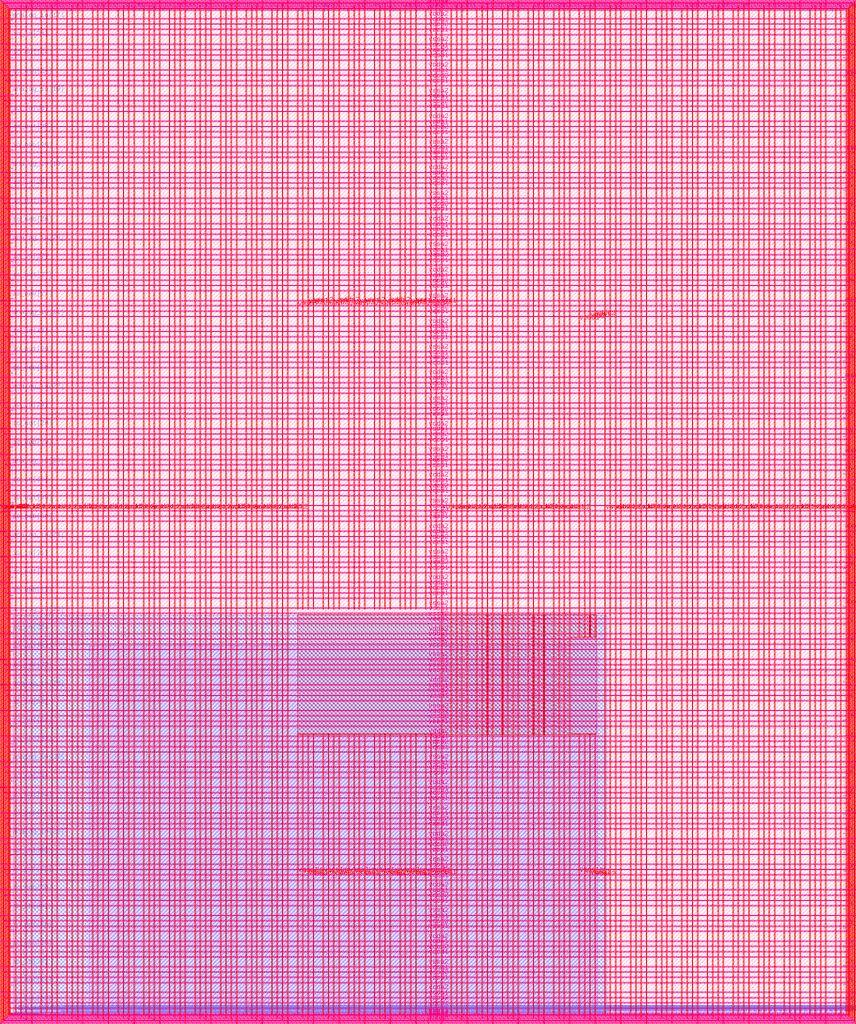
<source format=lef>
VERSION 5.7 ;
  NOWIREEXTENSIONATPIN ON ;
  DIVIDERCHAR "/" ;
  BUSBITCHARS "[]" ;
MACRO user_project_wrapper
  CLASS BLOCK ;
  FOREIGN user_project_wrapper ;
  ORIGIN 0.000 0.000 ;
  SIZE 2920.000 BY 3520.000 ;
  PIN analog_io[0]
    DIRECTION INOUT ;
    USE SIGNAL ;
    PORT
      LAYER met3 ;
        RECT 2917.600 1426.380 2924.800 1427.580 ;
    END
  END analog_io[0]
  PIN analog_io[10]
    DIRECTION INOUT ;
    USE SIGNAL ;
    PORT
      LAYER met2 ;
        RECT 2230.490 3517.600 2231.050 3524.800 ;
    END
  END analog_io[10]
  PIN analog_io[11]
    DIRECTION INOUT ;
    USE SIGNAL ;
    PORT
      LAYER met2 ;
        RECT 1905.730 3517.600 1906.290 3524.800 ;
    END
  END analog_io[11]
  PIN analog_io[12]
    DIRECTION INOUT ;
    USE SIGNAL ;
    PORT
      LAYER met2 ;
        RECT 1581.430 3517.600 1581.990 3524.800 ;
    END
  END analog_io[12]
  PIN analog_io[13]
    DIRECTION INOUT ;
    USE SIGNAL ;
    PORT
      LAYER met2 ;
        RECT 1257.130 3517.600 1257.690 3524.800 ;
    END
  END analog_io[13]
  PIN analog_io[14]
    DIRECTION INOUT ;
    USE SIGNAL ;
    PORT
      LAYER met2 ;
        RECT 932.370 3517.600 932.930 3524.800 ;
    END
  END analog_io[14]
  PIN analog_io[15]
    DIRECTION INOUT ;
    USE SIGNAL ;
    PORT
      LAYER met2 ;
        RECT 608.070 3517.600 608.630 3524.800 ;
    END
  END analog_io[15]
  PIN analog_io[16]
    DIRECTION INOUT ;
    USE SIGNAL ;
    PORT
      LAYER met2 ;
        RECT 283.770 3517.600 284.330 3524.800 ;
    END
  END analog_io[16]
  PIN analog_io[17]
    DIRECTION INOUT ;
    USE SIGNAL ;
    PORT
      LAYER met3 ;
        RECT -4.800 3486.100 2.400 3487.300 ;
    END
  END analog_io[17]
  PIN analog_io[18]
    DIRECTION INOUT ;
    USE SIGNAL ;
    PORT
      LAYER met3 ;
        RECT -4.800 3224.980 2.400 3226.180 ;
    END
  END analog_io[18]
  PIN analog_io[19]
    DIRECTION INOUT ;
    USE SIGNAL ;
    PORT
      LAYER met3 ;
        RECT -4.800 2964.540 2.400 2965.740 ;
    END
  END analog_io[19]
  PIN analog_io[1]
    DIRECTION INOUT ;
    USE SIGNAL ;
    PORT
      LAYER met3 ;
        RECT 2917.600 1692.260 2924.800 1693.460 ;
    END
  END analog_io[1]
  PIN analog_io[20]
    DIRECTION INOUT ;
    USE SIGNAL ;
    PORT
      LAYER met3 ;
        RECT -4.800 2703.420 2.400 2704.620 ;
    END
  END analog_io[20]
  PIN analog_io[21]
    DIRECTION INOUT ;
    USE SIGNAL ;
    PORT
      LAYER met3 ;
        RECT -4.800 2442.980 2.400 2444.180 ;
    END
  END analog_io[21]
  PIN analog_io[22]
    DIRECTION INOUT ;
    USE SIGNAL ;
    PORT
      LAYER met3 ;
        RECT -4.800 2182.540 2.400 2183.740 ;
    END
  END analog_io[22]
  PIN analog_io[23]
    DIRECTION INOUT ;
    USE SIGNAL ;
    PORT
      LAYER met3 ;
        RECT -4.800 1921.420 2.400 1922.620 ;
    END
  END analog_io[23]
  PIN analog_io[24]
    DIRECTION INOUT ;
    USE SIGNAL ;
    PORT
      LAYER met3 ;
        RECT -4.800 1660.980 2.400 1662.180 ;
    END
  END analog_io[24]
  PIN analog_io[25]
    DIRECTION INOUT ;
    USE SIGNAL ;
    PORT
      LAYER met3 ;
        RECT -4.800 1399.860 2.400 1401.060 ;
    END
  END analog_io[25]
  PIN analog_io[26]
    DIRECTION INOUT ;
    USE SIGNAL ;
    PORT
      LAYER met3 ;
        RECT -4.800 1139.420 2.400 1140.620 ;
    END
  END analog_io[26]
  PIN analog_io[27]
    DIRECTION INOUT ;
    USE SIGNAL ;
    PORT
      LAYER met3 ;
        RECT -4.800 878.980 2.400 880.180 ;
    END
  END analog_io[27]
  PIN analog_io[28]
    DIRECTION INOUT ;
    USE SIGNAL ;
    PORT
      LAYER met3 ;
        RECT -4.800 617.860 2.400 619.060 ;
    END
  END analog_io[28]
  PIN analog_io[2]
    DIRECTION INOUT ;
    USE SIGNAL ;
    PORT
      LAYER met3 ;
        RECT 2917.600 1958.140 2924.800 1959.340 ;
    END
  END analog_io[2]
  PIN analog_io[3]
    DIRECTION INOUT ;
    USE SIGNAL ;
    PORT
      LAYER met3 ;
        RECT 2917.600 2223.340 2924.800 2224.540 ;
    END
  END analog_io[3]
  PIN analog_io[4]
    DIRECTION INOUT ;
    USE SIGNAL ;
    PORT
      LAYER met3 ;
        RECT 2917.600 2489.220 2924.800 2490.420 ;
    END
  END analog_io[4]
  PIN analog_io[5]
    DIRECTION INOUT ;
    USE SIGNAL ;
    PORT
      LAYER met3 ;
        RECT 2917.600 2755.100 2924.800 2756.300 ;
    END
  END analog_io[5]
  PIN analog_io[6]
    DIRECTION INOUT ;
    USE SIGNAL ;
    PORT
      LAYER met3 ;
        RECT 2917.600 3020.300 2924.800 3021.500 ;
    END
  END analog_io[6]
  PIN analog_io[7]
    DIRECTION INOUT ;
    USE SIGNAL ;
    PORT
      LAYER met3 ;
        RECT 2917.600 3286.180 2924.800 3287.380 ;
    END
  END analog_io[7]
  PIN analog_io[8]
    DIRECTION INOUT ;
    USE SIGNAL ;
    PORT
      LAYER met2 ;
        RECT 2879.090 3517.600 2879.650 3524.800 ;
    END
  END analog_io[8]
  PIN analog_io[9]
    DIRECTION INOUT ;
    USE SIGNAL ;
    PORT
      LAYER met2 ;
        RECT 2554.790 3517.600 2555.350 3524.800 ;
    END
  END analog_io[9]
  PIN io_in[0]
    DIRECTION INPUT ;
    USE SIGNAL ;
    PORT
      LAYER met3 ;
        RECT 2917.600 32.380 2924.800 33.580 ;
    END
  END io_in[0]
  PIN io_in[10]
    DIRECTION INPUT ;
    USE SIGNAL ;
    PORT
      LAYER met3 ;
        RECT 2917.600 2289.980 2924.800 2291.180 ;
    END
  END io_in[10]
  PIN io_in[11]
    DIRECTION INPUT ;
    USE SIGNAL ;
    PORT
      LAYER met3 ;
        RECT 2917.600 2555.860 2924.800 2557.060 ;
    END
  END io_in[11]
  PIN io_in[12]
    DIRECTION INPUT ;
    USE SIGNAL ;
    PORT
      LAYER met3 ;
        RECT 2917.600 2821.060 2924.800 2822.260 ;
    END
  END io_in[12]
  PIN io_in[13]
    DIRECTION INPUT ;
    USE SIGNAL ;
    PORT
      LAYER met3 ;
        RECT 2917.600 3086.940 2924.800 3088.140 ;
    END
  END io_in[13]
  PIN io_in[14]
    DIRECTION INPUT ;
    USE SIGNAL ;
    PORT
      LAYER met3 ;
        RECT 2917.600 3352.820 2924.800 3354.020 ;
    END
  END io_in[14]
  PIN io_in[15]
    DIRECTION INPUT ;
    USE SIGNAL ;
    PORT
      LAYER met2 ;
        RECT 2798.130 3517.600 2798.690 3524.800 ;
    END
  END io_in[15]
  PIN io_in[16]
    DIRECTION INPUT ;
    USE SIGNAL ;
    PORT
      LAYER met2 ;
        RECT 2473.830 3517.600 2474.390 3524.800 ;
    END
  END io_in[16]
  PIN io_in[17]
    DIRECTION INPUT ;
    USE SIGNAL ;
    PORT
      LAYER met2 ;
        RECT 2149.070 3517.600 2149.630 3524.800 ;
    END
  END io_in[17]
  PIN io_in[18]
    DIRECTION INPUT ;
    USE SIGNAL ;
    PORT
      LAYER met2 ;
        RECT 1824.770 3517.600 1825.330 3524.800 ;
    END
  END io_in[18]
  PIN io_in[19]
    DIRECTION INPUT ;
    USE SIGNAL ;
    PORT
      LAYER met2 ;
        RECT 1500.470 3517.600 1501.030 3524.800 ;
    END
  END io_in[19]
  PIN io_in[1]
    DIRECTION INPUT ;
    USE SIGNAL ;
    PORT
      LAYER met3 ;
        RECT 2917.600 230.940 2924.800 232.140 ;
    END
  END io_in[1]
  PIN io_in[20]
    DIRECTION INPUT ;
    USE SIGNAL ;
    PORT
      LAYER met2 ;
        RECT 1175.710 3517.600 1176.270 3524.800 ;
    END
  END io_in[20]
  PIN io_in[21]
    DIRECTION INPUT ;
    USE SIGNAL ;
    PORT
      LAYER met2 ;
        RECT 851.410 3517.600 851.970 3524.800 ;
    END
  END io_in[21]
  PIN io_in[22]
    DIRECTION INPUT ;
    USE SIGNAL ;
    PORT
      LAYER met2 ;
        RECT 527.110 3517.600 527.670 3524.800 ;
    END
  END io_in[22]
  PIN io_in[23]
    DIRECTION INPUT ;
    USE SIGNAL ;
    PORT
      LAYER met2 ;
        RECT 202.350 3517.600 202.910 3524.800 ;
    END
  END io_in[23]
  PIN io_in[24]
    DIRECTION INPUT ;
    USE SIGNAL ;
    PORT
      LAYER met3 ;
        RECT -4.800 3420.820 2.400 3422.020 ;
    END
  END io_in[24]
  PIN io_in[25]
    DIRECTION INPUT ;
    USE SIGNAL ;
    PORT
      LAYER met3 ;
        RECT -4.800 3159.700 2.400 3160.900 ;
    END
  END io_in[25]
  PIN io_in[26]
    DIRECTION INPUT ;
    USE SIGNAL ;
    PORT
      LAYER met3 ;
        RECT -4.800 2899.260 2.400 2900.460 ;
    END
  END io_in[26]
  PIN io_in[27]
    DIRECTION INPUT ;
    USE SIGNAL ;
    PORT
      LAYER met3 ;
        RECT -4.800 2638.820 2.400 2640.020 ;
    END
  END io_in[27]
  PIN io_in[28]
    DIRECTION INPUT ;
    USE SIGNAL ;
    PORT
      LAYER met3 ;
        RECT -4.800 2377.700 2.400 2378.900 ;
    END
  END io_in[28]
  PIN io_in[29]
    DIRECTION INPUT ;
    USE SIGNAL ;
    PORT
      LAYER met3 ;
        RECT -4.800 2117.260 2.400 2118.460 ;
    END
  END io_in[29]
  PIN io_in[2]
    DIRECTION INPUT ;
    USE SIGNAL ;
    PORT
      LAYER met3 ;
        RECT 2917.600 430.180 2924.800 431.380 ;
    END
  END io_in[2]
  PIN io_in[30]
    DIRECTION INPUT ;
    USE SIGNAL ;
    PORT
      LAYER met3 ;
        RECT -4.800 1856.140 2.400 1857.340 ;
    END
  END io_in[30]
  PIN io_in[31]
    DIRECTION INPUT ;
    USE SIGNAL ;
    PORT
      LAYER met3 ;
        RECT -4.800 1595.700 2.400 1596.900 ;
    END
  END io_in[31]
  PIN io_in[32]
    DIRECTION INPUT ;
    USE SIGNAL ;
    PORT
      LAYER met3 ;
        RECT -4.800 1335.260 2.400 1336.460 ;
    END
  END io_in[32]
  PIN io_in[33]
    DIRECTION INPUT ;
    USE SIGNAL ;
    PORT
      LAYER met3 ;
        RECT -4.800 1074.140 2.400 1075.340 ;
    END
  END io_in[33]
  PIN io_in[34]
    DIRECTION INPUT ;
    USE SIGNAL ;
    PORT
      LAYER met3 ;
        RECT -4.800 813.700 2.400 814.900 ;
    END
  END io_in[34]
  PIN io_in[35]
    DIRECTION INPUT ;
    USE SIGNAL ;
    PORT
      LAYER met3 ;
        RECT -4.800 552.580 2.400 553.780 ;
    END
  END io_in[35]
  PIN io_in[36]
    DIRECTION INPUT ;
    USE SIGNAL ;
    PORT
      LAYER met3 ;
        RECT -4.800 357.420 2.400 358.620 ;
    END
  END io_in[36]
  PIN io_in[37]
    DIRECTION INPUT ;
    USE SIGNAL ;
    PORT
      LAYER met3 ;
        RECT -4.800 161.580 2.400 162.780 ;
    END
  END io_in[37]
  PIN io_in[3]
    DIRECTION INPUT ;
    USE SIGNAL ;
    PORT
      LAYER met3 ;
        RECT 2917.600 629.420 2924.800 630.620 ;
    END
  END io_in[3]
  PIN io_in[4]
    DIRECTION INPUT ;
    USE SIGNAL ;
    PORT
      LAYER met3 ;
        RECT 2917.600 828.660 2924.800 829.860 ;
    END
  END io_in[4]
  PIN io_in[5]
    DIRECTION INPUT ;
    USE SIGNAL ;
    PORT
      LAYER met3 ;
        RECT 2917.600 1027.900 2924.800 1029.100 ;
    END
  END io_in[5]
  PIN io_in[6]
    DIRECTION INPUT ;
    USE SIGNAL ;
    PORT
      LAYER met3 ;
        RECT 2917.600 1227.140 2924.800 1228.340 ;
    END
  END io_in[6]
  PIN io_in[7]
    DIRECTION INPUT ;
    USE SIGNAL ;
    PORT
      LAYER met3 ;
        RECT 2917.600 1493.020 2924.800 1494.220 ;
    END
  END io_in[7]
  PIN io_in[8]
    DIRECTION INPUT ;
    USE SIGNAL ;
    PORT
      LAYER met3 ;
        RECT 2917.600 1758.900 2924.800 1760.100 ;
    END
  END io_in[8]
  PIN io_in[9]
    DIRECTION INPUT ;
    USE SIGNAL ;
    PORT
      LAYER met3 ;
        RECT 2917.600 2024.100 2924.800 2025.300 ;
    END
  END io_in[9]
  PIN io_oeb[0]
    DIRECTION OUTPUT TRISTATE ;
    USE SIGNAL ;
    PORT
      LAYER met3 ;
        RECT 2917.600 164.980 2924.800 166.180 ;
    END
  END io_oeb[0]
  PIN io_oeb[10]
    DIRECTION OUTPUT TRISTATE ;
    USE SIGNAL ;
    PORT
      LAYER met3 ;
        RECT 2917.600 2422.580 2924.800 2423.780 ;
    END
  END io_oeb[10]
  PIN io_oeb[11]
    DIRECTION OUTPUT TRISTATE ;
    USE SIGNAL ;
    PORT
      LAYER met3 ;
        RECT 2917.600 2688.460 2924.800 2689.660 ;
    END
  END io_oeb[11]
  PIN io_oeb[12]
    DIRECTION OUTPUT TRISTATE ;
    USE SIGNAL ;
    PORT
      LAYER met3 ;
        RECT 2917.600 2954.340 2924.800 2955.540 ;
    END
  END io_oeb[12]
  PIN io_oeb[13]
    DIRECTION OUTPUT TRISTATE ;
    USE SIGNAL ;
    PORT
      LAYER met3 ;
        RECT 2917.600 3219.540 2924.800 3220.740 ;
    END
  END io_oeb[13]
  PIN io_oeb[14]
    DIRECTION OUTPUT TRISTATE ;
    USE SIGNAL ;
    PORT
      LAYER met3 ;
        RECT 2917.600 3485.420 2924.800 3486.620 ;
    END
  END io_oeb[14]
  PIN io_oeb[15]
    DIRECTION OUTPUT TRISTATE ;
    USE SIGNAL ;
    PORT
      LAYER met2 ;
        RECT 2635.750 3517.600 2636.310 3524.800 ;
    END
  END io_oeb[15]
  PIN io_oeb[16]
    DIRECTION OUTPUT TRISTATE ;
    USE SIGNAL ;
    PORT
      LAYER met2 ;
        RECT 2311.450 3517.600 2312.010 3524.800 ;
    END
  END io_oeb[16]
  PIN io_oeb[17]
    DIRECTION OUTPUT TRISTATE ;
    USE SIGNAL ;
    PORT
      LAYER met2 ;
        RECT 1987.150 3517.600 1987.710 3524.800 ;
    END
  END io_oeb[17]
  PIN io_oeb[18]
    DIRECTION OUTPUT TRISTATE ;
    USE SIGNAL ;
    PORT
      LAYER met2 ;
        RECT 1662.390 3517.600 1662.950 3524.800 ;
    END
  END io_oeb[18]
  PIN io_oeb[19]
    DIRECTION OUTPUT TRISTATE ;
    USE SIGNAL ;
    PORT
      LAYER met2 ;
        RECT 1338.090 3517.600 1338.650 3524.800 ;
    END
  END io_oeb[19]
  PIN io_oeb[1]
    DIRECTION OUTPUT TRISTATE ;
    USE SIGNAL ;
    PORT
      LAYER met3 ;
        RECT 2917.600 364.220 2924.800 365.420 ;
    END
  END io_oeb[1]
  PIN io_oeb[20]
    DIRECTION OUTPUT TRISTATE ;
    USE SIGNAL ;
    PORT
      LAYER met2 ;
        RECT 1013.790 3517.600 1014.350 3524.800 ;
    END
  END io_oeb[20]
  PIN io_oeb[21]
    DIRECTION OUTPUT TRISTATE ;
    USE SIGNAL ;
    PORT
      LAYER met2 ;
        RECT 689.030 3517.600 689.590 3524.800 ;
    END
  END io_oeb[21]
  PIN io_oeb[22]
    DIRECTION OUTPUT TRISTATE ;
    USE SIGNAL ;
    PORT
      LAYER met2 ;
        RECT 364.730 3517.600 365.290 3524.800 ;
    END
  END io_oeb[22]
  PIN io_oeb[23]
    DIRECTION OUTPUT TRISTATE ;
    USE SIGNAL ;
    PORT
      LAYER met2 ;
        RECT 40.430 3517.600 40.990 3524.800 ;
    END
  END io_oeb[23]
  PIN io_oeb[24]
    DIRECTION OUTPUT TRISTATE ;
    USE SIGNAL ;
    PORT
      LAYER met3 ;
        RECT -4.800 3290.260 2.400 3291.460 ;
    END
  END io_oeb[24]
  PIN io_oeb[25]
    DIRECTION OUTPUT TRISTATE ;
    USE SIGNAL ;
    PORT
      LAYER met3 ;
        RECT -4.800 3029.820 2.400 3031.020 ;
    END
  END io_oeb[25]
  PIN io_oeb[26]
    DIRECTION OUTPUT TRISTATE ;
    USE SIGNAL ;
    PORT
      LAYER met3 ;
        RECT -4.800 2768.700 2.400 2769.900 ;
    END
  END io_oeb[26]
  PIN io_oeb[27]
    DIRECTION OUTPUT TRISTATE ;
    USE SIGNAL ;
    PORT
      LAYER met3 ;
        RECT -4.800 2508.260 2.400 2509.460 ;
    END
  END io_oeb[27]
  PIN io_oeb[28]
    DIRECTION OUTPUT TRISTATE ;
    USE SIGNAL ;
    PORT
      LAYER met3 ;
        RECT -4.800 2247.140 2.400 2248.340 ;
    END
  END io_oeb[28]
  PIN io_oeb[29]
    DIRECTION OUTPUT TRISTATE ;
    USE SIGNAL ;
    PORT
      LAYER met3 ;
        RECT -4.800 1986.700 2.400 1987.900 ;
    END
  END io_oeb[29]
  PIN io_oeb[2]
    DIRECTION OUTPUT TRISTATE ;
    USE SIGNAL ;
    PORT
      LAYER met3 ;
        RECT 2917.600 563.460 2924.800 564.660 ;
    END
  END io_oeb[2]
  PIN io_oeb[30]
    DIRECTION OUTPUT TRISTATE ;
    USE SIGNAL ;
    PORT
      LAYER met3 ;
        RECT -4.800 1726.260 2.400 1727.460 ;
    END
  END io_oeb[30]
  PIN io_oeb[31]
    DIRECTION OUTPUT TRISTATE ;
    USE SIGNAL ;
    PORT
      LAYER met3 ;
        RECT -4.800 1465.140 2.400 1466.340 ;
    END
  END io_oeb[31]
  PIN io_oeb[32]
    DIRECTION OUTPUT TRISTATE ;
    USE SIGNAL ;
    PORT
      LAYER met3 ;
        RECT -4.800 1204.700 2.400 1205.900 ;
    END
  END io_oeb[32]
  PIN io_oeb[33]
    DIRECTION OUTPUT TRISTATE ;
    USE SIGNAL ;
    PORT
      LAYER met3 ;
        RECT -4.800 943.580 2.400 944.780 ;
    END
  END io_oeb[33]
  PIN io_oeb[34]
    DIRECTION OUTPUT TRISTATE ;
    USE SIGNAL ;
    PORT
      LAYER met3 ;
        RECT -4.800 683.140 2.400 684.340 ;
    END
  END io_oeb[34]
  PIN io_oeb[35]
    DIRECTION OUTPUT TRISTATE ;
    USE SIGNAL ;
    PORT
      LAYER met3 ;
        RECT -4.800 422.700 2.400 423.900 ;
    END
  END io_oeb[35]
  PIN io_oeb[36]
    DIRECTION OUTPUT TRISTATE ;
    USE SIGNAL ;
    PORT
      LAYER met3 ;
        RECT -4.800 226.860 2.400 228.060 ;
    END
  END io_oeb[36]
  PIN io_oeb[37]
    DIRECTION OUTPUT TRISTATE ;
    USE SIGNAL ;
    PORT
      LAYER met3 ;
        RECT -4.800 31.700 2.400 32.900 ;
    END
  END io_oeb[37]
  PIN io_oeb[3]
    DIRECTION OUTPUT TRISTATE ;
    USE SIGNAL ;
    PORT
      LAYER met3 ;
        RECT 2917.600 762.700 2924.800 763.900 ;
    END
  END io_oeb[3]
  PIN io_oeb[4]
    DIRECTION OUTPUT TRISTATE ;
    USE SIGNAL ;
    PORT
      LAYER met3 ;
        RECT 2917.600 961.940 2924.800 963.140 ;
    END
  END io_oeb[4]
  PIN io_oeb[5]
    DIRECTION OUTPUT TRISTATE ;
    USE SIGNAL ;
    PORT
      LAYER met3 ;
        RECT 2917.600 1161.180 2924.800 1162.380 ;
    END
  END io_oeb[5]
  PIN io_oeb[6]
    DIRECTION OUTPUT TRISTATE ;
    USE SIGNAL ;
    PORT
      LAYER met3 ;
        RECT 2917.600 1360.420 2924.800 1361.620 ;
    END
  END io_oeb[6]
  PIN io_oeb[7]
    DIRECTION OUTPUT TRISTATE ;
    USE SIGNAL ;
    PORT
      LAYER met3 ;
        RECT 2917.600 1625.620 2924.800 1626.820 ;
    END
  END io_oeb[7]
  PIN io_oeb[8]
    DIRECTION OUTPUT TRISTATE ;
    USE SIGNAL ;
    PORT
      LAYER met3 ;
        RECT 2917.600 1891.500 2924.800 1892.700 ;
    END
  END io_oeb[8]
  PIN io_oeb[9]
    DIRECTION OUTPUT TRISTATE ;
    USE SIGNAL ;
    PORT
      LAYER met3 ;
        RECT 2917.600 2157.380 2924.800 2158.580 ;
    END
  END io_oeb[9]
  PIN io_out[0]
    DIRECTION OUTPUT TRISTATE ;
    USE SIGNAL ;
    PORT
      LAYER met3 ;
        RECT 2917.600 98.340 2924.800 99.540 ;
    END
  END io_out[0]
  PIN io_out[10]
    DIRECTION OUTPUT TRISTATE ;
    USE SIGNAL ;
    PORT
      LAYER met3 ;
        RECT 2917.600 2356.620 2924.800 2357.820 ;
    END
  END io_out[10]
  PIN io_out[11]
    DIRECTION OUTPUT TRISTATE ;
    USE SIGNAL ;
    PORT
      LAYER met3 ;
        RECT 2917.600 2621.820 2924.800 2623.020 ;
    END
  END io_out[11]
  PIN io_out[12]
    DIRECTION OUTPUT TRISTATE ;
    USE SIGNAL ;
    PORT
      LAYER met3 ;
        RECT 2917.600 2887.700 2924.800 2888.900 ;
    END
  END io_out[12]
  PIN io_out[13]
    DIRECTION OUTPUT TRISTATE ;
    USE SIGNAL ;
    PORT
      LAYER met3 ;
        RECT 2917.600 3153.580 2924.800 3154.780 ;
    END
  END io_out[13]
  PIN io_out[14]
    DIRECTION OUTPUT TRISTATE ;
    USE SIGNAL ;
    PORT
      LAYER met3 ;
        RECT 2917.600 3418.780 2924.800 3419.980 ;
    END
  END io_out[14]
  PIN io_out[15]
    DIRECTION OUTPUT TRISTATE ;
    USE SIGNAL ;
    PORT
      LAYER met2 ;
        RECT 2717.170 3517.600 2717.730 3524.800 ;
    END
  END io_out[15]
  PIN io_out[16]
    DIRECTION OUTPUT TRISTATE ;
    USE SIGNAL ;
    PORT
      LAYER met2 ;
        RECT 2392.410 3517.600 2392.970 3524.800 ;
    END
  END io_out[16]
  PIN io_out[17]
    DIRECTION OUTPUT TRISTATE ;
    USE SIGNAL ;
    PORT
      LAYER met2 ;
        RECT 2068.110 3517.600 2068.670 3524.800 ;
    END
  END io_out[17]
  PIN io_out[18]
    DIRECTION OUTPUT TRISTATE ;
    USE SIGNAL ;
    PORT
      LAYER met2 ;
        RECT 1743.810 3517.600 1744.370 3524.800 ;
    END
  END io_out[18]
  PIN io_out[19]
    DIRECTION OUTPUT TRISTATE ;
    USE SIGNAL ;
    PORT
      LAYER met2 ;
        RECT 1419.050 3517.600 1419.610 3524.800 ;
    END
  END io_out[19]
  PIN io_out[1]
    DIRECTION OUTPUT TRISTATE ;
    USE SIGNAL ;
    PORT
      LAYER met3 ;
        RECT 2917.600 297.580 2924.800 298.780 ;
    END
  END io_out[1]
  PIN io_out[20]
    DIRECTION OUTPUT TRISTATE ;
    USE SIGNAL ;
    PORT
      LAYER met2 ;
        RECT 1094.750 3517.600 1095.310 3524.800 ;
    END
  END io_out[20]
  PIN io_out[21]
    DIRECTION OUTPUT TRISTATE ;
    USE SIGNAL ;
    PORT
      LAYER met2 ;
        RECT 770.450 3517.600 771.010 3524.800 ;
    END
  END io_out[21]
  PIN io_out[22]
    DIRECTION OUTPUT TRISTATE ;
    USE SIGNAL ;
    PORT
      LAYER met2 ;
        RECT 445.690 3517.600 446.250 3524.800 ;
    END
  END io_out[22]
  PIN io_out[23]
    DIRECTION OUTPUT TRISTATE ;
    USE SIGNAL ;
    PORT
      LAYER met2 ;
        RECT 121.390 3517.600 121.950 3524.800 ;
    END
  END io_out[23]
  PIN io_out[24]
    DIRECTION OUTPUT TRISTATE ;
    USE SIGNAL ;
    PORT
      LAYER met3 ;
        RECT -4.800 3355.540 2.400 3356.740 ;
    END
  END io_out[24]
  PIN io_out[25]
    DIRECTION OUTPUT TRISTATE ;
    USE SIGNAL ;
    PORT
      LAYER met3 ;
        RECT -4.800 3095.100 2.400 3096.300 ;
    END
  END io_out[25]
  PIN io_out[26]
    DIRECTION OUTPUT TRISTATE ;
    USE SIGNAL ;
    PORT
      LAYER met3 ;
        RECT -4.800 2833.980 2.400 2835.180 ;
    END
  END io_out[26]
  PIN io_out[27]
    DIRECTION OUTPUT TRISTATE ;
    USE SIGNAL ;
    PORT
      LAYER met3 ;
        RECT -4.800 2573.540 2.400 2574.740 ;
    END
  END io_out[27]
  PIN io_out[28]
    DIRECTION OUTPUT TRISTATE ;
    USE SIGNAL ;
    PORT
      LAYER met3 ;
        RECT -4.800 2312.420 2.400 2313.620 ;
    END
  END io_out[28]
  PIN io_out[29]
    DIRECTION OUTPUT TRISTATE ;
    USE SIGNAL ;
    PORT
      LAYER met3 ;
        RECT -4.800 2051.980 2.400 2053.180 ;
    END
  END io_out[29]
  PIN io_out[2]
    DIRECTION OUTPUT TRISTATE ;
    USE SIGNAL ;
    PORT
      LAYER met3 ;
        RECT 2917.600 496.820 2924.800 498.020 ;
    END
  END io_out[2]
  PIN io_out[30]
    DIRECTION OUTPUT TRISTATE ;
    USE SIGNAL ;
    PORT
      LAYER met3 ;
        RECT -4.800 1791.540 2.400 1792.740 ;
    END
  END io_out[30]
  PIN io_out[31]
    DIRECTION OUTPUT TRISTATE ;
    USE SIGNAL ;
    PORT
      LAYER met3 ;
        RECT -4.800 1530.420 2.400 1531.620 ;
    END
  END io_out[31]
  PIN io_out[32]
    DIRECTION OUTPUT TRISTATE ;
    USE SIGNAL ;
    PORT
      LAYER met3 ;
        RECT -4.800 1269.980 2.400 1271.180 ;
    END
  END io_out[32]
  PIN io_out[33]
    DIRECTION OUTPUT TRISTATE ;
    USE SIGNAL ;
    PORT
      LAYER met3 ;
        RECT -4.800 1008.860 2.400 1010.060 ;
    END
  END io_out[33]
  PIN io_out[34]
    DIRECTION OUTPUT TRISTATE ;
    USE SIGNAL ;
    PORT
      LAYER met3 ;
        RECT -4.800 748.420 2.400 749.620 ;
    END
  END io_out[34]
  PIN io_out[35]
    DIRECTION OUTPUT TRISTATE ;
    USE SIGNAL ;
    PORT
      LAYER met3 ;
        RECT -4.800 487.300 2.400 488.500 ;
    END
  END io_out[35]
  PIN io_out[36]
    DIRECTION OUTPUT TRISTATE ;
    USE SIGNAL ;
    PORT
      LAYER met3 ;
        RECT -4.800 292.140 2.400 293.340 ;
    END
  END io_out[36]
  PIN io_out[37]
    DIRECTION OUTPUT TRISTATE ;
    USE SIGNAL ;
    PORT
      LAYER met3 ;
        RECT -4.800 96.300 2.400 97.500 ;
    END
  END io_out[37]
  PIN io_out[3]
    DIRECTION OUTPUT TRISTATE ;
    USE SIGNAL ;
    PORT
      LAYER met3 ;
        RECT 2917.600 696.060 2924.800 697.260 ;
    END
  END io_out[3]
  PIN io_out[4]
    DIRECTION OUTPUT TRISTATE ;
    USE SIGNAL ;
    PORT
      LAYER met3 ;
        RECT 2917.600 895.300 2924.800 896.500 ;
    END
  END io_out[4]
  PIN io_out[5]
    DIRECTION OUTPUT TRISTATE ;
    USE SIGNAL ;
    PORT
      LAYER met3 ;
        RECT 2917.600 1094.540 2924.800 1095.740 ;
    END
  END io_out[5]
  PIN io_out[6]
    DIRECTION OUTPUT TRISTATE ;
    USE SIGNAL ;
    PORT
      LAYER met3 ;
        RECT 2917.600 1293.780 2924.800 1294.980 ;
    END
  END io_out[6]
  PIN io_out[7]
    DIRECTION OUTPUT TRISTATE ;
    USE SIGNAL ;
    PORT
      LAYER met3 ;
        RECT 2917.600 1559.660 2924.800 1560.860 ;
    END
  END io_out[7]
  PIN io_out[8]
    DIRECTION OUTPUT TRISTATE ;
    USE SIGNAL ;
    PORT
      LAYER met3 ;
        RECT 2917.600 1824.860 2924.800 1826.060 ;
    END
  END io_out[8]
  PIN io_out[9]
    DIRECTION OUTPUT TRISTATE ;
    USE SIGNAL ;
    PORT
      LAYER met3 ;
        RECT 2917.600 2090.740 2924.800 2091.940 ;
    END
  END io_out[9]
  PIN la_data_in[0]
    DIRECTION INPUT ;
    USE SIGNAL ;
    PORT
      LAYER met2 ;
        RECT 629.230 -4.800 629.790 2.400 ;
    END
  END la_data_in[0]
  PIN la_data_in[100]
    DIRECTION INPUT ;
    USE SIGNAL ;
    PORT
      LAYER met2 ;
        RECT 2402.530 -4.800 2403.090 2.400 ;
    END
  END la_data_in[100]
  PIN la_data_in[101]
    DIRECTION INPUT ;
    USE SIGNAL ;
    PORT
      LAYER met2 ;
        RECT 2420.010 -4.800 2420.570 2.400 ;
    END
  END la_data_in[101]
  PIN la_data_in[102]
    DIRECTION INPUT ;
    USE SIGNAL ;
    PORT
      LAYER met2 ;
        RECT 2437.950 -4.800 2438.510 2.400 ;
    END
  END la_data_in[102]
  PIN la_data_in[103]
    DIRECTION INPUT ;
    USE SIGNAL ;
    PORT
      LAYER met2 ;
        RECT 2455.430 -4.800 2455.990 2.400 ;
    END
  END la_data_in[103]
  PIN la_data_in[104]
    DIRECTION INPUT ;
    USE SIGNAL ;
    PORT
      LAYER met2 ;
        RECT 2473.370 -4.800 2473.930 2.400 ;
    END
  END la_data_in[104]
  PIN la_data_in[105]
    DIRECTION INPUT ;
    USE SIGNAL ;
    PORT
      LAYER met2 ;
        RECT 2490.850 -4.800 2491.410 2.400 ;
    END
  END la_data_in[105]
  PIN la_data_in[106]
    DIRECTION INPUT ;
    USE SIGNAL ;
    PORT
      LAYER met2 ;
        RECT 2508.790 -4.800 2509.350 2.400 ;
    END
  END la_data_in[106]
  PIN la_data_in[107]
    DIRECTION INPUT ;
    USE SIGNAL ;
    PORT
      LAYER met2 ;
        RECT 2526.730 -4.800 2527.290 2.400 ;
    END
  END la_data_in[107]
  PIN la_data_in[108]
    DIRECTION INPUT ;
    USE SIGNAL ;
    PORT
      LAYER met2 ;
        RECT 2544.210 -4.800 2544.770 2.400 ;
    END
  END la_data_in[108]
  PIN la_data_in[109]
    DIRECTION INPUT ;
    USE SIGNAL ;
    PORT
      LAYER met2 ;
        RECT 2562.150 -4.800 2562.710 2.400 ;
    END
  END la_data_in[109]
  PIN la_data_in[10]
    DIRECTION INPUT ;
    USE SIGNAL ;
    PORT
      LAYER met2 ;
        RECT 806.330 -4.800 806.890 2.400 ;
    END
  END la_data_in[10]
  PIN la_data_in[110]
    DIRECTION INPUT ;
    USE SIGNAL ;
    PORT
      LAYER met2 ;
        RECT 2579.630 -4.800 2580.190 2.400 ;
    END
  END la_data_in[110]
  PIN la_data_in[111]
    DIRECTION INPUT ;
    USE SIGNAL ;
    PORT
      LAYER met2 ;
        RECT 2597.570 -4.800 2598.130 2.400 ;
    END
  END la_data_in[111]
  PIN la_data_in[112]
    DIRECTION INPUT ;
    USE SIGNAL ;
    PORT
      LAYER met2 ;
        RECT 2615.050 -4.800 2615.610 2.400 ;
    END
  END la_data_in[112]
  PIN la_data_in[113]
    DIRECTION INPUT ;
    USE SIGNAL ;
    PORT
      LAYER met2 ;
        RECT 2632.990 -4.800 2633.550 2.400 ;
    END
  END la_data_in[113]
  PIN la_data_in[114]
    DIRECTION INPUT ;
    USE SIGNAL ;
    PORT
      LAYER met2 ;
        RECT 2650.470 -4.800 2651.030 2.400 ;
    END
  END la_data_in[114]
  PIN la_data_in[115]
    DIRECTION INPUT ;
    USE SIGNAL ;
    PORT
      LAYER met2 ;
        RECT 2668.410 -4.800 2668.970 2.400 ;
    END
  END la_data_in[115]
  PIN la_data_in[116]
    DIRECTION INPUT ;
    USE SIGNAL ;
    PORT
      LAYER met2 ;
        RECT 2685.890 -4.800 2686.450 2.400 ;
    END
  END la_data_in[116]
  PIN la_data_in[117]
    DIRECTION INPUT ;
    USE SIGNAL ;
    PORT
      LAYER met2 ;
        RECT 2703.830 -4.800 2704.390 2.400 ;
    END
  END la_data_in[117]
  PIN la_data_in[118]
    DIRECTION INPUT ;
    USE SIGNAL ;
    PORT
      LAYER met2 ;
        RECT 2721.770 -4.800 2722.330 2.400 ;
    END
  END la_data_in[118]
  PIN la_data_in[119]
    DIRECTION INPUT ;
    USE SIGNAL ;
    PORT
      LAYER met2 ;
        RECT 2739.250 -4.800 2739.810 2.400 ;
    END
  END la_data_in[119]
  PIN la_data_in[11]
    DIRECTION INPUT ;
    USE SIGNAL ;
    PORT
      LAYER met2 ;
        RECT 824.270 -4.800 824.830 2.400 ;
    END
  END la_data_in[11]
  PIN la_data_in[120]
    DIRECTION INPUT ;
    USE SIGNAL ;
    PORT
      LAYER met2 ;
        RECT 2757.190 -4.800 2757.750 2.400 ;
    END
  END la_data_in[120]
  PIN la_data_in[121]
    DIRECTION INPUT ;
    USE SIGNAL ;
    PORT
      LAYER met2 ;
        RECT 2774.670 -4.800 2775.230 2.400 ;
    END
  END la_data_in[121]
  PIN la_data_in[122]
    DIRECTION INPUT ;
    USE SIGNAL ;
    PORT
      LAYER met2 ;
        RECT 2792.610 -4.800 2793.170 2.400 ;
    END
  END la_data_in[122]
  PIN la_data_in[123]
    DIRECTION INPUT ;
    USE SIGNAL ;
    PORT
      LAYER met2 ;
        RECT 2810.090 -4.800 2810.650 2.400 ;
    END
  END la_data_in[123]
  PIN la_data_in[124]
    DIRECTION INPUT ;
    USE SIGNAL ;
    PORT
      LAYER met2 ;
        RECT 2828.030 -4.800 2828.590 2.400 ;
    END
  END la_data_in[124]
  PIN la_data_in[125]
    DIRECTION INPUT ;
    USE SIGNAL ;
    PORT
      LAYER met2 ;
        RECT 2845.510 -4.800 2846.070 2.400 ;
    END
  END la_data_in[125]
  PIN la_data_in[126]
    DIRECTION INPUT ;
    USE SIGNAL ;
    PORT
      LAYER met2 ;
        RECT 2863.450 -4.800 2864.010 2.400 ;
    END
  END la_data_in[126]
  PIN la_data_in[127]
    DIRECTION INPUT ;
    USE SIGNAL ;
    PORT
      LAYER met2 ;
        RECT 2881.390 -4.800 2881.950 2.400 ;
    END
  END la_data_in[127]
  PIN la_data_in[12]
    DIRECTION INPUT ;
    USE SIGNAL ;
    PORT
      LAYER met2 ;
        RECT 841.750 -4.800 842.310 2.400 ;
    END
  END la_data_in[12]
  PIN la_data_in[13]
    DIRECTION INPUT ;
    USE SIGNAL ;
    PORT
      LAYER met2 ;
        RECT 859.690 -4.800 860.250 2.400 ;
    END
  END la_data_in[13]
  PIN la_data_in[14]
    DIRECTION INPUT ;
    USE SIGNAL ;
    PORT
      LAYER met2 ;
        RECT 877.170 -4.800 877.730 2.400 ;
    END
  END la_data_in[14]
  PIN la_data_in[15]
    DIRECTION INPUT ;
    USE SIGNAL ;
    PORT
      LAYER met2 ;
        RECT 895.110 -4.800 895.670 2.400 ;
    END
  END la_data_in[15]
  PIN la_data_in[16]
    DIRECTION INPUT ;
    USE SIGNAL ;
    PORT
      LAYER met2 ;
        RECT 912.590 -4.800 913.150 2.400 ;
    END
  END la_data_in[16]
  PIN la_data_in[17]
    DIRECTION INPUT ;
    USE SIGNAL ;
    PORT
      LAYER met2 ;
        RECT 930.530 -4.800 931.090 2.400 ;
    END
  END la_data_in[17]
  PIN la_data_in[18]
    DIRECTION INPUT ;
    USE SIGNAL ;
    PORT
      LAYER met2 ;
        RECT 948.470 -4.800 949.030 2.400 ;
    END
  END la_data_in[18]
  PIN la_data_in[19]
    DIRECTION INPUT ;
    USE SIGNAL ;
    PORT
      LAYER met2 ;
        RECT 965.950 -4.800 966.510 2.400 ;
    END
  END la_data_in[19]
  PIN la_data_in[1]
    DIRECTION INPUT ;
    USE SIGNAL ;
    PORT
      LAYER met2 ;
        RECT 646.710 -4.800 647.270 2.400 ;
    END
  END la_data_in[1]
  PIN la_data_in[20]
    DIRECTION INPUT ;
    USE SIGNAL ;
    PORT
      LAYER met2 ;
        RECT 983.890 -4.800 984.450 2.400 ;
    END
  END la_data_in[20]
  PIN la_data_in[21]
    DIRECTION INPUT ;
    USE SIGNAL ;
    PORT
      LAYER met2 ;
        RECT 1001.370 -4.800 1001.930 2.400 ;
    END
  END la_data_in[21]
  PIN la_data_in[22]
    DIRECTION INPUT ;
    USE SIGNAL ;
    PORT
      LAYER met2 ;
        RECT 1019.310 -4.800 1019.870 2.400 ;
    END
  END la_data_in[22]
  PIN la_data_in[23]
    DIRECTION INPUT ;
    USE SIGNAL ;
    PORT
      LAYER met2 ;
        RECT 1036.790 -4.800 1037.350 2.400 ;
    END
  END la_data_in[23]
  PIN la_data_in[24]
    DIRECTION INPUT ;
    USE SIGNAL ;
    PORT
      LAYER met2 ;
        RECT 1054.730 -4.800 1055.290 2.400 ;
    END
  END la_data_in[24]
  PIN la_data_in[25]
    DIRECTION INPUT ;
    USE SIGNAL ;
    PORT
      LAYER met2 ;
        RECT 1072.210 -4.800 1072.770 2.400 ;
    END
  END la_data_in[25]
  PIN la_data_in[26]
    DIRECTION INPUT ;
    USE SIGNAL ;
    PORT
      LAYER met2 ;
        RECT 1090.150 -4.800 1090.710 2.400 ;
    END
  END la_data_in[26]
  PIN la_data_in[27]
    DIRECTION INPUT ;
    USE SIGNAL ;
    PORT
      LAYER met2 ;
        RECT 1107.630 -4.800 1108.190 2.400 ;
    END
  END la_data_in[27]
  PIN la_data_in[28]
    DIRECTION INPUT ;
    USE SIGNAL ;
    PORT
      LAYER met2 ;
        RECT 1125.570 -4.800 1126.130 2.400 ;
    END
  END la_data_in[28]
  PIN la_data_in[29]
    DIRECTION INPUT ;
    USE SIGNAL ;
    PORT
      LAYER met2 ;
        RECT 1143.510 -4.800 1144.070 2.400 ;
    END
  END la_data_in[29]
  PIN la_data_in[2]
    DIRECTION INPUT ;
    USE SIGNAL ;
    PORT
      LAYER met2 ;
        RECT 664.650 -4.800 665.210 2.400 ;
    END
  END la_data_in[2]
  PIN la_data_in[30]
    DIRECTION INPUT ;
    USE SIGNAL ;
    PORT
      LAYER met2 ;
        RECT 1160.990 -4.800 1161.550 2.400 ;
    END
  END la_data_in[30]
  PIN la_data_in[31]
    DIRECTION INPUT ;
    USE SIGNAL ;
    PORT
      LAYER met2 ;
        RECT 1178.930 -4.800 1179.490 2.400 ;
    END
  END la_data_in[31]
  PIN la_data_in[32]
    DIRECTION INPUT ;
    USE SIGNAL ;
    PORT
      LAYER met2 ;
        RECT 1196.410 -4.800 1196.970 2.400 ;
    END
  END la_data_in[32]
  PIN la_data_in[33]
    DIRECTION INPUT ;
    USE SIGNAL ;
    PORT
      LAYER met2 ;
        RECT 1214.350 -4.800 1214.910 2.400 ;
    END
  END la_data_in[33]
  PIN la_data_in[34]
    DIRECTION INPUT ;
    USE SIGNAL ;
    PORT
      LAYER met2 ;
        RECT 1231.830 -4.800 1232.390 2.400 ;
    END
  END la_data_in[34]
  PIN la_data_in[35]
    DIRECTION INPUT ;
    USE SIGNAL ;
    PORT
      LAYER met2 ;
        RECT 1249.770 -4.800 1250.330 2.400 ;
    END
  END la_data_in[35]
  PIN la_data_in[36]
    DIRECTION INPUT ;
    USE SIGNAL ;
    PORT
      LAYER met2 ;
        RECT 1267.250 -4.800 1267.810 2.400 ;
    END
  END la_data_in[36]
  PIN la_data_in[37]
    DIRECTION INPUT ;
    USE SIGNAL ;
    PORT
      LAYER met2 ;
        RECT 1285.190 -4.800 1285.750 2.400 ;
    END
  END la_data_in[37]
  PIN la_data_in[38]
    DIRECTION INPUT ;
    USE SIGNAL ;
    PORT
      LAYER met2 ;
        RECT 1303.130 -4.800 1303.690 2.400 ;
    END
  END la_data_in[38]
  PIN la_data_in[39]
    DIRECTION INPUT ;
    USE SIGNAL ;
    PORT
      LAYER met2 ;
        RECT 1320.610 -4.800 1321.170 2.400 ;
    END
  END la_data_in[39]
  PIN la_data_in[3]
    DIRECTION INPUT ;
    USE SIGNAL ;
    PORT
      LAYER met2 ;
        RECT 682.130 -4.800 682.690 2.400 ;
    END
  END la_data_in[3]
  PIN la_data_in[40]
    DIRECTION INPUT ;
    USE SIGNAL ;
    PORT
      LAYER met2 ;
        RECT 1338.550 -4.800 1339.110 2.400 ;
    END
  END la_data_in[40]
  PIN la_data_in[41]
    DIRECTION INPUT ;
    USE SIGNAL ;
    PORT
      LAYER met2 ;
        RECT 1356.030 -4.800 1356.590 2.400 ;
    END
  END la_data_in[41]
  PIN la_data_in[42]
    DIRECTION INPUT ;
    USE SIGNAL ;
    PORT
      LAYER met2 ;
        RECT 1373.970 -4.800 1374.530 2.400 ;
    END
  END la_data_in[42]
  PIN la_data_in[43]
    DIRECTION INPUT ;
    USE SIGNAL ;
    PORT
      LAYER met2 ;
        RECT 1391.450 -4.800 1392.010 2.400 ;
    END
  END la_data_in[43]
  PIN la_data_in[44]
    DIRECTION INPUT ;
    USE SIGNAL ;
    PORT
      LAYER met2 ;
        RECT 1409.390 -4.800 1409.950 2.400 ;
    END
  END la_data_in[44]
  PIN la_data_in[45]
    DIRECTION INPUT ;
    USE SIGNAL ;
    PORT
      LAYER met2 ;
        RECT 1426.870 -4.800 1427.430 2.400 ;
    END
  END la_data_in[45]
  PIN la_data_in[46]
    DIRECTION INPUT ;
    USE SIGNAL ;
    PORT
      LAYER met2 ;
        RECT 1444.810 -4.800 1445.370 2.400 ;
    END
  END la_data_in[46]
  PIN la_data_in[47]
    DIRECTION INPUT ;
    USE SIGNAL ;
    PORT
      LAYER met2 ;
        RECT 1462.750 -4.800 1463.310 2.400 ;
    END
  END la_data_in[47]
  PIN la_data_in[48]
    DIRECTION INPUT ;
    USE SIGNAL ;
    PORT
      LAYER met2 ;
        RECT 1480.230 -4.800 1480.790 2.400 ;
    END
  END la_data_in[48]
  PIN la_data_in[49]
    DIRECTION INPUT ;
    USE SIGNAL ;
    PORT
      LAYER met2 ;
        RECT 1498.170 -4.800 1498.730 2.400 ;
    END
  END la_data_in[49]
  PIN la_data_in[4]
    DIRECTION INPUT ;
    USE SIGNAL ;
    PORT
      LAYER met2 ;
        RECT 700.070 -4.800 700.630 2.400 ;
    END
  END la_data_in[4]
  PIN la_data_in[50]
    DIRECTION INPUT ;
    USE SIGNAL ;
    PORT
      LAYER met2 ;
        RECT 1515.650 -4.800 1516.210 2.400 ;
    END
  END la_data_in[50]
  PIN la_data_in[51]
    DIRECTION INPUT ;
    USE SIGNAL ;
    PORT
      LAYER met2 ;
        RECT 1533.590 -4.800 1534.150 2.400 ;
    END
  END la_data_in[51]
  PIN la_data_in[52]
    DIRECTION INPUT ;
    USE SIGNAL ;
    PORT
      LAYER met2 ;
        RECT 1551.070 -4.800 1551.630 2.400 ;
    END
  END la_data_in[52]
  PIN la_data_in[53]
    DIRECTION INPUT ;
    USE SIGNAL ;
    PORT
      LAYER met2 ;
        RECT 1569.010 -4.800 1569.570 2.400 ;
    END
  END la_data_in[53]
  PIN la_data_in[54]
    DIRECTION INPUT ;
    USE SIGNAL ;
    PORT
      LAYER met2 ;
        RECT 1586.490 -4.800 1587.050 2.400 ;
    END
  END la_data_in[54]
  PIN la_data_in[55]
    DIRECTION INPUT ;
    USE SIGNAL ;
    PORT
      LAYER met2 ;
        RECT 1604.430 -4.800 1604.990 2.400 ;
    END
  END la_data_in[55]
  PIN la_data_in[56]
    DIRECTION INPUT ;
    USE SIGNAL ;
    PORT
      LAYER met2 ;
        RECT 1621.910 -4.800 1622.470 2.400 ;
    END
  END la_data_in[56]
  PIN la_data_in[57]
    DIRECTION INPUT ;
    USE SIGNAL ;
    PORT
      LAYER met2 ;
        RECT 1639.850 -4.800 1640.410 2.400 ;
    END
  END la_data_in[57]
  PIN la_data_in[58]
    DIRECTION INPUT ;
    USE SIGNAL ;
    PORT
      LAYER met2 ;
        RECT 1657.790 -4.800 1658.350 2.400 ;
    END
  END la_data_in[58]
  PIN la_data_in[59]
    DIRECTION INPUT ;
    USE SIGNAL ;
    PORT
      LAYER met2 ;
        RECT 1675.270 -4.800 1675.830 2.400 ;
    END
  END la_data_in[59]
  PIN la_data_in[5]
    DIRECTION INPUT ;
    USE SIGNAL ;
    PORT
      LAYER met2 ;
        RECT 717.550 -4.800 718.110 2.400 ;
    END
  END la_data_in[5]
  PIN la_data_in[60]
    DIRECTION INPUT ;
    USE SIGNAL ;
    PORT
      LAYER met2 ;
        RECT 1693.210 -4.800 1693.770 2.400 ;
    END
  END la_data_in[60]
  PIN la_data_in[61]
    DIRECTION INPUT ;
    USE SIGNAL ;
    PORT
      LAYER met2 ;
        RECT 1710.690 -4.800 1711.250 2.400 ;
    END
  END la_data_in[61]
  PIN la_data_in[62]
    DIRECTION INPUT ;
    USE SIGNAL ;
    PORT
      LAYER met2 ;
        RECT 1728.630 -4.800 1729.190 2.400 ;
    END
  END la_data_in[62]
  PIN la_data_in[63]
    DIRECTION INPUT ;
    USE SIGNAL ;
    PORT
      LAYER met2 ;
        RECT 1746.110 -4.800 1746.670 2.400 ;
    END
  END la_data_in[63]
  PIN la_data_in[64]
    DIRECTION INPUT ;
    USE SIGNAL ;
    PORT
      LAYER met2 ;
        RECT 1764.050 -4.800 1764.610 2.400 ;
    END
  END la_data_in[64]
  PIN la_data_in[65]
    DIRECTION INPUT ;
    USE SIGNAL ;
    PORT
      LAYER met2 ;
        RECT 1781.530 -4.800 1782.090 2.400 ;
    END
  END la_data_in[65]
  PIN la_data_in[66]
    DIRECTION INPUT ;
    USE SIGNAL ;
    PORT
      LAYER met2 ;
        RECT 1799.470 -4.800 1800.030 2.400 ;
    END
  END la_data_in[66]
  PIN la_data_in[67]
    DIRECTION INPUT ;
    USE SIGNAL ;
    PORT
      LAYER met2 ;
        RECT 1817.410 -4.800 1817.970 2.400 ;
    END
  END la_data_in[67]
  PIN la_data_in[68]
    DIRECTION INPUT ;
    USE SIGNAL ;
    PORT
      LAYER met2 ;
        RECT 1834.890 -4.800 1835.450 2.400 ;
    END
  END la_data_in[68]
  PIN la_data_in[69]
    DIRECTION INPUT ;
    USE SIGNAL ;
    PORT
      LAYER met2 ;
        RECT 1852.830 -4.800 1853.390 2.400 ;
    END
  END la_data_in[69]
  PIN la_data_in[6]
    DIRECTION INPUT ;
    USE SIGNAL ;
    PORT
      LAYER met2 ;
        RECT 735.490 -4.800 736.050 2.400 ;
    END
  END la_data_in[6]
  PIN la_data_in[70]
    DIRECTION INPUT ;
    USE SIGNAL ;
    PORT
      LAYER met2 ;
        RECT 1870.310 -4.800 1870.870 2.400 ;
    END
  END la_data_in[70]
  PIN la_data_in[71]
    DIRECTION INPUT ;
    USE SIGNAL ;
    PORT
      LAYER met2 ;
        RECT 1888.250 -4.800 1888.810 2.400 ;
    END
  END la_data_in[71]
  PIN la_data_in[72]
    DIRECTION INPUT ;
    USE SIGNAL ;
    PORT
      LAYER met2 ;
        RECT 1905.730 -4.800 1906.290 2.400 ;
    END
  END la_data_in[72]
  PIN la_data_in[73]
    DIRECTION INPUT ;
    USE SIGNAL ;
    PORT
      LAYER met2 ;
        RECT 1923.670 -4.800 1924.230 2.400 ;
    END
  END la_data_in[73]
  PIN la_data_in[74]
    DIRECTION INPUT ;
    USE SIGNAL ;
    PORT
      LAYER met2 ;
        RECT 1941.150 -4.800 1941.710 2.400 ;
    END
  END la_data_in[74]
  PIN la_data_in[75]
    DIRECTION INPUT ;
    USE SIGNAL ;
    PORT
      LAYER met2 ;
        RECT 1959.090 -4.800 1959.650 2.400 ;
    END
  END la_data_in[75]
  PIN la_data_in[76]
    DIRECTION INPUT ;
    USE SIGNAL ;
    PORT
      LAYER met2 ;
        RECT 1976.570 -4.800 1977.130 2.400 ;
    END
  END la_data_in[76]
  PIN la_data_in[77]
    DIRECTION INPUT ;
    USE SIGNAL ;
    PORT
      LAYER met2 ;
        RECT 1994.510 -4.800 1995.070 2.400 ;
    END
  END la_data_in[77]
  PIN la_data_in[78]
    DIRECTION INPUT ;
    USE SIGNAL ;
    PORT
      LAYER met2 ;
        RECT 2012.450 -4.800 2013.010 2.400 ;
    END
  END la_data_in[78]
  PIN la_data_in[79]
    DIRECTION INPUT ;
    USE SIGNAL ;
    PORT
      LAYER met2 ;
        RECT 2029.930 -4.800 2030.490 2.400 ;
    END
  END la_data_in[79]
  PIN la_data_in[7]
    DIRECTION INPUT ;
    USE SIGNAL ;
    PORT
      LAYER met2 ;
        RECT 752.970 -4.800 753.530 2.400 ;
    END
  END la_data_in[7]
  PIN la_data_in[80]
    DIRECTION INPUT ;
    USE SIGNAL ;
    PORT
      LAYER met2 ;
        RECT 2047.870 -4.800 2048.430 2.400 ;
    END
  END la_data_in[80]
  PIN la_data_in[81]
    DIRECTION INPUT ;
    USE SIGNAL ;
    PORT
      LAYER met2 ;
        RECT 2065.350 -4.800 2065.910 2.400 ;
    END
  END la_data_in[81]
  PIN la_data_in[82]
    DIRECTION INPUT ;
    USE SIGNAL ;
    PORT
      LAYER met2 ;
        RECT 2083.290 -4.800 2083.850 2.400 ;
    END
  END la_data_in[82]
  PIN la_data_in[83]
    DIRECTION INPUT ;
    USE SIGNAL ;
    PORT
      LAYER met2 ;
        RECT 2100.770 -4.800 2101.330 2.400 ;
    END
  END la_data_in[83]
  PIN la_data_in[84]
    DIRECTION INPUT ;
    USE SIGNAL ;
    PORT
      LAYER met2 ;
        RECT 2118.710 -4.800 2119.270 2.400 ;
    END
  END la_data_in[84]
  PIN la_data_in[85]
    DIRECTION INPUT ;
    USE SIGNAL ;
    PORT
      LAYER met2 ;
        RECT 2136.190 -4.800 2136.750 2.400 ;
    END
  END la_data_in[85]
  PIN la_data_in[86]
    DIRECTION INPUT ;
    USE SIGNAL ;
    PORT
      LAYER met2 ;
        RECT 2154.130 -4.800 2154.690 2.400 ;
    END
  END la_data_in[86]
  PIN la_data_in[87]
    DIRECTION INPUT ;
    USE SIGNAL ;
    PORT
      LAYER met2 ;
        RECT 2172.070 -4.800 2172.630 2.400 ;
    END
  END la_data_in[87]
  PIN la_data_in[88]
    DIRECTION INPUT ;
    USE SIGNAL ;
    PORT
      LAYER met2 ;
        RECT 2189.550 -4.800 2190.110 2.400 ;
    END
  END la_data_in[88]
  PIN la_data_in[89]
    DIRECTION INPUT ;
    USE SIGNAL ;
    PORT
      LAYER met2 ;
        RECT 2207.490 -4.800 2208.050 2.400 ;
    END
  END la_data_in[89]
  PIN la_data_in[8]
    DIRECTION INPUT ;
    USE SIGNAL ;
    PORT
      LAYER met2 ;
        RECT 770.910 -4.800 771.470 2.400 ;
    END
  END la_data_in[8]
  PIN la_data_in[90]
    DIRECTION INPUT ;
    USE SIGNAL ;
    PORT
      LAYER met2 ;
        RECT 2224.970 -4.800 2225.530 2.400 ;
    END
  END la_data_in[90]
  PIN la_data_in[91]
    DIRECTION INPUT ;
    USE SIGNAL ;
    PORT
      LAYER met2 ;
        RECT 2242.910 -4.800 2243.470 2.400 ;
    END
  END la_data_in[91]
  PIN la_data_in[92]
    DIRECTION INPUT ;
    USE SIGNAL ;
    PORT
      LAYER met2 ;
        RECT 2260.390 -4.800 2260.950 2.400 ;
    END
  END la_data_in[92]
  PIN la_data_in[93]
    DIRECTION INPUT ;
    USE SIGNAL ;
    PORT
      LAYER met2 ;
        RECT 2278.330 -4.800 2278.890 2.400 ;
    END
  END la_data_in[93]
  PIN la_data_in[94]
    DIRECTION INPUT ;
    USE SIGNAL ;
    PORT
      LAYER met2 ;
        RECT 2295.810 -4.800 2296.370 2.400 ;
    END
  END la_data_in[94]
  PIN la_data_in[95]
    DIRECTION INPUT ;
    USE SIGNAL ;
    PORT
      LAYER met2 ;
        RECT 2313.750 -4.800 2314.310 2.400 ;
    END
  END la_data_in[95]
  PIN la_data_in[96]
    DIRECTION INPUT ;
    USE SIGNAL ;
    PORT
      LAYER met2 ;
        RECT 2331.230 -4.800 2331.790 2.400 ;
    END
  END la_data_in[96]
  PIN la_data_in[97]
    DIRECTION INPUT ;
    USE SIGNAL ;
    PORT
      LAYER met2 ;
        RECT 2349.170 -4.800 2349.730 2.400 ;
    END
  END la_data_in[97]
  PIN la_data_in[98]
    DIRECTION INPUT ;
    USE SIGNAL ;
    PORT
      LAYER met2 ;
        RECT 2367.110 -4.800 2367.670 2.400 ;
    END
  END la_data_in[98]
  PIN la_data_in[99]
    DIRECTION INPUT ;
    USE SIGNAL ;
    PORT
      LAYER met2 ;
        RECT 2384.590 -4.800 2385.150 2.400 ;
    END
  END la_data_in[99]
  PIN la_data_in[9]
    DIRECTION INPUT ;
    USE SIGNAL ;
    PORT
      LAYER met2 ;
        RECT 788.850 -4.800 789.410 2.400 ;
    END
  END la_data_in[9]
  PIN la_data_out[0]
    DIRECTION OUTPUT TRISTATE ;
    USE SIGNAL ;
    PORT
      LAYER met2 ;
        RECT 634.750 -4.800 635.310 2.400 ;
    END
  END la_data_out[0]
  PIN la_data_out[100]
    DIRECTION OUTPUT TRISTATE ;
    USE SIGNAL ;
    PORT
      LAYER met2 ;
        RECT 2408.510 -4.800 2409.070 2.400 ;
    END
  END la_data_out[100]
  PIN la_data_out[101]
    DIRECTION OUTPUT TRISTATE ;
    USE SIGNAL ;
    PORT
      LAYER met2 ;
        RECT 2425.990 -4.800 2426.550 2.400 ;
    END
  END la_data_out[101]
  PIN la_data_out[102]
    DIRECTION OUTPUT TRISTATE ;
    USE SIGNAL ;
    PORT
      LAYER met2 ;
        RECT 2443.930 -4.800 2444.490 2.400 ;
    END
  END la_data_out[102]
  PIN la_data_out[103]
    DIRECTION OUTPUT TRISTATE ;
    USE SIGNAL ;
    PORT
      LAYER met2 ;
        RECT 2461.410 -4.800 2461.970 2.400 ;
    END
  END la_data_out[103]
  PIN la_data_out[104]
    DIRECTION OUTPUT TRISTATE ;
    USE SIGNAL ;
    PORT
      LAYER met2 ;
        RECT 2479.350 -4.800 2479.910 2.400 ;
    END
  END la_data_out[104]
  PIN la_data_out[105]
    DIRECTION OUTPUT TRISTATE ;
    USE SIGNAL ;
    PORT
      LAYER met2 ;
        RECT 2496.830 -4.800 2497.390 2.400 ;
    END
  END la_data_out[105]
  PIN la_data_out[106]
    DIRECTION OUTPUT TRISTATE ;
    USE SIGNAL ;
    PORT
      LAYER met2 ;
        RECT 2514.770 -4.800 2515.330 2.400 ;
    END
  END la_data_out[106]
  PIN la_data_out[107]
    DIRECTION OUTPUT TRISTATE ;
    USE SIGNAL ;
    PORT
      LAYER met2 ;
        RECT 2532.250 -4.800 2532.810 2.400 ;
    END
  END la_data_out[107]
  PIN la_data_out[108]
    DIRECTION OUTPUT TRISTATE ;
    USE SIGNAL ;
    PORT
      LAYER met2 ;
        RECT 2550.190 -4.800 2550.750 2.400 ;
    END
  END la_data_out[108]
  PIN la_data_out[109]
    DIRECTION OUTPUT TRISTATE ;
    USE SIGNAL ;
    PORT
      LAYER met2 ;
        RECT 2567.670 -4.800 2568.230 2.400 ;
    END
  END la_data_out[109]
  PIN la_data_out[10]
    DIRECTION OUTPUT TRISTATE ;
    USE SIGNAL ;
    PORT
      LAYER met2 ;
        RECT 812.310 -4.800 812.870 2.400 ;
    END
  END la_data_out[10]
  PIN la_data_out[110]
    DIRECTION OUTPUT TRISTATE ;
    USE SIGNAL ;
    PORT
      LAYER met2 ;
        RECT 2585.610 -4.800 2586.170 2.400 ;
    END
  END la_data_out[110]
  PIN la_data_out[111]
    DIRECTION OUTPUT TRISTATE ;
    USE SIGNAL ;
    PORT
      LAYER met2 ;
        RECT 2603.550 -4.800 2604.110 2.400 ;
    END
  END la_data_out[111]
  PIN la_data_out[112]
    DIRECTION OUTPUT TRISTATE ;
    USE SIGNAL ;
    PORT
      LAYER met2 ;
        RECT 2621.030 -4.800 2621.590 2.400 ;
    END
  END la_data_out[112]
  PIN la_data_out[113]
    DIRECTION OUTPUT TRISTATE ;
    USE SIGNAL ;
    PORT
      LAYER met2 ;
        RECT 2638.970 -4.800 2639.530 2.400 ;
    END
  END la_data_out[113]
  PIN la_data_out[114]
    DIRECTION OUTPUT TRISTATE ;
    USE SIGNAL ;
    PORT
      LAYER met2 ;
        RECT 2656.450 -4.800 2657.010 2.400 ;
    END
  END la_data_out[114]
  PIN la_data_out[115]
    DIRECTION OUTPUT TRISTATE ;
    USE SIGNAL ;
    PORT
      LAYER met2 ;
        RECT 2674.390 -4.800 2674.950 2.400 ;
    END
  END la_data_out[115]
  PIN la_data_out[116]
    DIRECTION OUTPUT TRISTATE ;
    USE SIGNAL ;
    PORT
      LAYER met2 ;
        RECT 2691.870 -4.800 2692.430 2.400 ;
    END
  END la_data_out[116]
  PIN la_data_out[117]
    DIRECTION OUTPUT TRISTATE ;
    USE SIGNAL ;
    PORT
      LAYER met2 ;
        RECT 2709.810 -4.800 2710.370 2.400 ;
    END
  END la_data_out[117]
  PIN la_data_out[118]
    DIRECTION OUTPUT TRISTATE ;
    USE SIGNAL ;
    PORT
      LAYER met2 ;
        RECT 2727.290 -4.800 2727.850 2.400 ;
    END
  END la_data_out[118]
  PIN la_data_out[119]
    DIRECTION OUTPUT TRISTATE ;
    USE SIGNAL ;
    PORT
      LAYER met2 ;
        RECT 2745.230 -4.800 2745.790 2.400 ;
    END
  END la_data_out[119]
  PIN la_data_out[11]
    DIRECTION OUTPUT TRISTATE ;
    USE SIGNAL ;
    PORT
      LAYER met2 ;
        RECT 830.250 -4.800 830.810 2.400 ;
    END
  END la_data_out[11]
  PIN la_data_out[120]
    DIRECTION OUTPUT TRISTATE ;
    USE SIGNAL ;
    PORT
      LAYER met2 ;
        RECT 2763.170 -4.800 2763.730 2.400 ;
    END
  END la_data_out[120]
  PIN la_data_out[121]
    DIRECTION OUTPUT TRISTATE ;
    USE SIGNAL ;
    PORT
      LAYER met2 ;
        RECT 2780.650 -4.800 2781.210 2.400 ;
    END
  END la_data_out[121]
  PIN la_data_out[122]
    DIRECTION OUTPUT TRISTATE ;
    USE SIGNAL ;
    PORT
      LAYER met2 ;
        RECT 2798.590 -4.800 2799.150 2.400 ;
    END
  END la_data_out[122]
  PIN la_data_out[123]
    DIRECTION OUTPUT TRISTATE ;
    USE SIGNAL ;
    PORT
      LAYER met2 ;
        RECT 2816.070 -4.800 2816.630 2.400 ;
    END
  END la_data_out[123]
  PIN la_data_out[124]
    DIRECTION OUTPUT TRISTATE ;
    USE SIGNAL ;
    PORT
      LAYER met2 ;
        RECT 2834.010 -4.800 2834.570 2.400 ;
    END
  END la_data_out[124]
  PIN la_data_out[125]
    DIRECTION OUTPUT TRISTATE ;
    USE SIGNAL ;
    PORT
      LAYER met2 ;
        RECT 2851.490 -4.800 2852.050 2.400 ;
    END
  END la_data_out[125]
  PIN la_data_out[126]
    DIRECTION OUTPUT TRISTATE ;
    USE SIGNAL ;
    PORT
      LAYER met2 ;
        RECT 2869.430 -4.800 2869.990 2.400 ;
    END
  END la_data_out[126]
  PIN la_data_out[127]
    DIRECTION OUTPUT TRISTATE ;
    USE SIGNAL ;
    PORT
      LAYER met2 ;
        RECT 2886.910 -4.800 2887.470 2.400 ;
    END
  END la_data_out[127]
  PIN la_data_out[12]
    DIRECTION OUTPUT TRISTATE ;
    USE SIGNAL ;
    PORT
      LAYER met2 ;
        RECT 847.730 -4.800 848.290 2.400 ;
    END
  END la_data_out[12]
  PIN la_data_out[13]
    DIRECTION OUTPUT TRISTATE ;
    USE SIGNAL ;
    PORT
      LAYER met2 ;
        RECT 865.670 -4.800 866.230 2.400 ;
    END
  END la_data_out[13]
  PIN la_data_out[14]
    DIRECTION OUTPUT TRISTATE ;
    USE SIGNAL ;
    PORT
      LAYER met2 ;
        RECT 883.150 -4.800 883.710 2.400 ;
    END
  END la_data_out[14]
  PIN la_data_out[15]
    DIRECTION OUTPUT TRISTATE ;
    USE SIGNAL ;
    PORT
      LAYER met2 ;
        RECT 901.090 -4.800 901.650 2.400 ;
    END
  END la_data_out[15]
  PIN la_data_out[16]
    DIRECTION OUTPUT TRISTATE ;
    USE SIGNAL ;
    PORT
      LAYER met2 ;
        RECT 918.570 -4.800 919.130 2.400 ;
    END
  END la_data_out[16]
  PIN la_data_out[17]
    DIRECTION OUTPUT TRISTATE ;
    USE SIGNAL ;
    PORT
      LAYER met2 ;
        RECT 936.510 -4.800 937.070 2.400 ;
    END
  END la_data_out[17]
  PIN la_data_out[18]
    DIRECTION OUTPUT TRISTATE ;
    USE SIGNAL ;
    PORT
      LAYER met2 ;
        RECT 953.990 -4.800 954.550 2.400 ;
    END
  END la_data_out[18]
  PIN la_data_out[19]
    DIRECTION OUTPUT TRISTATE ;
    USE SIGNAL ;
    PORT
      LAYER met2 ;
        RECT 971.930 -4.800 972.490 2.400 ;
    END
  END la_data_out[19]
  PIN la_data_out[1]
    DIRECTION OUTPUT TRISTATE ;
    USE SIGNAL ;
    PORT
      LAYER met2 ;
        RECT 652.690 -4.800 653.250 2.400 ;
    END
  END la_data_out[1]
  PIN la_data_out[20]
    DIRECTION OUTPUT TRISTATE ;
    USE SIGNAL ;
    PORT
      LAYER met2 ;
        RECT 989.410 -4.800 989.970 2.400 ;
    END
  END la_data_out[20]
  PIN la_data_out[21]
    DIRECTION OUTPUT TRISTATE ;
    USE SIGNAL ;
    PORT
      LAYER met2 ;
        RECT 1007.350 -4.800 1007.910 2.400 ;
    END
  END la_data_out[21]
  PIN la_data_out[22]
    DIRECTION OUTPUT TRISTATE ;
    USE SIGNAL ;
    PORT
      LAYER met2 ;
        RECT 1025.290 -4.800 1025.850 2.400 ;
    END
  END la_data_out[22]
  PIN la_data_out[23]
    DIRECTION OUTPUT TRISTATE ;
    USE SIGNAL ;
    PORT
      LAYER met2 ;
        RECT 1042.770 -4.800 1043.330 2.400 ;
    END
  END la_data_out[23]
  PIN la_data_out[24]
    DIRECTION OUTPUT TRISTATE ;
    USE SIGNAL ;
    PORT
      LAYER met2 ;
        RECT 1060.710 -4.800 1061.270 2.400 ;
    END
  END la_data_out[24]
  PIN la_data_out[25]
    DIRECTION OUTPUT TRISTATE ;
    USE SIGNAL ;
    PORT
      LAYER met2 ;
        RECT 1078.190 -4.800 1078.750 2.400 ;
    END
  END la_data_out[25]
  PIN la_data_out[26]
    DIRECTION OUTPUT TRISTATE ;
    USE SIGNAL ;
    PORT
      LAYER met2 ;
        RECT 1096.130 -4.800 1096.690 2.400 ;
    END
  END la_data_out[26]
  PIN la_data_out[27]
    DIRECTION OUTPUT TRISTATE ;
    USE SIGNAL ;
    PORT
      LAYER met2 ;
        RECT 1113.610 -4.800 1114.170 2.400 ;
    END
  END la_data_out[27]
  PIN la_data_out[28]
    DIRECTION OUTPUT TRISTATE ;
    USE SIGNAL ;
    PORT
      LAYER met2 ;
        RECT 1131.550 -4.800 1132.110 2.400 ;
    END
  END la_data_out[28]
  PIN la_data_out[29]
    DIRECTION OUTPUT TRISTATE ;
    USE SIGNAL ;
    PORT
      LAYER met2 ;
        RECT 1149.030 -4.800 1149.590 2.400 ;
    END
  END la_data_out[29]
  PIN la_data_out[2]
    DIRECTION OUTPUT TRISTATE ;
    USE SIGNAL ;
    PORT
      LAYER met2 ;
        RECT 670.630 -4.800 671.190 2.400 ;
    END
  END la_data_out[2]
  PIN la_data_out[30]
    DIRECTION OUTPUT TRISTATE ;
    USE SIGNAL ;
    PORT
      LAYER met2 ;
        RECT 1166.970 -4.800 1167.530 2.400 ;
    END
  END la_data_out[30]
  PIN la_data_out[31]
    DIRECTION OUTPUT TRISTATE ;
    USE SIGNAL ;
    PORT
      LAYER met2 ;
        RECT 1184.910 -4.800 1185.470 2.400 ;
    END
  END la_data_out[31]
  PIN la_data_out[32]
    DIRECTION OUTPUT TRISTATE ;
    USE SIGNAL ;
    PORT
      LAYER met2 ;
        RECT 1202.390 -4.800 1202.950 2.400 ;
    END
  END la_data_out[32]
  PIN la_data_out[33]
    DIRECTION OUTPUT TRISTATE ;
    USE SIGNAL ;
    PORT
      LAYER met2 ;
        RECT 1220.330 -4.800 1220.890 2.400 ;
    END
  END la_data_out[33]
  PIN la_data_out[34]
    DIRECTION OUTPUT TRISTATE ;
    USE SIGNAL ;
    PORT
      LAYER met2 ;
        RECT 1237.810 -4.800 1238.370 2.400 ;
    END
  END la_data_out[34]
  PIN la_data_out[35]
    DIRECTION OUTPUT TRISTATE ;
    USE SIGNAL ;
    PORT
      LAYER met2 ;
        RECT 1255.750 -4.800 1256.310 2.400 ;
    END
  END la_data_out[35]
  PIN la_data_out[36]
    DIRECTION OUTPUT TRISTATE ;
    USE SIGNAL ;
    PORT
      LAYER met2 ;
        RECT 1273.230 -4.800 1273.790 2.400 ;
    END
  END la_data_out[36]
  PIN la_data_out[37]
    DIRECTION OUTPUT TRISTATE ;
    USE SIGNAL ;
    PORT
      LAYER met2 ;
        RECT 1291.170 -4.800 1291.730 2.400 ;
    END
  END la_data_out[37]
  PIN la_data_out[38]
    DIRECTION OUTPUT TRISTATE ;
    USE SIGNAL ;
    PORT
      LAYER met2 ;
        RECT 1308.650 -4.800 1309.210 2.400 ;
    END
  END la_data_out[38]
  PIN la_data_out[39]
    DIRECTION OUTPUT TRISTATE ;
    USE SIGNAL ;
    PORT
      LAYER met2 ;
        RECT 1326.590 -4.800 1327.150 2.400 ;
    END
  END la_data_out[39]
  PIN la_data_out[3]
    DIRECTION OUTPUT TRISTATE ;
    USE SIGNAL ;
    PORT
      LAYER met2 ;
        RECT 688.110 -4.800 688.670 2.400 ;
    END
  END la_data_out[3]
  PIN la_data_out[40]
    DIRECTION OUTPUT TRISTATE ;
    USE SIGNAL ;
    PORT
      LAYER met2 ;
        RECT 1344.070 -4.800 1344.630 2.400 ;
    END
  END la_data_out[40]
  PIN la_data_out[41]
    DIRECTION OUTPUT TRISTATE ;
    USE SIGNAL ;
    PORT
      LAYER met2 ;
        RECT 1362.010 -4.800 1362.570 2.400 ;
    END
  END la_data_out[41]
  PIN la_data_out[42]
    DIRECTION OUTPUT TRISTATE ;
    USE SIGNAL ;
    PORT
      LAYER met2 ;
        RECT 1379.950 -4.800 1380.510 2.400 ;
    END
  END la_data_out[42]
  PIN la_data_out[43]
    DIRECTION OUTPUT TRISTATE ;
    USE SIGNAL ;
    PORT
      LAYER met2 ;
        RECT 1397.430 -4.800 1397.990 2.400 ;
    END
  END la_data_out[43]
  PIN la_data_out[44]
    DIRECTION OUTPUT TRISTATE ;
    USE SIGNAL ;
    PORT
      LAYER met2 ;
        RECT 1415.370 -4.800 1415.930 2.400 ;
    END
  END la_data_out[44]
  PIN la_data_out[45]
    DIRECTION OUTPUT TRISTATE ;
    USE SIGNAL ;
    PORT
      LAYER met2 ;
        RECT 1432.850 -4.800 1433.410 2.400 ;
    END
  END la_data_out[45]
  PIN la_data_out[46]
    DIRECTION OUTPUT TRISTATE ;
    USE SIGNAL ;
    PORT
      LAYER met2 ;
        RECT 1450.790 -4.800 1451.350 2.400 ;
    END
  END la_data_out[46]
  PIN la_data_out[47]
    DIRECTION OUTPUT TRISTATE ;
    USE SIGNAL ;
    PORT
      LAYER met2 ;
        RECT 1468.270 -4.800 1468.830 2.400 ;
    END
  END la_data_out[47]
  PIN la_data_out[48]
    DIRECTION OUTPUT TRISTATE ;
    USE SIGNAL ;
    PORT
      LAYER met2 ;
        RECT 1486.210 -4.800 1486.770 2.400 ;
    END
  END la_data_out[48]
  PIN la_data_out[49]
    DIRECTION OUTPUT TRISTATE ;
    USE SIGNAL ;
    PORT
      LAYER met2 ;
        RECT 1503.690 -4.800 1504.250 2.400 ;
    END
  END la_data_out[49]
  PIN la_data_out[4]
    DIRECTION OUTPUT TRISTATE ;
    USE SIGNAL ;
    PORT
      LAYER met2 ;
        RECT 706.050 -4.800 706.610 2.400 ;
    END
  END la_data_out[4]
  PIN la_data_out[50]
    DIRECTION OUTPUT TRISTATE ;
    USE SIGNAL ;
    PORT
      LAYER met2 ;
        RECT 1521.630 -4.800 1522.190 2.400 ;
    END
  END la_data_out[50]
  PIN la_data_out[51]
    DIRECTION OUTPUT TRISTATE ;
    USE SIGNAL ;
    PORT
      LAYER met2 ;
        RECT 1539.570 -4.800 1540.130 2.400 ;
    END
  END la_data_out[51]
  PIN la_data_out[52]
    DIRECTION OUTPUT TRISTATE ;
    USE SIGNAL ;
    PORT
      LAYER met2 ;
        RECT 1557.050 -4.800 1557.610 2.400 ;
    END
  END la_data_out[52]
  PIN la_data_out[53]
    DIRECTION OUTPUT TRISTATE ;
    USE SIGNAL ;
    PORT
      LAYER met2 ;
        RECT 1574.990 -4.800 1575.550 2.400 ;
    END
  END la_data_out[53]
  PIN la_data_out[54]
    DIRECTION OUTPUT TRISTATE ;
    USE SIGNAL ;
    PORT
      LAYER met2 ;
        RECT 1592.470 -4.800 1593.030 2.400 ;
    END
  END la_data_out[54]
  PIN la_data_out[55]
    DIRECTION OUTPUT TRISTATE ;
    USE SIGNAL ;
    PORT
      LAYER met2 ;
        RECT 1610.410 -4.800 1610.970 2.400 ;
    END
  END la_data_out[55]
  PIN la_data_out[56]
    DIRECTION OUTPUT TRISTATE ;
    USE SIGNAL ;
    PORT
      LAYER met2 ;
        RECT 1627.890 -4.800 1628.450 2.400 ;
    END
  END la_data_out[56]
  PIN la_data_out[57]
    DIRECTION OUTPUT TRISTATE ;
    USE SIGNAL ;
    PORT
      LAYER met2 ;
        RECT 1645.830 -4.800 1646.390 2.400 ;
    END
  END la_data_out[57]
  PIN la_data_out[58]
    DIRECTION OUTPUT TRISTATE ;
    USE SIGNAL ;
    PORT
      LAYER met2 ;
        RECT 1663.310 -4.800 1663.870 2.400 ;
    END
  END la_data_out[58]
  PIN la_data_out[59]
    DIRECTION OUTPUT TRISTATE ;
    USE SIGNAL ;
    PORT
      LAYER met2 ;
        RECT 1681.250 -4.800 1681.810 2.400 ;
    END
  END la_data_out[59]
  PIN la_data_out[5]
    DIRECTION OUTPUT TRISTATE ;
    USE SIGNAL ;
    PORT
      LAYER met2 ;
        RECT 723.530 -4.800 724.090 2.400 ;
    END
  END la_data_out[5]
  PIN la_data_out[60]
    DIRECTION OUTPUT TRISTATE ;
    USE SIGNAL ;
    PORT
      LAYER met2 ;
        RECT 1699.190 -4.800 1699.750 2.400 ;
    END
  END la_data_out[60]
  PIN la_data_out[61]
    DIRECTION OUTPUT TRISTATE ;
    USE SIGNAL ;
    PORT
      LAYER met2 ;
        RECT 1716.670 -4.800 1717.230 2.400 ;
    END
  END la_data_out[61]
  PIN la_data_out[62]
    DIRECTION OUTPUT TRISTATE ;
    USE SIGNAL ;
    PORT
      LAYER met2 ;
        RECT 1734.610 -4.800 1735.170 2.400 ;
    END
  END la_data_out[62]
  PIN la_data_out[63]
    DIRECTION OUTPUT TRISTATE ;
    USE SIGNAL ;
    PORT
      LAYER met2 ;
        RECT 1752.090 -4.800 1752.650 2.400 ;
    END
  END la_data_out[63]
  PIN la_data_out[64]
    DIRECTION OUTPUT TRISTATE ;
    USE SIGNAL ;
    PORT
      LAYER met2 ;
        RECT 1770.030 -4.800 1770.590 2.400 ;
    END
  END la_data_out[64]
  PIN la_data_out[65]
    DIRECTION OUTPUT TRISTATE ;
    USE SIGNAL ;
    PORT
      LAYER met2 ;
        RECT 1787.510 -4.800 1788.070 2.400 ;
    END
  END la_data_out[65]
  PIN la_data_out[66]
    DIRECTION OUTPUT TRISTATE ;
    USE SIGNAL ;
    PORT
      LAYER met2 ;
        RECT 1805.450 -4.800 1806.010 2.400 ;
    END
  END la_data_out[66]
  PIN la_data_out[67]
    DIRECTION OUTPUT TRISTATE ;
    USE SIGNAL ;
    PORT
      LAYER met2 ;
        RECT 1822.930 -4.800 1823.490 2.400 ;
    END
  END la_data_out[67]
  PIN la_data_out[68]
    DIRECTION OUTPUT TRISTATE ;
    USE SIGNAL ;
    PORT
      LAYER met2 ;
        RECT 1840.870 -4.800 1841.430 2.400 ;
    END
  END la_data_out[68]
  PIN la_data_out[69]
    DIRECTION OUTPUT TRISTATE ;
    USE SIGNAL ;
    PORT
      LAYER met2 ;
        RECT 1858.350 -4.800 1858.910 2.400 ;
    END
  END la_data_out[69]
  PIN la_data_out[6]
    DIRECTION OUTPUT TRISTATE ;
    USE SIGNAL ;
    PORT
      LAYER met2 ;
        RECT 741.470 -4.800 742.030 2.400 ;
    END
  END la_data_out[6]
  PIN la_data_out[70]
    DIRECTION OUTPUT TRISTATE ;
    USE SIGNAL ;
    PORT
      LAYER met2 ;
        RECT 1876.290 -4.800 1876.850 2.400 ;
    END
  END la_data_out[70]
  PIN la_data_out[71]
    DIRECTION OUTPUT TRISTATE ;
    USE SIGNAL ;
    PORT
      LAYER met2 ;
        RECT 1894.230 -4.800 1894.790 2.400 ;
    END
  END la_data_out[71]
  PIN la_data_out[72]
    DIRECTION OUTPUT TRISTATE ;
    USE SIGNAL ;
    PORT
      LAYER met2 ;
        RECT 1911.710 -4.800 1912.270 2.400 ;
    END
  END la_data_out[72]
  PIN la_data_out[73]
    DIRECTION OUTPUT TRISTATE ;
    USE SIGNAL ;
    PORT
      LAYER met2 ;
        RECT 1929.650 -4.800 1930.210 2.400 ;
    END
  END la_data_out[73]
  PIN la_data_out[74]
    DIRECTION OUTPUT TRISTATE ;
    USE SIGNAL ;
    PORT
      LAYER met2 ;
        RECT 1947.130 -4.800 1947.690 2.400 ;
    END
  END la_data_out[74]
  PIN la_data_out[75]
    DIRECTION OUTPUT TRISTATE ;
    USE SIGNAL ;
    PORT
      LAYER met2 ;
        RECT 1965.070 -4.800 1965.630 2.400 ;
    END
  END la_data_out[75]
  PIN la_data_out[76]
    DIRECTION OUTPUT TRISTATE ;
    USE SIGNAL ;
    PORT
      LAYER met2 ;
        RECT 1982.550 -4.800 1983.110 2.400 ;
    END
  END la_data_out[76]
  PIN la_data_out[77]
    DIRECTION OUTPUT TRISTATE ;
    USE SIGNAL ;
    PORT
      LAYER met2 ;
        RECT 2000.490 -4.800 2001.050 2.400 ;
    END
  END la_data_out[77]
  PIN la_data_out[78]
    DIRECTION OUTPUT TRISTATE ;
    USE SIGNAL ;
    PORT
      LAYER met2 ;
        RECT 2017.970 -4.800 2018.530 2.400 ;
    END
  END la_data_out[78]
  PIN la_data_out[79]
    DIRECTION OUTPUT TRISTATE ;
    USE SIGNAL ;
    PORT
      LAYER met2 ;
        RECT 2035.910 -4.800 2036.470 2.400 ;
    END
  END la_data_out[79]
  PIN la_data_out[7]
    DIRECTION OUTPUT TRISTATE ;
    USE SIGNAL ;
    PORT
      LAYER met2 ;
        RECT 758.950 -4.800 759.510 2.400 ;
    END
  END la_data_out[7]
  PIN la_data_out[80]
    DIRECTION OUTPUT TRISTATE ;
    USE SIGNAL ;
    PORT
      LAYER met2 ;
        RECT 2053.850 -4.800 2054.410 2.400 ;
    END
  END la_data_out[80]
  PIN la_data_out[81]
    DIRECTION OUTPUT TRISTATE ;
    USE SIGNAL ;
    PORT
      LAYER met2 ;
        RECT 2071.330 -4.800 2071.890 2.400 ;
    END
  END la_data_out[81]
  PIN la_data_out[82]
    DIRECTION OUTPUT TRISTATE ;
    USE SIGNAL ;
    PORT
      LAYER met2 ;
        RECT 2089.270 -4.800 2089.830 2.400 ;
    END
  END la_data_out[82]
  PIN la_data_out[83]
    DIRECTION OUTPUT TRISTATE ;
    USE SIGNAL ;
    PORT
      LAYER met2 ;
        RECT 2106.750 -4.800 2107.310 2.400 ;
    END
  END la_data_out[83]
  PIN la_data_out[84]
    DIRECTION OUTPUT TRISTATE ;
    USE SIGNAL ;
    PORT
      LAYER met2 ;
        RECT 2124.690 -4.800 2125.250 2.400 ;
    END
  END la_data_out[84]
  PIN la_data_out[85]
    DIRECTION OUTPUT TRISTATE ;
    USE SIGNAL ;
    PORT
      LAYER met2 ;
        RECT 2142.170 -4.800 2142.730 2.400 ;
    END
  END la_data_out[85]
  PIN la_data_out[86]
    DIRECTION OUTPUT TRISTATE ;
    USE SIGNAL ;
    PORT
      LAYER met2 ;
        RECT 2160.110 -4.800 2160.670 2.400 ;
    END
  END la_data_out[86]
  PIN la_data_out[87]
    DIRECTION OUTPUT TRISTATE ;
    USE SIGNAL ;
    PORT
      LAYER met2 ;
        RECT 2177.590 -4.800 2178.150 2.400 ;
    END
  END la_data_out[87]
  PIN la_data_out[88]
    DIRECTION OUTPUT TRISTATE ;
    USE SIGNAL ;
    PORT
      LAYER met2 ;
        RECT 2195.530 -4.800 2196.090 2.400 ;
    END
  END la_data_out[88]
  PIN la_data_out[89]
    DIRECTION OUTPUT TRISTATE ;
    USE SIGNAL ;
    PORT
      LAYER met2 ;
        RECT 2213.010 -4.800 2213.570 2.400 ;
    END
  END la_data_out[89]
  PIN la_data_out[8]
    DIRECTION OUTPUT TRISTATE ;
    USE SIGNAL ;
    PORT
      LAYER met2 ;
        RECT 776.890 -4.800 777.450 2.400 ;
    END
  END la_data_out[8]
  PIN la_data_out[90]
    DIRECTION OUTPUT TRISTATE ;
    USE SIGNAL ;
    PORT
      LAYER met2 ;
        RECT 2230.950 -4.800 2231.510 2.400 ;
    END
  END la_data_out[90]
  PIN la_data_out[91]
    DIRECTION OUTPUT TRISTATE ;
    USE SIGNAL ;
    PORT
      LAYER met2 ;
        RECT 2248.890 -4.800 2249.450 2.400 ;
    END
  END la_data_out[91]
  PIN la_data_out[92]
    DIRECTION OUTPUT TRISTATE ;
    USE SIGNAL ;
    PORT
      LAYER met2 ;
        RECT 2266.370 -4.800 2266.930 2.400 ;
    END
  END la_data_out[92]
  PIN la_data_out[93]
    DIRECTION OUTPUT TRISTATE ;
    USE SIGNAL ;
    PORT
      LAYER met2 ;
        RECT 2284.310 -4.800 2284.870 2.400 ;
    END
  END la_data_out[93]
  PIN la_data_out[94]
    DIRECTION OUTPUT TRISTATE ;
    USE SIGNAL ;
    PORT
      LAYER met2 ;
        RECT 2301.790 -4.800 2302.350 2.400 ;
    END
  END la_data_out[94]
  PIN la_data_out[95]
    DIRECTION OUTPUT TRISTATE ;
    USE SIGNAL ;
    PORT
      LAYER met2 ;
        RECT 2319.730 -4.800 2320.290 2.400 ;
    END
  END la_data_out[95]
  PIN la_data_out[96]
    DIRECTION OUTPUT TRISTATE ;
    USE SIGNAL ;
    PORT
      LAYER met2 ;
        RECT 2337.210 -4.800 2337.770 2.400 ;
    END
  END la_data_out[96]
  PIN la_data_out[97]
    DIRECTION OUTPUT TRISTATE ;
    USE SIGNAL ;
    PORT
      LAYER met2 ;
        RECT 2355.150 -4.800 2355.710 2.400 ;
    END
  END la_data_out[97]
  PIN la_data_out[98]
    DIRECTION OUTPUT TRISTATE ;
    USE SIGNAL ;
    PORT
      LAYER met2 ;
        RECT 2372.630 -4.800 2373.190 2.400 ;
    END
  END la_data_out[98]
  PIN la_data_out[99]
    DIRECTION OUTPUT TRISTATE ;
    USE SIGNAL ;
    PORT
      LAYER met2 ;
        RECT 2390.570 -4.800 2391.130 2.400 ;
    END
  END la_data_out[99]
  PIN la_data_out[9]
    DIRECTION OUTPUT TRISTATE ;
    USE SIGNAL ;
    PORT
      LAYER met2 ;
        RECT 794.370 -4.800 794.930 2.400 ;
    END
  END la_data_out[9]
  PIN la_oenb[0]
    DIRECTION INPUT ;
    USE SIGNAL ;
    PORT
      LAYER met2 ;
        RECT 640.730 -4.800 641.290 2.400 ;
    END
  END la_oenb[0]
  PIN la_oenb[100]
    DIRECTION INPUT ;
    USE SIGNAL ;
    PORT
      LAYER met2 ;
        RECT 2414.030 -4.800 2414.590 2.400 ;
    END
  END la_oenb[100]
  PIN la_oenb[101]
    DIRECTION INPUT ;
    USE SIGNAL ;
    PORT
      LAYER met2 ;
        RECT 2431.970 -4.800 2432.530 2.400 ;
    END
  END la_oenb[101]
  PIN la_oenb[102]
    DIRECTION INPUT ;
    USE SIGNAL ;
    PORT
      LAYER met2 ;
        RECT 2449.450 -4.800 2450.010 2.400 ;
    END
  END la_oenb[102]
  PIN la_oenb[103]
    DIRECTION INPUT ;
    USE SIGNAL ;
    PORT
      LAYER met2 ;
        RECT 2467.390 -4.800 2467.950 2.400 ;
    END
  END la_oenb[103]
  PIN la_oenb[104]
    DIRECTION INPUT ;
    USE SIGNAL ;
    PORT
      LAYER met2 ;
        RECT 2485.330 -4.800 2485.890 2.400 ;
    END
  END la_oenb[104]
  PIN la_oenb[105]
    DIRECTION INPUT ;
    USE SIGNAL ;
    PORT
      LAYER met2 ;
        RECT 2502.810 -4.800 2503.370 2.400 ;
    END
  END la_oenb[105]
  PIN la_oenb[106]
    DIRECTION INPUT ;
    USE SIGNAL ;
    PORT
      LAYER met2 ;
        RECT 2520.750 -4.800 2521.310 2.400 ;
    END
  END la_oenb[106]
  PIN la_oenb[107]
    DIRECTION INPUT ;
    USE SIGNAL ;
    PORT
      LAYER met2 ;
        RECT 2538.230 -4.800 2538.790 2.400 ;
    END
  END la_oenb[107]
  PIN la_oenb[108]
    DIRECTION INPUT ;
    USE SIGNAL ;
    PORT
      LAYER met2 ;
        RECT 2556.170 -4.800 2556.730 2.400 ;
    END
  END la_oenb[108]
  PIN la_oenb[109]
    DIRECTION INPUT ;
    USE SIGNAL ;
    PORT
      LAYER met2 ;
        RECT 2573.650 -4.800 2574.210 2.400 ;
    END
  END la_oenb[109]
  PIN la_oenb[10]
    DIRECTION INPUT ;
    USE SIGNAL ;
    PORT
      LAYER met2 ;
        RECT 818.290 -4.800 818.850 2.400 ;
    END
  END la_oenb[10]
  PIN la_oenb[110]
    DIRECTION INPUT ;
    USE SIGNAL ;
    PORT
      LAYER met2 ;
        RECT 2591.590 -4.800 2592.150 2.400 ;
    END
  END la_oenb[110]
  PIN la_oenb[111]
    DIRECTION INPUT ;
    USE SIGNAL ;
    PORT
      LAYER met2 ;
        RECT 2609.070 -4.800 2609.630 2.400 ;
    END
  END la_oenb[111]
  PIN la_oenb[112]
    DIRECTION INPUT ;
    USE SIGNAL ;
    PORT
      LAYER met2 ;
        RECT 2627.010 -4.800 2627.570 2.400 ;
    END
  END la_oenb[112]
  PIN la_oenb[113]
    DIRECTION INPUT ;
    USE SIGNAL ;
    PORT
      LAYER met2 ;
        RECT 2644.950 -4.800 2645.510 2.400 ;
    END
  END la_oenb[113]
  PIN la_oenb[114]
    DIRECTION INPUT ;
    USE SIGNAL ;
    PORT
      LAYER met2 ;
        RECT 2662.430 -4.800 2662.990 2.400 ;
    END
  END la_oenb[114]
  PIN la_oenb[115]
    DIRECTION INPUT ;
    USE SIGNAL ;
    PORT
      LAYER met2 ;
        RECT 2680.370 -4.800 2680.930 2.400 ;
    END
  END la_oenb[115]
  PIN la_oenb[116]
    DIRECTION INPUT ;
    USE SIGNAL ;
    PORT
      LAYER met2 ;
        RECT 2697.850 -4.800 2698.410 2.400 ;
    END
  END la_oenb[116]
  PIN la_oenb[117]
    DIRECTION INPUT ;
    USE SIGNAL ;
    PORT
      LAYER met2 ;
        RECT 2715.790 -4.800 2716.350 2.400 ;
    END
  END la_oenb[117]
  PIN la_oenb[118]
    DIRECTION INPUT ;
    USE SIGNAL ;
    PORT
      LAYER met2 ;
        RECT 2733.270 -4.800 2733.830 2.400 ;
    END
  END la_oenb[118]
  PIN la_oenb[119]
    DIRECTION INPUT ;
    USE SIGNAL ;
    PORT
      LAYER met2 ;
        RECT 2751.210 -4.800 2751.770 2.400 ;
    END
  END la_oenb[119]
  PIN la_oenb[11]
    DIRECTION INPUT ;
    USE SIGNAL ;
    PORT
      LAYER met2 ;
        RECT 835.770 -4.800 836.330 2.400 ;
    END
  END la_oenb[11]
  PIN la_oenb[120]
    DIRECTION INPUT ;
    USE SIGNAL ;
    PORT
      LAYER met2 ;
        RECT 2768.690 -4.800 2769.250 2.400 ;
    END
  END la_oenb[120]
  PIN la_oenb[121]
    DIRECTION INPUT ;
    USE SIGNAL ;
    PORT
      LAYER met2 ;
        RECT 2786.630 -4.800 2787.190 2.400 ;
    END
  END la_oenb[121]
  PIN la_oenb[122]
    DIRECTION INPUT ;
    USE SIGNAL ;
    PORT
      LAYER met2 ;
        RECT 2804.110 -4.800 2804.670 2.400 ;
    END
  END la_oenb[122]
  PIN la_oenb[123]
    DIRECTION INPUT ;
    USE SIGNAL ;
    PORT
      LAYER met2 ;
        RECT 2822.050 -4.800 2822.610 2.400 ;
    END
  END la_oenb[123]
  PIN la_oenb[124]
    DIRECTION INPUT ;
    USE SIGNAL ;
    PORT
      LAYER met2 ;
        RECT 2839.990 -4.800 2840.550 2.400 ;
    END
  END la_oenb[124]
  PIN la_oenb[125]
    DIRECTION INPUT ;
    USE SIGNAL ;
    PORT
      LAYER met2 ;
        RECT 2857.470 -4.800 2858.030 2.400 ;
    END
  END la_oenb[125]
  PIN la_oenb[126]
    DIRECTION INPUT ;
    USE SIGNAL ;
    PORT
      LAYER met2 ;
        RECT 2875.410 -4.800 2875.970 2.400 ;
    END
  END la_oenb[126]
  PIN la_oenb[127]
    DIRECTION INPUT ;
    USE SIGNAL ;
    PORT
      LAYER met2 ;
        RECT 2892.890 -4.800 2893.450 2.400 ;
    END
  END la_oenb[127]
  PIN la_oenb[12]
    DIRECTION INPUT ;
    USE SIGNAL ;
    PORT
      LAYER met2 ;
        RECT 853.710 -4.800 854.270 2.400 ;
    END
  END la_oenb[12]
  PIN la_oenb[13]
    DIRECTION INPUT ;
    USE SIGNAL ;
    PORT
      LAYER met2 ;
        RECT 871.190 -4.800 871.750 2.400 ;
    END
  END la_oenb[13]
  PIN la_oenb[14]
    DIRECTION INPUT ;
    USE SIGNAL ;
    PORT
      LAYER met2 ;
        RECT 889.130 -4.800 889.690 2.400 ;
    END
  END la_oenb[14]
  PIN la_oenb[15]
    DIRECTION INPUT ;
    USE SIGNAL ;
    PORT
      LAYER met2 ;
        RECT 907.070 -4.800 907.630 2.400 ;
    END
  END la_oenb[15]
  PIN la_oenb[16]
    DIRECTION INPUT ;
    USE SIGNAL ;
    PORT
      LAYER met2 ;
        RECT 924.550 -4.800 925.110 2.400 ;
    END
  END la_oenb[16]
  PIN la_oenb[17]
    DIRECTION INPUT ;
    USE SIGNAL ;
    PORT
      LAYER met2 ;
        RECT 942.490 -4.800 943.050 2.400 ;
    END
  END la_oenb[17]
  PIN la_oenb[18]
    DIRECTION INPUT ;
    USE SIGNAL ;
    PORT
      LAYER met2 ;
        RECT 959.970 -4.800 960.530 2.400 ;
    END
  END la_oenb[18]
  PIN la_oenb[19]
    DIRECTION INPUT ;
    USE SIGNAL ;
    PORT
      LAYER met2 ;
        RECT 977.910 -4.800 978.470 2.400 ;
    END
  END la_oenb[19]
  PIN la_oenb[1]
    DIRECTION INPUT ;
    USE SIGNAL ;
    PORT
      LAYER met2 ;
        RECT 658.670 -4.800 659.230 2.400 ;
    END
  END la_oenb[1]
  PIN la_oenb[20]
    DIRECTION INPUT ;
    USE SIGNAL ;
    PORT
      LAYER met2 ;
        RECT 995.390 -4.800 995.950 2.400 ;
    END
  END la_oenb[20]
  PIN la_oenb[21]
    DIRECTION INPUT ;
    USE SIGNAL ;
    PORT
      LAYER met2 ;
        RECT 1013.330 -4.800 1013.890 2.400 ;
    END
  END la_oenb[21]
  PIN la_oenb[22]
    DIRECTION INPUT ;
    USE SIGNAL ;
    PORT
      LAYER met2 ;
        RECT 1030.810 -4.800 1031.370 2.400 ;
    END
  END la_oenb[22]
  PIN la_oenb[23]
    DIRECTION INPUT ;
    USE SIGNAL ;
    PORT
      LAYER met2 ;
        RECT 1048.750 -4.800 1049.310 2.400 ;
    END
  END la_oenb[23]
  PIN la_oenb[24]
    DIRECTION INPUT ;
    USE SIGNAL ;
    PORT
      LAYER met2 ;
        RECT 1066.690 -4.800 1067.250 2.400 ;
    END
  END la_oenb[24]
  PIN la_oenb[25]
    DIRECTION INPUT ;
    USE SIGNAL ;
    PORT
      LAYER met2 ;
        RECT 1084.170 -4.800 1084.730 2.400 ;
    END
  END la_oenb[25]
  PIN la_oenb[26]
    DIRECTION INPUT ;
    USE SIGNAL ;
    PORT
      LAYER met2 ;
        RECT 1102.110 -4.800 1102.670 2.400 ;
    END
  END la_oenb[26]
  PIN la_oenb[27]
    DIRECTION INPUT ;
    USE SIGNAL ;
    PORT
      LAYER met2 ;
        RECT 1119.590 -4.800 1120.150 2.400 ;
    END
  END la_oenb[27]
  PIN la_oenb[28]
    DIRECTION INPUT ;
    USE SIGNAL ;
    PORT
      LAYER met2 ;
        RECT 1137.530 -4.800 1138.090 2.400 ;
    END
  END la_oenb[28]
  PIN la_oenb[29]
    DIRECTION INPUT ;
    USE SIGNAL ;
    PORT
      LAYER met2 ;
        RECT 1155.010 -4.800 1155.570 2.400 ;
    END
  END la_oenb[29]
  PIN la_oenb[2]
    DIRECTION INPUT ;
    USE SIGNAL ;
    PORT
      LAYER met2 ;
        RECT 676.150 -4.800 676.710 2.400 ;
    END
  END la_oenb[2]
  PIN la_oenb[30]
    DIRECTION INPUT ;
    USE SIGNAL ;
    PORT
      LAYER met2 ;
        RECT 1172.950 -4.800 1173.510 2.400 ;
    END
  END la_oenb[30]
  PIN la_oenb[31]
    DIRECTION INPUT ;
    USE SIGNAL ;
    PORT
      LAYER met2 ;
        RECT 1190.430 -4.800 1190.990 2.400 ;
    END
  END la_oenb[31]
  PIN la_oenb[32]
    DIRECTION INPUT ;
    USE SIGNAL ;
    PORT
      LAYER met2 ;
        RECT 1208.370 -4.800 1208.930 2.400 ;
    END
  END la_oenb[32]
  PIN la_oenb[33]
    DIRECTION INPUT ;
    USE SIGNAL ;
    PORT
      LAYER met2 ;
        RECT 1225.850 -4.800 1226.410 2.400 ;
    END
  END la_oenb[33]
  PIN la_oenb[34]
    DIRECTION INPUT ;
    USE SIGNAL ;
    PORT
      LAYER met2 ;
        RECT 1243.790 -4.800 1244.350 2.400 ;
    END
  END la_oenb[34]
  PIN la_oenb[35]
    DIRECTION INPUT ;
    USE SIGNAL ;
    PORT
      LAYER met2 ;
        RECT 1261.730 -4.800 1262.290 2.400 ;
    END
  END la_oenb[35]
  PIN la_oenb[36]
    DIRECTION INPUT ;
    USE SIGNAL ;
    PORT
      LAYER met2 ;
        RECT 1279.210 -4.800 1279.770 2.400 ;
    END
  END la_oenb[36]
  PIN la_oenb[37]
    DIRECTION INPUT ;
    USE SIGNAL ;
    PORT
      LAYER met2 ;
        RECT 1297.150 -4.800 1297.710 2.400 ;
    END
  END la_oenb[37]
  PIN la_oenb[38]
    DIRECTION INPUT ;
    USE SIGNAL ;
    PORT
      LAYER met2 ;
        RECT 1314.630 -4.800 1315.190 2.400 ;
    END
  END la_oenb[38]
  PIN la_oenb[39]
    DIRECTION INPUT ;
    USE SIGNAL ;
    PORT
      LAYER met2 ;
        RECT 1332.570 -4.800 1333.130 2.400 ;
    END
  END la_oenb[39]
  PIN la_oenb[3]
    DIRECTION INPUT ;
    USE SIGNAL ;
    PORT
      LAYER met2 ;
        RECT 694.090 -4.800 694.650 2.400 ;
    END
  END la_oenb[3]
  PIN la_oenb[40]
    DIRECTION INPUT ;
    USE SIGNAL ;
    PORT
      LAYER met2 ;
        RECT 1350.050 -4.800 1350.610 2.400 ;
    END
  END la_oenb[40]
  PIN la_oenb[41]
    DIRECTION INPUT ;
    USE SIGNAL ;
    PORT
      LAYER met2 ;
        RECT 1367.990 -4.800 1368.550 2.400 ;
    END
  END la_oenb[41]
  PIN la_oenb[42]
    DIRECTION INPUT ;
    USE SIGNAL ;
    PORT
      LAYER met2 ;
        RECT 1385.470 -4.800 1386.030 2.400 ;
    END
  END la_oenb[42]
  PIN la_oenb[43]
    DIRECTION INPUT ;
    USE SIGNAL ;
    PORT
      LAYER met2 ;
        RECT 1403.410 -4.800 1403.970 2.400 ;
    END
  END la_oenb[43]
  PIN la_oenb[44]
    DIRECTION INPUT ;
    USE SIGNAL ;
    PORT
      LAYER met2 ;
        RECT 1421.350 -4.800 1421.910 2.400 ;
    END
  END la_oenb[44]
  PIN la_oenb[45]
    DIRECTION INPUT ;
    USE SIGNAL ;
    PORT
      LAYER met2 ;
        RECT 1438.830 -4.800 1439.390 2.400 ;
    END
  END la_oenb[45]
  PIN la_oenb[46]
    DIRECTION INPUT ;
    USE SIGNAL ;
    PORT
      LAYER met2 ;
        RECT 1456.770 -4.800 1457.330 2.400 ;
    END
  END la_oenb[46]
  PIN la_oenb[47]
    DIRECTION INPUT ;
    USE SIGNAL ;
    PORT
      LAYER met2 ;
        RECT 1474.250 -4.800 1474.810 2.400 ;
    END
  END la_oenb[47]
  PIN la_oenb[48]
    DIRECTION INPUT ;
    USE SIGNAL ;
    PORT
      LAYER met2 ;
        RECT 1492.190 -4.800 1492.750 2.400 ;
    END
  END la_oenb[48]
  PIN la_oenb[49]
    DIRECTION INPUT ;
    USE SIGNAL ;
    PORT
      LAYER met2 ;
        RECT 1509.670 -4.800 1510.230 2.400 ;
    END
  END la_oenb[49]
  PIN la_oenb[4]
    DIRECTION INPUT ;
    USE SIGNAL ;
    PORT
      LAYER met2 ;
        RECT 712.030 -4.800 712.590 2.400 ;
    END
  END la_oenb[4]
  PIN la_oenb[50]
    DIRECTION INPUT ;
    USE SIGNAL ;
    PORT
      LAYER met2 ;
        RECT 1527.610 -4.800 1528.170 2.400 ;
    END
  END la_oenb[50]
  PIN la_oenb[51]
    DIRECTION INPUT ;
    USE SIGNAL ;
    PORT
      LAYER met2 ;
        RECT 1545.090 -4.800 1545.650 2.400 ;
    END
  END la_oenb[51]
  PIN la_oenb[52]
    DIRECTION INPUT ;
    USE SIGNAL ;
    PORT
      LAYER met2 ;
        RECT 1563.030 -4.800 1563.590 2.400 ;
    END
  END la_oenb[52]
  PIN la_oenb[53]
    DIRECTION INPUT ;
    USE SIGNAL ;
    PORT
      LAYER met2 ;
        RECT 1580.970 -4.800 1581.530 2.400 ;
    END
  END la_oenb[53]
  PIN la_oenb[54]
    DIRECTION INPUT ;
    USE SIGNAL ;
    PORT
      LAYER met2 ;
        RECT 1598.450 -4.800 1599.010 2.400 ;
    END
  END la_oenb[54]
  PIN la_oenb[55]
    DIRECTION INPUT ;
    USE SIGNAL ;
    PORT
      LAYER met2 ;
        RECT 1616.390 -4.800 1616.950 2.400 ;
    END
  END la_oenb[55]
  PIN la_oenb[56]
    DIRECTION INPUT ;
    USE SIGNAL ;
    PORT
      LAYER met2 ;
        RECT 1633.870 -4.800 1634.430 2.400 ;
    END
  END la_oenb[56]
  PIN la_oenb[57]
    DIRECTION INPUT ;
    USE SIGNAL ;
    PORT
      LAYER met2 ;
        RECT 1651.810 -4.800 1652.370 2.400 ;
    END
  END la_oenb[57]
  PIN la_oenb[58]
    DIRECTION INPUT ;
    USE SIGNAL ;
    PORT
      LAYER met2 ;
        RECT 1669.290 -4.800 1669.850 2.400 ;
    END
  END la_oenb[58]
  PIN la_oenb[59]
    DIRECTION INPUT ;
    USE SIGNAL ;
    PORT
      LAYER met2 ;
        RECT 1687.230 -4.800 1687.790 2.400 ;
    END
  END la_oenb[59]
  PIN la_oenb[5]
    DIRECTION INPUT ;
    USE SIGNAL ;
    PORT
      LAYER met2 ;
        RECT 729.510 -4.800 730.070 2.400 ;
    END
  END la_oenb[5]
  PIN la_oenb[60]
    DIRECTION INPUT ;
    USE SIGNAL ;
    PORT
      LAYER met2 ;
        RECT 1704.710 -4.800 1705.270 2.400 ;
    END
  END la_oenb[60]
  PIN la_oenb[61]
    DIRECTION INPUT ;
    USE SIGNAL ;
    PORT
      LAYER met2 ;
        RECT 1722.650 -4.800 1723.210 2.400 ;
    END
  END la_oenb[61]
  PIN la_oenb[62]
    DIRECTION INPUT ;
    USE SIGNAL ;
    PORT
      LAYER met2 ;
        RECT 1740.130 -4.800 1740.690 2.400 ;
    END
  END la_oenb[62]
  PIN la_oenb[63]
    DIRECTION INPUT ;
    USE SIGNAL ;
    PORT
      LAYER met2 ;
        RECT 1758.070 -4.800 1758.630 2.400 ;
    END
  END la_oenb[63]
  PIN la_oenb[64]
    DIRECTION INPUT ;
    USE SIGNAL ;
    PORT
      LAYER met2 ;
        RECT 1776.010 -4.800 1776.570 2.400 ;
    END
  END la_oenb[64]
  PIN la_oenb[65]
    DIRECTION INPUT ;
    USE SIGNAL ;
    PORT
      LAYER met2 ;
        RECT 1793.490 -4.800 1794.050 2.400 ;
    END
  END la_oenb[65]
  PIN la_oenb[66]
    DIRECTION INPUT ;
    USE SIGNAL ;
    PORT
      LAYER met2 ;
        RECT 1811.430 -4.800 1811.990 2.400 ;
    END
  END la_oenb[66]
  PIN la_oenb[67]
    DIRECTION INPUT ;
    USE SIGNAL ;
    PORT
      LAYER met2 ;
        RECT 1828.910 -4.800 1829.470 2.400 ;
    END
  END la_oenb[67]
  PIN la_oenb[68]
    DIRECTION INPUT ;
    USE SIGNAL ;
    PORT
      LAYER met2 ;
        RECT 1846.850 -4.800 1847.410 2.400 ;
    END
  END la_oenb[68]
  PIN la_oenb[69]
    DIRECTION INPUT ;
    USE SIGNAL ;
    PORT
      LAYER met2 ;
        RECT 1864.330 -4.800 1864.890 2.400 ;
    END
  END la_oenb[69]
  PIN la_oenb[6]
    DIRECTION INPUT ;
    USE SIGNAL ;
    PORT
      LAYER met2 ;
        RECT 747.450 -4.800 748.010 2.400 ;
    END
  END la_oenb[6]
  PIN la_oenb[70]
    DIRECTION INPUT ;
    USE SIGNAL ;
    PORT
      LAYER met2 ;
        RECT 1882.270 -4.800 1882.830 2.400 ;
    END
  END la_oenb[70]
  PIN la_oenb[71]
    DIRECTION INPUT ;
    USE SIGNAL ;
    PORT
      LAYER met2 ;
        RECT 1899.750 -4.800 1900.310 2.400 ;
    END
  END la_oenb[71]
  PIN la_oenb[72]
    DIRECTION INPUT ;
    USE SIGNAL ;
    PORT
      LAYER met2 ;
        RECT 1917.690 -4.800 1918.250 2.400 ;
    END
  END la_oenb[72]
  PIN la_oenb[73]
    DIRECTION INPUT ;
    USE SIGNAL ;
    PORT
      LAYER met2 ;
        RECT 1935.630 -4.800 1936.190 2.400 ;
    END
  END la_oenb[73]
  PIN la_oenb[74]
    DIRECTION INPUT ;
    USE SIGNAL ;
    PORT
      LAYER met2 ;
        RECT 1953.110 -4.800 1953.670 2.400 ;
    END
  END la_oenb[74]
  PIN la_oenb[75]
    DIRECTION INPUT ;
    USE SIGNAL ;
    PORT
      LAYER met2 ;
        RECT 1971.050 -4.800 1971.610 2.400 ;
    END
  END la_oenb[75]
  PIN la_oenb[76]
    DIRECTION INPUT ;
    USE SIGNAL ;
    PORT
      LAYER met2 ;
        RECT 1988.530 -4.800 1989.090 2.400 ;
    END
  END la_oenb[76]
  PIN la_oenb[77]
    DIRECTION INPUT ;
    USE SIGNAL ;
    PORT
      LAYER met2 ;
        RECT 2006.470 -4.800 2007.030 2.400 ;
    END
  END la_oenb[77]
  PIN la_oenb[78]
    DIRECTION INPUT ;
    USE SIGNAL ;
    PORT
      LAYER met2 ;
        RECT 2023.950 -4.800 2024.510 2.400 ;
    END
  END la_oenb[78]
  PIN la_oenb[79]
    DIRECTION INPUT ;
    USE SIGNAL ;
    PORT
      LAYER met2 ;
        RECT 2041.890 -4.800 2042.450 2.400 ;
    END
  END la_oenb[79]
  PIN la_oenb[7]
    DIRECTION INPUT ;
    USE SIGNAL ;
    PORT
      LAYER met2 ;
        RECT 764.930 -4.800 765.490 2.400 ;
    END
  END la_oenb[7]
  PIN la_oenb[80]
    DIRECTION INPUT ;
    USE SIGNAL ;
    PORT
      LAYER met2 ;
        RECT 2059.370 -4.800 2059.930 2.400 ;
    END
  END la_oenb[80]
  PIN la_oenb[81]
    DIRECTION INPUT ;
    USE SIGNAL ;
    PORT
      LAYER met2 ;
        RECT 2077.310 -4.800 2077.870 2.400 ;
    END
  END la_oenb[81]
  PIN la_oenb[82]
    DIRECTION INPUT ;
    USE SIGNAL ;
    PORT
      LAYER met2 ;
        RECT 2094.790 -4.800 2095.350 2.400 ;
    END
  END la_oenb[82]
  PIN la_oenb[83]
    DIRECTION INPUT ;
    USE SIGNAL ;
    PORT
      LAYER met2 ;
        RECT 2112.730 -4.800 2113.290 2.400 ;
    END
  END la_oenb[83]
  PIN la_oenb[84]
    DIRECTION INPUT ;
    USE SIGNAL ;
    PORT
      LAYER met2 ;
        RECT 2130.670 -4.800 2131.230 2.400 ;
    END
  END la_oenb[84]
  PIN la_oenb[85]
    DIRECTION INPUT ;
    USE SIGNAL ;
    PORT
      LAYER met2 ;
        RECT 2148.150 -4.800 2148.710 2.400 ;
    END
  END la_oenb[85]
  PIN la_oenb[86]
    DIRECTION INPUT ;
    USE SIGNAL ;
    PORT
      LAYER met2 ;
        RECT 2166.090 -4.800 2166.650 2.400 ;
    END
  END la_oenb[86]
  PIN la_oenb[87]
    DIRECTION INPUT ;
    USE SIGNAL ;
    PORT
      LAYER met2 ;
        RECT 2183.570 -4.800 2184.130 2.400 ;
    END
  END la_oenb[87]
  PIN la_oenb[88]
    DIRECTION INPUT ;
    USE SIGNAL ;
    PORT
      LAYER met2 ;
        RECT 2201.510 -4.800 2202.070 2.400 ;
    END
  END la_oenb[88]
  PIN la_oenb[89]
    DIRECTION INPUT ;
    USE SIGNAL ;
    PORT
      LAYER met2 ;
        RECT 2218.990 -4.800 2219.550 2.400 ;
    END
  END la_oenb[89]
  PIN la_oenb[8]
    DIRECTION INPUT ;
    USE SIGNAL ;
    PORT
      LAYER met2 ;
        RECT 782.870 -4.800 783.430 2.400 ;
    END
  END la_oenb[8]
  PIN la_oenb[90]
    DIRECTION INPUT ;
    USE SIGNAL ;
    PORT
      LAYER met2 ;
        RECT 2236.930 -4.800 2237.490 2.400 ;
    END
  END la_oenb[90]
  PIN la_oenb[91]
    DIRECTION INPUT ;
    USE SIGNAL ;
    PORT
      LAYER met2 ;
        RECT 2254.410 -4.800 2254.970 2.400 ;
    END
  END la_oenb[91]
  PIN la_oenb[92]
    DIRECTION INPUT ;
    USE SIGNAL ;
    PORT
      LAYER met2 ;
        RECT 2272.350 -4.800 2272.910 2.400 ;
    END
  END la_oenb[92]
  PIN la_oenb[93]
    DIRECTION INPUT ;
    USE SIGNAL ;
    PORT
      LAYER met2 ;
        RECT 2290.290 -4.800 2290.850 2.400 ;
    END
  END la_oenb[93]
  PIN la_oenb[94]
    DIRECTION INPUT ;
    USE SIGNAL ;
    PORT
      LAYER met2 ;
        RECT 2307.770 -4.800 2308.330 2.400 ;
    END
  END la_oenb[94]
  PIN la_oenb[95]
    DIRECTION INPUT ;
    USE SIGNAL ;
    PORT
      LAYER met2 ;
        RECT 2325.710 -4.800 2326.270 2.400 ;
    END
  END la_oenb[95]
  PIN la_oenb[96]
    DIRECTION INPUT ;
    USE SIGNAL ;
    PORT
      LAYER met2 ;
        RECT 2343.190 -4.800 2343.750 2.400 ;
    END
  END la_oenb[96]
  PIN la_oenb[97]
    DIRECTION INPUT ;
    USE SIGNAL ;
    PORT
      LAYER met2 ;
        RECT 2361.130 -4.800 2361.690 2.400 ;
    END
  END la_oenb[97]
  PIN la_oenb[98]
    DIRECTION INPUT ;
    USE SIGNAL ;
    PORT
      LAYER met2 ;
        RECT 2378.610 -4.800 2379.170 2.400 ;
    END
  END la_oenb[98]
  PIN la_oenb[99]
    DIRECTION INPUT ;
    USE SIGNAL ;
    PORT
      LAYER met2 ;
        RECT 2396.550 -4.800 2397.110 2.400 ;
    END
  END la_oenb[99]
  PIN la_oenb[9]
    DIRECTION INPUT ;
    USE SIGNAL ;
    PORT
      LAYER met2 ;
        RECT 800.350 -4.800 800.910 2.400 ;
    END
  END la_oenb[9]
  PIN user_clock2
    DIRECTION INPUT ;
    USE SIGNAL ;
    PORT
      LAYER met2 ;
        RECT 2898.870 -4.800 2899.430 2.400 ;
    END
  END user_clock2
  PIN user_irq[0]
    DIRECTION OUTPUT TRISTATE ;
    USE SIGNAL ;
    PORT
      LAYER met2 ;
        RECT 2904.850 -4.800 2905.410 2.400 ;
    END
  END user_irq[0]
  PIN user_irq[1]
    DIRECTION OUTPUT TRISTATE ;
    USE SIGNAL ;
    PORT
      LAYER met2 ;
        RECT 2910.830 -4.800 2911.390 2.400 ;
    END
  END user_irq[1]
  PIN user_irq[2]
    DIRECTION OUTPUT TRISTATE ;
    USE SIGNAL ;
    PORT
      LAYER met2 ;
        RECT 2916.810 -4.800 2917.370 2.400 ;
    END
  END user_irq[2]
  PIN vccd1
    DIRECTION INPUT ;
    USE POWER ;
    PORT
      LAYER met5 ;
        RECT -10.030 -4.670 2929.650 -1.570 ;
    END
    PORT
      LAYER met5 ;
        RECT -14.830 14.330 2934.450 17.430 ;
    END
    PORT
      LAYER met5 ;
        RECT -14.830 194.330 2934.450 197.430 ;
    END
    PORT
      LAYER met5 ;
        RECT -14.830 374.330 2934.450 377.430 ;
    END
    PORT
      LAYER met5 ;
        RECT -14.830 554.330 2934.450 557.430 ;
    END
    PORT
      LAYER met5 ;
        RECT -14.830 734.330 2934.450 737.430 ;
    END
    PORT
      LAYER met5 ;
        RECT -14.830 914.330 2934.450 917.430 ;
    END
    PORT
      LAYER met5 ;
        RECT -14.830 1094.330 2934.450 1097.430 ;
    END
    PORT
      LAYER met5 ;
        RECT -14.830 1274.330 2934.450 1277.430 ;
    END
    PORT
      LAYER met5 ;
        RECT -14.830 1454.330 2934.450 1457.430 ;
    END
    PORT
      LAYER met5 ;
        RECT -14.830 1634.330 2934.450 1637.430 ;
    END
    PORT
      LAYER met5 ;
        RECT -14.830 1814.330 2934.450 1817.430 ;
    END
    PORT
      LAYER met5 ;
        RECT -14.830 1994.330 2934.450 1997.430 ;
    END
    PORT
      LAYER met5 ;
        RECT -14.830 2174.330 2934.450 2177.430 ;
    END
    PORT
      LAYER met5 ;
        RECT -14.830 2354.330 2934.450 2357.430 ;
    END
    PORT
      LAYER met5 ;
        RECT -14.830 2534.330 2934.450 2537.430 ;
    END
    PORT
      LAYER met5 ;
        RECT -14.830 2714.330 2934.450 2717.430 ;
    END
    PORT
      LAYER met5 ;
        RECT -14.830 2894.330 2934.450 2897.430 ;
    END
    PORT
      LAYER met5 ;
        RECT -14.830 3074.330 2934.450 3077.430 ;
    END
    PORT
      LAYER met5 ;
        RECT -14.830 3254.330 2934.450 3257.430 ;
    END
    PORT
      LAYER met5 ;
        RECT -14.830 3434.330 2934.450 3437.430 ;
    END
    PORT
      LAYER met5 ;
        RECT -10.030 3521.250 2929.650 3524.350 ;
    END
    PORT
      LAYER met4 ;
        RECT 1088.970 -9.470 1092.070 980.000 ;
    END
    PORT
      LAYER met4 ;
        RECT 1268.970 -9.470 1272.070 980.000 ;
    END
    PORT
      LAYER met4 ;
        RECT 1448.970 -9.470 1452.070 980.000 ;
    END
    PORT
      LAYER met4 ;
        RECT 1988.970 -9.470 1992.070 980.000 ;
    END
    PORT
      LAYER met4 ;
        RECT -10.030 -4.670 -6.930 3524.350 ;
    END
    PORT
      LAYER met4 ;
        RECT 2926.550 -4.670 2929.650 3524.350 ;
    END
    PORT
      LAYER met4 ;
        RECT 8.970 -9.470 12.070 3529.150 ;
    END
    PORT
      LAYER met4 ;
        RECT 188.970 -9.470 192.070 3529.150 ;
    END
    PORT
      LAYER met4 ;
        RECT 368.970 -9.470 372.070 3529.150 ;
    END
    PORT
      LAYER met4 ;
        RECT 548.970 -9.470 552.070 3529.150 ;
    END
    PORT
      LAYER met4 ;
        RECT 728.970 -9.470 732.070 3529.150 ;
    END
    PORT
      LAYER met4 ;
        RECT 908.970 -9.470 912.070 3529.150 ;
    END
    PORT
      LAYER met4 ;
        RECT 1088.970 1417.500 1092.070 3529.150 ;
    END
    PORT
      LAYER met4 ;
        RECT 1268.970 1417.500 1272.070 3529.150 ;
    END
    PORT
      LAYER met4 ;
        RECT 1448.970 1417.500 1452.070 3529.150 ;
    END
    PORT
      LAYER met4 ;
        RECT 1628.970 -9.470 1632.070 3529.150 ;
    END
    PORT
      LAYER met4 ;
        RECT 1808.970 -9.470 1812.070 3529.150 ;
    END
    PORT
      LAYER met4 ;
        RECT 1988.970 1320.000 1992.070 3529.150 ;
    END
    PORT
      LAYER met4 ;
        RECT 2168.970 -9.470 2172.070 3529.150 ;
    END
    PORT
      LAYER met4 ;
        RECT 2348.970 -9.470 2352.070 3529.150 ;
    END
    PORT
      LAYER met4 ;
        RECT 2528.970 -9.470 2532.070 3529.150 ;
    END
    PORT
      LAYER met4 ;
        RECT 2708.970 -9.470 2712.070 3529.150 ;
    END
    PORT
      LAYER met4 ;
        RECT 2888.970 -9.470 2892.070 3529.150 ;
    END
  END vccd1
  PIN vccd2
    DIRECTION INPUT ;
    USE POWER ;
    PORT
      LAYER met5 ;
        RECT -19.630 -14.270 2939.250 -11.170 ;
    END
    PORT
      LAYER met5 ;
        RECT -24.430 32.930 2944.050 36.030 ;
    END
    PORT
      LAYER met5 ;
        RECT -24.430 212.930 2944.050 216.030 ;
    END
    PORT
      LAYER met5 ;
        RECT -24.430 392.930 2944.050 396.030 ;
    END
    PORT
      LAYER met5 ;
        RECT -24.430 572.930 2944.050 576.030 ;
    END
    PORT
      LAYER met5 ;
        RECT -24.430 752.930 2944.050 756.030 ;
    END
    PORT
      LAYER met5 ;
        RECT -24.430 932.930 2944.050 936.030 ;
    END
    PORT
      LAYER met5 ;
        RECT -24.430 1112.930 2944.050 1116.030 ;
    END
    PORT
      LAYER met5 ;
        RECT -24.430 1292.930 2944.050 1296.030 ;
    END
    PORT
      LAYER met5 ;
        RECT -24.430 1472.930 2944.050 1476.030 ;
    END
    PORT
      LAYER met5 ;
        RECT -24.430 1652.930 2944.050 1656.030 ;
    END
    PORT
      LAYER met5 ;
        RECT -24.430 1832.930 2944.050 1836.030 ;
    END
    PORT
      LAYER met5 ;
        RECT -24.430 2012.930 2944.050 2016.030 ;
    END
    PORT
      LAYER met5 ;
        RECT -24.430 2192.930 2944.050 2196.030 ;
    END
    PORT
      LAYER met5 ;
        RECT -24.430 2372.930 2944.050 2376.030 ;
    END
    PORT
      LAYER met5 ;
        RECT -24.430 2552.930 2944.050 2556.030 ;
    END
    PORT
      LAYER met5 ;
        RECT -24.430 2732.930 2944.050 2736.030 ;
    END
    PORT
      LAYER met5 ;
        RECT -24.430 2912.930 2944.050 2916.030 ;
    END
    PORT
      LAYER met5 ;
        RECT -24.430 3092.930 2944.050 3096.030 ;
    END
    PORT
      LAYER met5 ;
        RECT -24.430 3272.930 2944.050 3276.030 ;
    END
    PORT
      LAYER met5 ;
        RECT -24.430 3452.930 2944.050 3456.030 ;
    END
    PORT
      LAYER met5 ;
        RECT -19.630 3530.850 2939.250 3533.950 ;
    END
    PORT
      LAYER met4 ;
        RECT 1107.570 -19.070 1110.670 980.000 ;
    END
    PORT
      LAYER met4 ;
        RECT 1287.570 -19.070 1290.670 980.000 ;
    END
    PORT
      LAYER met4 ;
        RECT 1467.570 -19.070 1470.670 980.000 ;
    END
    PORT
      LAYER met4 ;
        RECT 2007.570 -19.070 2010.670 980.000 ;
    END
    PORT
      LAYER met4 ;
        RECT -19.630 -14.270 -16.530 3533.950 ;
    END
    PORT
      LAYER met4 ;
        RECT 2936.150 -14.270 2939.250 3533.950 ;
    END
    PORT
      LAYER met4 ;
        RECT 27.570 -19.070 30.670 3538.750 ;
    END
    PORT
      LAYER met4 ;
        RECT 207.570 -19.070 210.670 3538.750 ;
    END
    PORT
      LAYER met4 ;
        RECT 387.570 -19.070 390.670 3538.750 ;
    END
    PORT
      LAYER met4 ;
        RECT 567.570 -19.070 570.670 3538.750 ;
    END
    PORT
      LAYER met4 ;
        RECT 747.570 -19.070 750.670 3538.750 ;
    END
    PORT
      LAYER met4 ;
        RECT 927.570 -19.070 930.670 3538.750 ;
    END
    PORT
      LAYER met4 ;
        RECT 1107.570 1417.500 1110.670 3538.750 ;
    END
    PORT
      LAYER met4 ;
        RECT 1287.570 1417.500 1290.670 3538.750 ;
    END
    PORT
      LAYER met4 ;
        RECT 1467.570 1417.500 1470.670 3538.750 ;
    END
    PORT
      LAYER met4 ;
        RECT 1647.570 -19.070 1650.670 3538.750 ;
    END
    PORT
      LAYER met4 ;
        RECT 1827.570 -19.070 1830.670 3538.750 ;
    END
    PORT
      LAYER met4 ;
        RECT 2007.570 1320.000 2010.670 3538.750 ;
    END
    PORT
      LAYER met4 ;
        RECT 2187.570 -19.070 2190.670 3538.750 ;
    END
    PORT
      LAYER met4 ;
        RECT 2367.570 -19.070 2370.670 3538.750 ;
    END
    PORT
      LAYER met4 ;
        RECT 2547.570 -19.070 2550.670 3538.750 ;
    END
    PORT
      LAYER met4 ;
        RECT 2727.570 -19.070 2730.670 3538.750 ;
    END
    PORT
      LAYER met4 ;
        RECT 2907.570 -19.070 2910.670 3538.750 ;
    END
  END vccd2
  PIN vdda1
    DIRECTION INPUT ;
    USE POWER ;
    PORT
      LAYER met5 ;
        RECT -29.230 -23.870 2948.850 -20.770 ;
    END
    PORT
      LAYER met5 ;
        RECT -34.030 51.530 2953.650 54.630 ;
    END
    PORT
      LAYER met5 ;
        RECT -34.030 231.530 2953.650 234.630 ;
    END
    PORT
      LAYER met5 ;
        RECT -34.030 411.530 2953.650 414.630 ;
    END
    PORT
      LAYER met5 ;
        RECT -34.030 591.530 2953.650 594.630 ;
    END
    PORT
      LAYER met5 ;
        RECT -34.030 771.530 2953.650 774.630 ;
    END
    PORT
      LAYER met5 ;
        RECT -34.030 951.530 2953.650 954.630 ;
    END
    PORT
      LAYER met5 ;
        RECT -34.030 1131.530 2953.650 1134.630 ;
    END
    PORT
      LAYER met5 ;
        RECT -34.030 1311.530 2953.650 1314.630 ;
    END
    PORT
      LAYER met5 ;
        RECT -34.030 1491.530 2953.650 1494.630 ;
    END
    PORT
      LAYER met5 ;
        RECT -34.030 1671.530 2953.650 1674.630 ;
    END
    PORT
      LAYER met5 ;
        RECT -34.030 1851.530 2953.650 1854.630 ;
    END
    PORT
      LAYER met5 ;
        RECT -34.030 2031.530 2953.650 2034.630 ;
    END
    PORT
      LAYER met5 ;
        RECT -34.030 2211.530 2953.650 2214.630 ;
    END
    PORT
      LAYER met5 ;
        RECT -34.030 2391.530 2953.650 2394.630 ;
    END
    PORT
      LAYER met5 ;
        RECT -34.030 2571.530 2953.650 2574.630 ;
    END
    PORT
      LAYER met5 ;
        RECT -34.030 2751.530 2953.650 2754.630 ;
    END
    PORT
      LAYER met5 ;
        RECT -34.030 2931.530 2953.650 2934.630 ;
    END
    PORT
      LAYER met5 ;
        RECT -34.030 3111.530 2953.650 3114.630 ;
    END
    PORT
      LAYER met5 ;
        RECT -34.030 3291.530 2953.650 3294.630 ;
    END
    PORT
      LAYER met5 ;
        RECT -34.030 3471.530 2953.650 3474.630 ;
    END
    PORT
      LAYER met5 ;
        RECT -29.230 3540.450 2948.850 3543.550 ;
    END
    PORT
      LAYER met4 ;
        RECT 1126.170 -28.670 1129.270 980.000 ;
    END
    PORT
      LAYER met4 ;
        RECT 1306.170 -28.670 1309.270 980.000 ;
    END
    PORT
      LAYER met4 ;
        RECT 1486.170 -28.670 1489.270 980.000 ;
    END
    PORT
      LAYER met4 ;
        RECT 2026.170 -28.670 2029.270 980.000 ;
    END
    PORT
      LAYER met4 ;
        RECT -29.230 -23.870 -26.130 3543.550 ;
    END
    PORT
      LAYER met4 ;
        RECT 2945.750 -23.870 2948.850 3543.550 ;
    END
    PORT
      LAYER met4 ;
        RECT 46.170 -28.670 49.270 3548.350 ;
    END
    PORT
      LAYER met4 ;
        RECT 226.170 -28.670 229.270 3548.350 ;
    END
    PORT
      LAYER met4 ;
        RECT 406.170 -28.670 409.270 3548.350 ;
    END
    PORT
      LAYER met4 ;
        RECT 586.170 -28.670 589.270 3548.350 ;
    END
    PORT
      LAYER met4 ;
        RECT 766.170 -28.670 769.270 3548.350 ;
    END
    PORT
      LAYER met4 ;
        RECT 946.170 -28.670 949.270 3548.350 ;
    END
    PORT
      LAYER met4 ;
        RECT 1126.170 1417.500 1129.270 3548.350 ;
    END
    PORT
      LAYER met4 ;
        RECT 1306.170 1417.500 1309.270 3548.350 ;
    END
    PORT
      LAYER met4 ;
        RECT 1486.170 1417.500 1489.270 3548.350 ;
    END
    PORT
      LAYER met4 ;
        RECT 1666.170 -28.670 1669.270 3548.350 ;
    END
    PORT
      LAYER met4 ;
        RECT 1846.170 -28.670 1849.270 3548.350 ;
    END
    PORT
      LAYER met4 ;
        RECT 2026.170 1320.000 2029.270 3548.350 ;
    END
    PORT
      LAYER met4 ;
        RECT 2206.170 -28.670 2209.270 3548.350 ;
    END
    PORT
      LAYER met4 ;
        RECT 2386.170 -28.670 2389.270 3548.350 ;
    END
    PORT
      LAYER met4 ;
        RECT 2566.170 -28.670 2569.270 3548.350 ;
    END
    PORT
      LAYER met4 ;
        RECT 2746.170 -28.670 2749.270 3548.350 ;
    END
  END vdda1
  PIN vdda2
    DIRECTION INPUT ;
    USE POWER ;
    PORT
      LAYER met5 ;
        RECT -38.830 -33.470 2958.450 -30.370 ;
    END
    PORT
      LAYER met5 ;
        RECT -43.630 70.130 2963.250 73.230 ;
    END
    PORT
      LAYER met5 ;
        RECT -43.630 250.130 2963.250 253.230 ;
    END
    PORT
      LAYER met5 ;
        RECT -43.630 430.130 2963.250 433.230 ;
    END
    PORT
      LAYER met5 ;
        RECT -43.630 610.130 2963.250 613.230 ;
    END
    PORT
      LAYER met5 ;
        RECT -43.630 790.130 2963.250 793.230 ;
    END
    PORT
      LAYER met5 ;
        RECT -43.630 970.130 2963.250 973.230 ;
    END
    PORT
      LAYER met5 ;
        RECT -43.630 1150.130 2963.250 1153.230 ;
    END
    PORT
      LAYER met5 ;
        RECT -43.630 1330.130 2963.250 1333.230 ;
    END
    PORT
      LAYER met5 ;
        RECT -43.630 1510.130 2963.250 1513.230 ;
    END
    PORT
      LAYER met5 ;
        RECT -43.630 1690.130 2963.250 1693.230 ;
    END
    PORT
      LAYER met5 ;
        RECT -43.630 1870.130 2963.250 1873.230 ;
    END
    PORT
      LAYER met5 ;
        RECT -43.630 2050.130 2963.250 2053.230 ;
    END
    PORT
      LAYER met5 ;
        RECT -43.630 2230.130 2963.250 2233.230 ;
    END
    PORT
      LAYER met5 ;
        RECT -43.630 2410.130 2963.250 2413.230 ;
    END
    PORT
      LAYER met5 ;
        RECT -43.630 2590.130 2963.250 2593.230 ;
    END
    PORT
      LAYER met5 ;
        RECT -43.630 2770.130 2963.250 2773.230 ;
    END
    PORT
      LAYER met5 ;
        RECT -43.630 2950.130 2963.250 2953.230 ;
    END
    PORT
      LAYER met5 ;
        RECT -43.630 3130.130 2963.250 3133.230 ;
    END
    PORT
      LAYER met5 ;
        RECT -43.630 3310.130 2963.250 3313.230 ;
    END
    PORT
      LAYER met5 ;
        RECT -43.630 3490.130 2963.250 3493.230 ;
    END
    PORT
      LAYER met5 ;
        RECT -38.830 3550.050 2958.450 3553.150 ;
    END
    PORT
      LAYER met4 ;
        RECT 1144.770 -38.270 1147.870 980.000 ;
    END
    PORT
      LAYER met4 ;
        RECT 1324.770 -38.270 1327.870 980.000 ;
    END
    PORT
      LAYER met4 ;
        RECT 2044.770 -38.270 2047.870 980.000 ;
    END
    PORT
      LAYER met4 ;
        RECT -38.830 -33.470 -35.730 3553.150 ;
    END
    PORT
      LAYER met4 ;
        RECT 2955.350 -33.470 2958.450 3553.150 ;
    END
    PORT
      LAYER met4 ;
        RECT 64.770 -38.270 67.870 3557.950 ;
    END
    PORT
      LAYER met4 ;
        RECT 244.770 -38.270 247.870 3557.950 ;
    END
    PORT
      LAYER met4 ;
        RECT 424.770 -38.270 427.870 3557.950 ;
    END
    PORT
      LAYER met4 ;
        RECT 604.770 -38.270 607.870 3557.950 ;
    END
    PORT
      LAYER met4 ;
        RECT 784.770 -38.270 787.870 3557.950 ;
    END
    PORT
      LAYER met4 ;
        RECT 964.770 -38.270 967.870 3557.950 ;
    END
    PORT
      LAYER met4 ;
        RECT 1144.770 1417.500 1147.870 3557.950 ;
    END
    PORT
      LAYER met4 ;
        RECT 1324.770 1417.500 1327.870 3557.950 ;
    END
    PORT
      LAYER met4 ;
        RECT 1504.770 -38.270 1507.870 3557.950 ;
    END
    PORT
      LAYER met4 ;
        RECT 1684.770 -38.270 1687.870 3557.950 ;
    END
    PORT
      LAYER met4 ;
        RECT 1864.770 -38.270 1867.870 3557.950 ;
    END
    PORT
      LAYER met4 ;
        RECT 2044.770 1320.000 2047.870 3557.950 ;
    END
    PORT
      LAYER met4 ;
        RECT 2224.770 -38.270 2227.870 3557.950 ;
    END
    PORT
      LAYER met4 ;
        RECT 2404.770 -38.270 2407.870 3557.950 ;
    END
    PORT
      LAYER met4 ;
        RECT 2584.770 -38.270 2587.870 3557.950 ;
    END
    PORT
      LAYER met4 ;
        RECT 2764.770 -38.270 2767.870 3557.950 ;
    END
  END vdda2
  PIN vssa1
    DIRECTION INPUT ;
    USE GROUND ;
    PORT
      LAYER met5 ;
        RECT -34.030 -28.670 2953.650 -25.570 ;
    END
    PORT
      LAYER met5 ;
        RECT -34.030 141.530 2953.650 144.630 ;
    END
    PORT
      LAYER met5 ;
        RECT -34.030 321.530 2953.650 324.630 ;
    END
    PORT
      LAYER met5 ;
        RECT -34.030 501.530 2953.650 504.630 ;
    END
    PORT
      LAYER met5 ;
        RECT -34.030 681.530 2953.650 684.630 ;
    END
    PORT
      LAYER met5 ;
        RECT -34.030 861.530 2953.650 864.630 ;
    END
    PORT
      LAYER met5 ;
        RECT -34.030 1041.530 2953.650 1044.630 ;
    END
    PORT
      LAYER met5 ;
        RECT -34.030 1221.530 2953.650 1224.630 ;
    END
    PORT
      LAYER met5 ;
        RECT -34.030 1401.530 2953.650 1404.630 ;
    END
    PORT
      LAYER met5 ;
        RECT -34.030 1581.530 2953.650 1584.630 ;
    END
    PORT
      LAYER met5 ;
        RECT -34.030 1761.530 2953.650 1764.630 ;
    END
    PORT
      LAYER met5 ;
        RECT -34.030 1941.530 2953.650 1944.630 ;
    END
    PORT
      LAYER met5 ;
        RECT -34.030 2121.530 2953.650 2124.630 ;
    END
    PORT
      LAYER met5 ;
        RECT -34.030 2301.530 2953.650 2304.630 ;
    END
    PORT
      LAYER met5 ;
        RECT -34.030 2481.530 2953.650 2484.630 ;
    END
    PORT
      LAYER met5 ;
        RECT -34.030 2661.530 2953.650 2664.630 ;
    END
    PORT
      LAYER met5 ;
        RECT -34.030 2841.530 2953.650 2844.630 ;
    END
    PORT
      LAYER met5 ;
        RECT -34.030 3021.530 2953.650 3024.630 ;
    END
    PORT
      LAYER met5 ;
        RECT -34.030 3201.530 2953.650 3204.630 ;
    END
    PORT
      LAYER met5 ;
        RECT -34.030 3381.530 2953.650 3384.630 ;
    END
    PORT
      LAYER met5 ;
        RECT -34.030 3545.250 2953.650 3548.350 ;
    END
    PORT
      LAYER met4 ;
        RECT 1036.170 -28.670 1039.270 980.000 ;
    END
    PORT
      LAYER met4 ;
        RECT 1216.170 -28.670 1219.270 980.000 ;
    END
    PORT
      LAYER met4 ;
        RECT 1396.170 -28.670 1399.270 980.000 ;
    END
    PORT
      LAYER met4 ;
        RECT -34.030 -28.670 -30.930 3548.350 ;
    END
    PORT
      LAYER met4 ;
        RECT 136.170 -28.670 139.270 3548.350 ;
    END
    PORT
      LAYER met4 ;
        RECT 316.170 -28.670 319.270 3548.350 ;
    END
    PORT
      LAYER met4 ;
        RECT 496.170 -28.670 499.270 3548.350 ;
    END
    PORT
      LAYER met4 ;
        RECT 676.170 -28.670 679.270 3548.350 ;
    END
    PORT
      LAYER met4 ;
        RECT 856.170 -28.670 859.270 3548.350 ;
    END
    PORT
      LAYER met4 ;
        RECT 1036.170 1417.500 1039.270 3548.350 ;
    END
    PORT
      LAYER met4 ;
        RECT 1216.170 1417.500 1219.270 3548.350 ;
    END
    PORT
      LAYER met4 ;
        RECT 1396.170 1417.500 1399.270 3548.350 ;
    END
    PORT
      LAYER met4 ;
        RECT 1576.170 -28.670 1579.270 3548.350 ;
    END
    PORT
      LAYER met4 ;
        RECT 1756.170 -28.670 1759.270 3548.350 ;
    END
    PORT
      LAYER met4 ;
        RECT 1936.170 -28.670 1939.270 3548.350 ;
    END
    PORT
      LAYER met4 ;
        RECT 2116.170 -28.670 2119.270 3548.350 ;
    END
    PORT
      LAYER met4 ;
        RECT 2296.170 -28.670 2299.270 3548.350 ;
    END
    PORT
      LAYER met4 ;
        RECT 2476.170 -28.670 2479.270 3548.350 ;
    END
    PORT
      LAYER met4 ;
        RECT 2656.170 -28.670 2659.270 3548.350 ;
    END
    PORT
      LAYER met4 ;
        RECT 2836.170 -28.670 2839.270 3548.350 ;
    END
    PORT
      LAYER met4 ;
        RECT 2950.550 -28.670 2953.650 3548.350 ;
    END
  END vssa1
  PIN vssa2
    DIRECTION INPUT ;
    USE GROUND ;
    PORT
      LAYER met5 ;
        RECT -43.630 -38.270 2963.250 -35.170 ;
    END
    PORT
      LAYER met5 ;
        RECT -43.630 160.130 2963.250 163.230 ;
    END
    PORT
      LAYER met5 ;
        RECT -43.630 340.130 2963.250 343.230 ;
    END
    PORT
      LAYER met5 ;
        RECT -43.630 520.130 2963.250 523.230 ;
    END
    PORT
      LAYER met5 ;
        RECT -43.630 700.130 2963.250 703.230 ;
    END
    PORT
      LAYER met5 ;
        RECT -43.630 880.130 2963.250 883.230 ;
    END
    PORT
      LAYER met5 ;
        RECT -43.630 1060.130 2963.250 1063.230 ;
    END
    PORT
      LAYER met5 ;
        RECT -43.630 1240.130 2963.250 1243.230 ;
    END
    PORT
      LAYER met5 ;
        RECT -43.630 1420.130 2963.250 1423.230 ;
    END
    PORT
      LAYER met5 ;
        RECT -43.630 1600.130 2963.250 1603.230 ;
    END
    PORT
      LAYER met5 ;
        RECT -43.630 1780.130 2963.250 1783.230 ;
    END
    PORT
      LAYER met5 ;
        RECT -43.630 1960.130 2963.250 1963.230 ;
    END
    PORT
      LAYER met5 ;
        RECT -43.630 2140.130 2963.250 2143.230 ;
    END
    PORT
      LAYER met5 ;
        RECT -43.630 2320.130 2963.250 2323.230 ;
    END
    PORT
      LAYER met5 ;
        RECT -43.630 2500.130 2963.250 2503.230 ;
    END
    PORT
      LAYER met5 ;
        RECT -43.630 2680.130 2963.250 2683.230 ;
    END
    PORT
      LAYER met5 ;
        RECT -43.630 2860.130 2963.250 2863.230 ;
    END
    PORT
      LAYER met5 ;
        RECT -43.630 3040.130 2963.250 3043.230 ;
    END
    PORT
      LAYER met5 ;
        RECT -43.630 3220.130 2963.250 3223.230 ;
    END
    PORT
      LAYER met5 ;
        RECT -43.630 3400.130 2963.250 3403.230 ;
    END
    PORT
      LAYER met5 ;
        RECT -43.630 3554.850 2963.250 3557.950 ;
    END
    PORT
      LAYER met4 ;
        RECT 1054.770 -38.270 1057.870 980.000 ;
    END
    PORT
      LAYER met4 ;
        RECT 1234.770 -38.270 1237.870 980.000 ;
    END
    PORT
      LAYER met4 ;
        RECT 1414.770 -38.270 1417.870 980.000 ;
    END
    PORT
      LAYER met4 ;
        RECT -43.630 -38.270 -40.530 3557.950 ;
    END
    PORT
      LAYER met4 ;
        RECT 154.770 -38.270 157.870 3557.950 ;
    END
    PORT
      LAYER met4 ;
        RECT 334.770 -38.270 337.870 3557.950 ;
    END
    PORT
      LAYER met4 ;
        RECT 514.770 -38.270 517.870 3557.950 ;
    END
    PORT
      LAYER met4 ;
        RECT 694.770 -38.270 697.870 3557.950 ;
    END
    PORT
      LAYER met4 ;
        RECT 874.770 -38.270 877.870 3557.950 ;
    END
    PORT
      LAYER met4 ;
        RECT 1054.770 1417.500 1057.870 3557.950 ;
    END
    PORT
      LAYER met4 ;
        RECT 1234.770 1417.500 1237.870 3557.950 ;
    END
    PORT
      LAYER met4 ;
        RECT 1414.770 1417.500 1417.870 3557.950 ;
    END
    PORT
      LAYER met4 ;
        RECT 1594.770 -38.270 1597.870 3557.950 ;
    END
    PORT
      LAYER met4 ;
        RECT 1774.770 -38.270 1777.870 3557.950 ;
    END
    PORT
      LAYER met4 ;
        RECT 1954.770 -38.270 1957.870 3557.950 ;
    END
    PORT
      LAYER met4 ;
        RECT 2134.770 -38.270 2137.870 3557.950 ;
    END
    PORT
      LAYER met4 ;
        RECT 2314.770 -38.270 2317.870 3557.950 ;
    END
    PORT
      LAYER met4 ;
        RECT 2494.770 -38.270 2497.870 3557.950 ;
    END
    PORT
      LAYER met4 ;
        RECT 2674.770 -38.270 2677.870 3557.950 ;
    END
    PORT
      LAYER met4 ;
        RECT 2854.770 -38.270 2857.870 3557.950 ;
    END
    PORT
      LAYER met4 ;
        RECT 2960.150 -38.270 2963.250 3557.950 ;
    END
  END vssa2
  PIN vssd1
    DIRECTION INPUT ;
    USE GROUND ;
    PORT
      LAYER met5 ;
        RECT -14.830 -9.470 2934.450 -6.370 ;
    END
    PORT
      LAYER met5 ;
        RECT -14.830 104.330 2934.450 107.430 ;
    END
    PORT
      LAYER met5 ;
        RECT -14.830 284.330 2934.450 287.430 ;
    END
    PORT
      LAYER met5 ;
        RECT -14.830 464.330 2934.450 467.430 ;
    END
    PORT
      LAYER met5 ;
        RECT -14.830 644.330 2934.450 647.430 ;
    END
    PORT
      LAYER met5 ;
        RECT -14.830 824.330 2934.450 827.430 ;
    END
    PORT
      LAYER met5 ;
        RECT -14.830 1004.330 2934.450 1007.430 ;
    END
    PORT
      LAYER met5 ;
        RECT -14.830 1184.330 2934.450 1187.430 ;
    END
    PORT
      LAYER met5 ;
        RECT -14.830 1364.330 2934.450 1367.430 ;
    END
    PORT
      LAYER met5 ;
        RECT -14.830 1544.330 2934.450 1547.430 ;
    END
    PORT
      LAYER met5 ;
        RECT -14.830 1724.330 2934.450 1727.430 ;
    END
    PORT
      LAYER met5 ;
        RECT -14.830 1904.330 2934.450 1907.430 ;
    END
    PORT
      LAYER met5 ;
        RECT -14.830 2084.330 2934.450 2087.430 ;
    END
    PORT
      LAYER met5 ;
        RECT -14.830 2264.330 2934.450 2267.430 ;
    END
    PORT
      LAYER met5 ;
        RECT -14.830 2444.330 2934.450 2447.430 ;
    END
    PORT
      LAYER met5 ;
        RECT -14.830 2624.330 2934.450 2627.430 ;
    END
    PORT
      LAYER met5 ;
        RECT -14.830 2804.330 2934.450 2807.430 ;
    END
    PORT
      LAYER met5 ;
        RECT -14.830 2984.330 2934.450 2987.430 ;
    END
    PORT
      LAYER met5 ;
        RECT -14.830 3164.330 2934.450 3167.430 ;
    END
    PORT
      LAYER met5 ;
        RECT -14.830 3344.330 2934.450 3347.430 ;
    END
    PORT
      LAYER met5 ;
        RECT -14.830 3526.050 2934.450 3529.150 ;
    END
    PORT
      LAYER met4 ;
        RECT 998.970 -9.470 1002.070 980.000 ;
    END
    PORT
      LAYER met4 ;
        RECT 1178.970 -9.470 1182.070 980.000 ;
    END
    PORT
      LAYER met4 ;
        RECT 1358.970 -9.470 1362.070 980.000 ;
    END
    PORT
      LAYER met4 ;
        RECT -14.830 -9.470 -11.730 3529.150 ;
    END
    PORT
      LAYER met4 ;
        RECT 98.970 -9.470 102.070 3529.150 ;
    END
    PORT
      LAYER met4 ;
        RECT 278.970 -9.470 282.070 3529.150 ;
    END
    PORT
      LAYER met4 ;
        RECT 458.970 -9.470 462.070 3529.150 ;
    END
    PORT
      LAYER met4 ;
        RECT 638.970 -9.470 642.070 3529.150 ;
    END
    PORT
      LAYER met4 ;
        RECT 818.970 -9.470 822.070 3529.150 ;
    END
    PORT
      LAYER met4 ;
        RECT 998.970 1417.500 1002.070 3529.150 ;
    END
    PORT
      LAYER met4 ;
        RECT 1178.970 1417.500 1182.070 3529.150 ;
    END
    PORT
      LAYER met4 ;
        RECT 1358.970 1417.500 1362.070 3529.150 ;
    END
    PORT
      LAYER met4 ;
        RECT 1538.970 -9.470 1542.070 3529.150 ;
    END
    PORT
      LAYER met4 ;
        RECT 1718.970 -9.470 1722.070 3529.150 ;
    END
    PORT
      LAYER met4 ;
        RECT 1898.970 -9.470 1902.070 3529.150 ;
    END
    PORT
      LAYER met4 ;
        RECT 2078.970 -9.470 2082.070 3529.150 ;
    END
    PORT
      LAYER met4 ;
        RECT 2258.970 -9.470 2262.070 3529.150 ;
    END
    PORT
      LAYER met4 ;
        RECT 2438.970 -9.470 2442.070 3529.150 ;
    END
    PORT
      LAYER met4 ;
        RECT 2618.970 -9.470 2622.070 3529.150 ;
    END
    PORT
      LAYER met4 ;
        RECT 2798.970 -9.470 2802.070 3529.150 ;
    END
    PORT
      LAYER met4 ;
        RECT 2931.350 -9.470 2934.450 3529.150 ;
    END
  END vssd1
  PIN vssd2
    DIRECTION INPUT ;
    USE GROUND ;
    PORT
      LAYER met5 ;
        RECT -24.430 -19.070 2944.050 -15.970 ;
    END
    PORT
      LAYER met5 ;
        RECT -24.430 122.930 2944.050 126.030 ;
    END
    PORT
      LAYER met5 ;
        RECT -24.430 302.930 2944.050 306.030 ;
    END
    PORT
      LAYER met5 ;
        RECT -24.430 482.930 2944.050 486.030 ;
    END
    PORT
      LAYER met5 ;
        RECT -24.430 662.930 2944.050 666.030 ;
    END
    PORT
      LAYER met5 ;
        RECT -24.430 842.930 2944.050 846.030 ;
    END
    PORT
      LAYER met5 ;
        RECT -24.430 1022.930 2944.050 1026.030 ;
    END
    PORT
      LAYER met5 ;
        RECT -24.430 1202.930 2944.050 1206.030 ;
    END
    PORT
      LAYER met5 ;
        RECT -24.430 1382.930 2944.050 1386.030 ;
    END
    PORT
      LAYER met5 ;
        RECT -24.430 1562.930 2944.050 1566.030 ;
    END
    PORT
      LAYER met5 ;
        RECT -24.430 1742.930 2944.050 1746.030 ;
    END
    PORT
      LAYER met5 ;
        RECT -24.430 1922.930 2944.050 1926.030 ;
    END
    PORT
      LAYER met5 ;
        RECT -24.430 2102.930 2944.050 2106.030 ;
    END
    PORT
      LAYER met5 ;
        RECT -24.430 2282.930 2944.050 2286.030 ;
    END
    PORT
      LAYER met5 ;
        RECT -24.430 2462.930 2944.050 2466.030 ;
    END
    PORT
      LAYER met5 ;
        RECT -24.430 2642.930 2944.050 2646.030 ;
    END
    PORT
      LAYER met5 ;
        RECT -24.430 2822.930 2944.050 2826.030 ;
    END
    PORT
      LAYER met5 ;
        RECT -24.430 3002.930 2944.050 3006.030 ;
    END
    PORT
      LAYER met5 ;
        RECT -24.430 3182.930 2944.050 3186.030 ;
    END
    PORT
      LAYER met5 ;
        RECT -24.430 3362.930 2944.050 3366.030 ;
    END
    PORT
      LAYER met5 ;
        RECT -24.430 3535.650 2944.050 3538.750 ;
    END
    PORT
      LAYER met4 ;
        RECT 1017.570 -19.070 1020.670 980.000 ;
    END
    PORT
      LAYER met4 ;
        RECT 1197.570 -19.070 1200.670 980.000 ;
    END
    PORT
      LAYER met4 ;
        RECT 1377.570 -19.070 1380.670 980.000 ;
    END
    PORT
      LAYER met4 ;
        RECT -24.430 -19.070 -21.330 3538.750 ;
    END
    PORT
      LAYER met4 ;
        RECT 117.570 -19.070 120.670 3538.750 ;
    END
    PORT
      LAYER met4 ;
        RECT 297.570 -19.070 300.670 3538.750 ;
    END
    PORT
      LAYER met4 ;
        RECT 477.570 -19.070 480.670 3538.750 ;
    END
    PORT
      LAYER met4 ;
        RECT 657.570 -19.070 660.670 3538.750 ;
    END
    PORT
      LAYER met4 ;
        RECT 837.570 -19.070 840.670 3538.750 ;
    END
    PORT
      LAYER met4 ;
        RECT 1017.570 1417.500 1020.670 3538.750 ;
    END
    PORT
      LAYER met4 ;
        RECT 1197.570 1417.500 1200.670 3538.750 ;
    END
    PORT
      LAYER met4 ;
        RECT 1377.570 1417.500 1380.670 3538.750 ;
    END
    PORT
      LAYER met4 ;
        RECT 1557.570 -19.070 1560.670 3538.750 ;
    END
    PORT
      LAYER met4 ;
        RECT 1737.570 -19.070 1740.670 3538.750 ;
    END
    PORT
      LAYER met4 ;
        RECT 1917.570 -19.070 1920.670 3538.750 ;
    END
    PORT
      LAYER met4 ;
        RECT 2097.570 -19.070 2100.670 3538.750 ;
    END
    PORT
      LAYER met4 ;
        RECT 2277.570 -19.070 2280.670 3538.750 ;
    END
    PORT
      LAYER met4 ;
        RECT 2457.570 -19.070 2460.670 3538.750 ;
    END
    PORT
      LAYER met4 ;
        RECT 2637.570 -19.070 2640.670 3538.750 ;
    END
    PORT
      LAYER met4 ;
        RECT 2817.570 -19.070 2820.670 3538.750 ;
    END
    PORT
      LAYER met4 ;
        RECT 2940.950 -19.070 2944.050 3538.750 ;
    END
  END vssd2
  PIN wb_clk_i
    DIRECTION INPUT ;
    USE SIGNAL ;
    PORT
      LAYER met2 ;
        RECT 2.710 -4.800 3.270 2.400 ;
    END
  END wb_clk_i
  PIN wb_rst_i
    DIRECTION INPUT ;
    USE SIGNAL ;
    PORT
      LAYER met2 ;
        RECT 8.230 -4.800 8.790 2.400 ;
    END
  END wb_rst_i
  PIN wbs_ack_o
    DIRECTION OUTPUT TRISTATE ;
    USE SIGNAL ;
    PORT
      LAYER met2 ;
        RECT 14.210 -4.800 14.770 2.400 ;
    END
  END wbs_ack_o
  PIN wbs_adr_i[0]
    DIRECTION INPUT ;
    USE SIGNAL ;
    PORT
      LAYER met2 ;
        RECT 38.130 -4.800 38.690 2.400 ;
    END
  END wbs_adr_i[0]
  PIN wbs_adr_i[10]
    DIRECTION INPUT ;
    USE SIGNAL ;
    PORT
      LAYER met2 ;
        RECT 239.150 -4.800 239.710 2.400 ;
    END
  END wbs_adr_i[10]
  PIN wbs_adr_i[11]
    DIRECTION INPUT ;
    USE SIGNAL ;
    PORT
      LAYER met2 ;
        RECT 256.630 -4.800 257.190 2.400 ;
    END
  END wbs_adr_i[11]
  PIN wbs_adr_i[12]
    DIRECTION INPUT ;
    USE SIGNAL ;
    PORT
      LAYER met2 ;
        RECT 274.570 -4.800 275.130 2.400 ;
    END
  END wbs_adr_i[12]
  PIN wbs_adr_i[13]
    DIRECTION INPUT ;
    USE SIGNAL ;
    PORT
      LAYER met2 ;
        RECT 292.050 -4.800 292.610 2.400 ;
    END
  END wbs_adr_i[13]
  PIN wbs_adr_i[14]
    DIRECTION INPUT ;
    USE SIGNAL ;
    PORT
      LAYER met2 ;
        RECT 309.990 -4.800 310.550 2.400 ;
    END
  END wbs_adr_i[14]
  PIN wbs_adr_i[15]
    DIRECTION INPUT ;
    USE SIGNAL ;
    PORT
      LAYER met2 ;
        RECT 327.470 -4.800 328.030 2.400 ;
    END
  END wbs_adr_i[15]
  PIN wbs_adr_i[16]
    DIRECTION INPUT ;
    USE SIGNAL ;
    PORT
      LAYER met2 ;
        RECT 345.410 -4.800 345.970 2.400 ;
    END
  END wbs_adr_i[16]
  PIN wbs_adr_i[17]
    DIRECTION INPUT ;
    USE SIGNAL ;
    PORT
      LAYER met2 ;
        RECT 362.890 -4.800 363.450 2.400 ;
    END
  END wbs_adr_i[17]
  PIN wbs_adr_i[18]
    DIRECTION INPUT ;
    USE SIGNAL ;
    PORT
      LAYER met2 ;
        RECT 380.830 -4.800 381.390 2.400 ;
    END
  END wbs_adr_i[18]
  PIN wbs_adr_i[19]
    DIRECTION INPUT ;
    USE SIGNAL ;
    PORT
      LAYER met2 ;
        RECT 398.310 -4.800 398.870 2.400 ;
    END
  END wbs_adr_i[19]
  PIN wbs_adr_i[1]
    DIRECTION INPUT ;
    USE SIGNAL ;
    PORT
      LAYER met2 ;
        RECT 61.590 -4.800 62.150 2.400 ;
    END
  END wbs_adr_i[1]
  PIN wbs_adr_i[20]
    DIRECTION INPUT ;
    USE SIGNAL ;
    PORT
      LAYER met2 ;
        RECT 416.250 -4.800 416.810 2.400 ;
    END
  END wbs_adr_i[20]
  PIN wbs_adr_i[21]
    DIRECTION INPUT ;
    USE SIGNAL ;
    PORT
      LAYER met2 ;
        RECT 434.190 -4.800 434.750 2.400 ;
    END
  END wbs_adr_i[21]
  PIN wbs_adr_i[22]
    DIRECTION INPUT ;
    USE SIGNAL ;
    PORT
      LAYER met2 ;
        RECT 451.670 -4.800 452.230 2.400 ;
    END
  END wbs_adr_i[22]
  PIN wbs_adr_i[23]
    DIRECTION INPUT ;
    USE SIGNAL ;
    PORT
      LAYER met2 ;
        RECT 469.610 -4.800 470.170 2.400 ;
    END
  END wbs_adr_i[23]
  PIN wbs_adr_i[24]
    DIRECTION INPUT ;
    USE SIGNAL ;
    PORT
      LAYER met2 ;
        RECT 487.090 -4.800 487.650 2.400 ;
    END
  END wbs_adr_i[24]
  PIN wbs_adr_i[25]
    DIRECTION INPUT ;
    USE SIGNAL ;
    PORT
      LAYER met2 ;
        RECT 505.030 -4.800 505.590 2.400 ;
    END
  END wbs_adr_i[25]
  PIN wbs_adr_i[26]
    DIRECTION INPUT ;
    USE SIGNAL ;
    PORT
      LAYER met2 ;
        RECT 522.510 -4.800 523.070 2.400 ;
    END
  END wbs_adr_i[26]
  PIN wbs_adr_i[27]
    DIRECTION INPUT ;
    USE SIGNAL ;
    PORT
      LAYER met2 ;
        RECT 540.450 -4.800 541.010 2.400 ;
    END
  END wbs_adr_i[27]
  PIN wbs_adr_i[28]
    DIRECTION INPUT ;
    USE SIGNAL ;
    PORT
      LAYER met2 ;
        RECT 557.930 -4.800 558.490 2.400 ;
    END
  END wbs_adr_i[28]
  PIN wbs_adr_i[29]
    DIRECTION INPUT ;
    USE SIGNAL ;
    PORT
      LAYER met2 ;
        RECT 575.870 -4.800 576.430 2.400 ;
    END
  END wbs_adr_i[29]
  PIN wbs_adr_i[2]
    DIRECTION INPUT ;
    USE SIGNAL ;
    PORT
      LAYER met2 ;
        RECT 85.050 -4.800 85.610 2.400 ;
    END
  END wbs_adr_i[2]
  PIN wbs_adr_i[30]
    DIRECTION INPUT ;
    USE SIGNAL ;
    PORT
      LAYER met2 ;
        RECT 593.810 -4.800 594.370 2.400 ;
    END
  END wbs_adr_i[30]
  PIN wbs_adr_i[31]
    DIRECTION INPUT ;
    USE SIGNAL ;
    PORT
      LAYER met2 ;
        RECT 611.290 -4.800 611.850 2.400 ;
    END
  END wbs_adr_i[31]
  PIN wbs_adr_i[3]
    DIRECTION INPUT ;
    USE SIGNAL ;
    PORT
      LAYER met2 ;
        RECT 108.970 -4.800 109.530 2.400 ;
    END
  END wbs_adr_i[3]
  PIN wbs_adr_i[4]
    DIRECTION INPUT ;
    USE SIGNAL ;
    PORT
      LAYER met2 ;
        RECT 132.430 -4.800 132.990 2.400 ;
    END
  END wbs_adr_i[4]
  PIN wbs_adr_i[5]
    DIRECTION INPUT ;
    USE SIGNAL ;
    PORT
      LAYER met2 ;
        RECT 150.370 -4.800 150.930 2.400 ;
    END
  END wbs_adr_i[5]
  PIN wbs_adr_i[6]
    DIRECTION INPUT ;
    USE SIGNAL ;
    PORT
      LAYER met2 ;
        RECT 167.850 -4.800 168.410 2.400 ;
    END
  END wbs_adr_i[6]
  PIN wbs_adr_i[7]
    DIRECTION INPUT ;
    USE SIGNAL ;
    PORT
      LAYER met2 ;
        RECT 185.790 -4.800 186.350 2.400 ;
    END
  END wbs_adr_i[7]
  PIN wbs_adr_i[8]
    DIRECTION INPUT ;
    USE SIGNAL ;
    PORT
      LAYER met2 ;
        RECT 203.270 -4.800 203.830 2.400 ;
    END
  END wbs_adr_i[8]
  PIN wbs_adr_i[9]
    DIRECTION INPUT ;
    USE SIGNAL ;
    PORT
      LAYER met2 ;
        RECT 221.210 -4.800 221.770 2.400 ;
    END
  END wbs_adr_i[9]
  PIN wbs_cyc_i
    DIRECTION INPUT ;
    USE SIGNAL ;
    PORT
      LAYER met2 ;
        RECT 20.190 -4.800 20.750 2.400 ;
    END
  END wbs_cyc_i
  PIN wbs_dat_i[0]
    DIRECTION INPUT ;
    USE SIGNAL ;
    PORT
      LAYER met2 ;
        RECT 43.650 -4.800 44.210 2.400 ;
    END
  END wbs_dat_i[0]
  PIN wbs_dat_i[10]
    DIRECTION INPUT ;
    USE SIGNAL ;
    PORT
      LAYER met2 ;
        RECT 244.670 -4.800 245.230 2.400 ;
    END
  END wbs_dat_i[10]
  PIN wbs_dat_i[11]
    DIRECTION INPUT ;
    USE SIGNAL ;
    PORT
      LAYER met2 ;
        RECT 262.610 -4.800 263.170 2.400 ;
    END
  END wbs_dat_i[11]
  PIN wbs_dat_i[12]
    DIRECTION INPUT ;
    USE SIGNAL ;
    PORT
      LAYER met2 ;
        RECT 280.090 -4.800 280.650 2.400 ;
    END
  END wbs_dat_i[12]
  PIN wbs_dat_i[13]
    DIRECTION INPUT ;
    USE SIGNAL ;
    PORT
      LAYER met2 ;
        RECT 298.030 -4.800 298.590 2.400 ;
    END
  END wbs_dat_i[13]
  PIN wbs_dat_i[14]
    DIRECTION INPUT ;
    USE SIGNAL ;
    PORT
      LAYER met2 ;
        RECT 315.970 -4.800 316.530 2.400 ;
    END
  END wbs_dat_i[14]
  PIN wbs_dat_i[15]
    DIRECTION INPUT ;
    USE SIGNAL ;
    PORT
      LAYER met2 ;
        RECT 333.450 -4.800 334.010 2.400 ;
    END
  END wbs_dat_i[15]
  PIN wbs_dat_i[16]
    DIRECTION INPUT ;
    USE SIGNAL ;
    PORT
      LAYER met2 ;
        RECT 351.390 -4.800 351.950 2.400 ;
    END
  END wbs_dat_i[16]
  PIN wbs_dat_i[17]
    DIRECTION INPUT ;
    USE SIGNAL ;
    PORT
      LAYER met2 ;
        RECT 368.870 -4.800 369.430 2.400 ;
    END
  END wbs_dat_i[17]
  PIN wbs_dat_i[18]
    DIRECTION INPUT ;
    USE SIGNAL ;
    PORT
      LAYER met2 ;
        RECT 386.810 -4.800 387.370 2.400 ;
    END
  END wbs_dat_i[18]
  PIN wbs_dat_i[19]
    DIRECTION INPUT ;
    USE SIGNAL ;
    PORT
      LAYER met2 ;
        RECT 404.290 -4.800 404.850 2.400 ;
    END
  END wbs_dat_i[19]
  PIN wbs_dat_i[1]
    DIRECTION INPUT ;
    USE SIGNAL ;
    PORT
      LAYER met2 ;
        RECT 67.570 -4.800 68.130 2.400 ;
    END
  END wbs_dat_i[1]
  PIN wbs_dat_i[20]
    DIRECTION INPUT ;
    USE SIGNAL ;
    PORT
      LAYER met2 ;
        RECT 422.230 -4.800 422.790 2.400 ;
    END
  END wbs_dat_i[20]
  PIN wbs_dat_i[21]
    DIRECTION INPUT ;
    USE SIGNAL ;
    PORT
      LAYER met2 ;
        RECT 439.710 -4.800 440.270 2.400 ;
    END
  END wbs_dat_i[21]
  PIN wbs_dat_i[22]
    DIRECTION INPUT ;
    USE SIGNAL ;
    PORT
      LAYER met2 ;
        RECT 457.650 -4.800 458.210 2.400 ;
    END
  END wbs_dat_i[22]
  PIN wbs_dat_i[23]
    DIRECTION INPUT ;
    USE SIGNAL ;
    PORT
      LAYER met2 ;
        RECT 475.590 -4.800 476.150 2.400 ;
    END
  END wbs_dat_i[23]
  PIN wbs_dat_i[24]
    DIRECTION INPUT ;
    USE SIGNAL ;
    PORT
      LAYER met2 ;
        RECT 493.070 -4.800 493.630 2.400 ;
    END
  END wbs_dat_i[24]
  PIN wbs_dat_i[25]
    DIRECTION INPUT ;
    USE SIGNAL ;
    PORT
      LAYER met2 ;
        RECT 511.010 -4.800 511.570 2.400 ;
    END
  END wbs_dat_i[25]
  PIN wbs_dat_i[26]
    DIRECTION INPUT ;
    USE SIGNAL ;
    PORT
      LAYER met2 ;
        RECT 528.490 -4.800 529.050 2.400 ;
    END
  END wbs_dat_i[26]
  PIN wbs_dat_i[27]
    DIRECTION INPUT ;
    USE SIGNAL ;
    PORT
      LAYER met2 ;
        RECT 546.430 -4.800 546.990 2.400 ;
    END
  END wbs_dat_i[27]
  PIN wbs_dat_i[28]
    DIRECTION INPUT ;
    USE SIGNAL ;
    PORT
      LAYER met2 ;
        RECT 563.910 -4.800 564.470 2.400 ;
    END
  END wbs_dat_i[28]
  PIN wbs_dat_i[29]
    DIRECTION INPUT ;
    USE SIGNAL ;
    PORT
      LAYER met2 ;
        RECT 581.850 -4.800 582.410 2.400 ;
    END
  END wbs_dat_i[29]
  PIN wbs_dat_i[2]
    DIRECTION INPUT ;
    USE SIGNAL ;
    PORT
      LAYER met2 ;
        RECT 91.030 -4.800 91.590 2.400 ;
    END
  END wbs_dat_i[2]
  PIN wbs_dat_i[30]
    DIRECTION INPUT ;
    USE SIGNAL ;
    PORT
      LAYER met2 ;
        RECT 599.330 -4.800 599.890 2.400 ;
    END
  END wbs_dat_i[30]
  PIN wbs_dat_i[31]
    DIRECTION INPUT ;
    USE SIGNAL ;
    PORT
      LAYER met2 ;
        RECT 617.270 -4.800 617.830 2.400 ;
    END
  END wbs_dat_i[31]
  PIN wbs_dat_i[3]
    DIRECTION INPUT ;
    USE SIGNAL ;
    PORT
      LAYER met2 ;
        RECT 114.950 -4.800 115.510 2.400 ;
    END
  END wbs_dat_i[3]
  PIN wbs_dat_i[4]
    DIRECTION INPUT ;
    USE SIGNAL ;
    PORT
      LAYER met2 ;
        RECT 138.410 -4.800 138.970 2.400 ;
    END
  END wbs_dat_i[4]
  PIN wbs_dat_i[5]
    DIRECTION INPUT ;
    USE SIGNAL ;
    PORT
      LAYER met2 ;
        RECT 156.350 -4.800 156.910 2.400 ;
    END
  END wbs_dat_i[5]
  PIN wbs_dat_i[6]
    DIRECTION INPUT ;
    USE SIGNAL ;
    PORT
      LAYER met2 ;
        RECT 173.830 -4.800 174.390 2.400 ;
    END
  END wbs_dat_i[6]
  PIN wbs_dat_i[7]
    DIRECTION INPUT ;
    USE SIGNAL ;
    PORT
      LAYER met2 ;
        RECT 191.770 -4.800 192.330 2.400 ;
    END
  END wbs_dat_i[7]
  PIN wbs_dat_i[8]
    DIRECTION INPUT ;
    USE SIGNAL ;
    PORT
      LAYER met2 ;
        RECT 209.250 -4.800 209.810 2.400 ;
    END
  END wbs_dat_i[8]
  PIN wbs_dat_i[9]
    DIRECTION INPUT ;
    USE SIGNAL ;
    PORT
      LAYER met2 ;
        RECT 227.190 -4.800 227.750 2.400 ;
    END
  END wbs_dat_i[9]
  PIN wbs_dat_o[0]
    DIRECTION OUTPUT TRISTATE ;
    USE SIGNAL ;
    PORT
      LAYER met2 ;
        RECT 49.630 -4.800 50.190 2.400 ;
    END
  END wbs_dat_o[0]
  PIN wbs_dat_o[10]
    DIRECTION OUTPUT TRISTATE ;
    USE SIGNAL ;
    PORT
      LAYER met2 ;
        RECT 250.650 -4.800 251.210 2.400 ;
    END
  END wbs_dat_o[10]
  PIN wbs_dat_o[11]
    DIRECTION OUTPUT TRISTATE ;
    USE SIGNAL ;
    PORT
      LAYER met2 ;
        RECT 268.590 -4.800 269.150 2.400 ;
    END
  END wbs_dat_o[11]
  PIN wbs_dat_o[12]
    DIRECTION OUTPUT TRISTATE ;
    USE SIGNAL ;
    PORT
      LAYER met2 ;
        RECT 286.070 -4.800 286.630 2.400 ;
    END
  END wbs_dat_o[12]
  PIN wbs_dat_o[13]
    DIRECTION OUTPUT TRISTATE ;
    USE SIGNAL ;
    PORT
      LAYER met2 ;
        RECT 304.010 -4.800 304.570 2.400 ;
    END
  END wbs_dat_o[13]
  PIN wbs_dat_o[14]
    DIRECTION OUTPUT TRISTATE ;
    USE SIGNAL ;
    PORT
      LAYER met2 ;
        RECT 321.490 -4.800 322.050 2.400 ;
    END
  END wbs_dat_o[14]
  PIN wbs_dat_o[15]
    DIRECTION OUTPUT TRISTATE ;
    USE SIGNAL ;
    PORT
      LAYER met2 ;
        RECT 339.430 -4.800 339.990 2.400 ;
    END
  END wbs_dat_o[15]
  PIN wbs_dat_o[16]
    DIRECTION OUTPUT TRISTATE ;
    USE SIGNAL ;
    PORT
      LAYER met2 ;
        RECT 357.370 -4.800 357.930 2.400 ;
    END
  END wbs_dat_o[16]
  PIN wbs_dat_o[17]
    DIRECTION OUTPUT TRISTATE ;
    USE SIGNAL ;
    PORT
      LAYER met2 ;
        RECT 374.850 -4.800 375.410 2.400 ;
    END
  END wbs_dat_o[17]
  PIN wbs_dat_o[18]
    DIRECTION OUTPUT TRISTATE ;
    USE SIGNAL ;
    PORT
      LAYER met2 ;
        RECT 392.790 -4.800 393.350 2.400 ;
    END
  END wbs_dat_o[18]
  PIN wbs_dat_o[19]
    DIRECTION OUTPUT TRISTATE ;
    USE SIGNAL ;
    PORT
      LAYER met2 ;
        RECT 410.270 -4.800 410.830 2.400 ;
    END
  END wbs_dat_o[19]
  PIN wbs_dat_o[1]
    DIRECTION OUTPUT TRISTATE ;
    USE SIGNAL ;
    PORT
      LAYER met2 ;
        RECT 73.550 -4.800 74.110 2.400 ;
    END
  END wbs_dat_o[1]
  PIN wbs_dat_o[20]
    DIRECTION OUTPUT TRISTATE ;
    USE SIGNAL ;
    PORT
      LAYER met2 ;
        RECT 428.210 -4.800 428.770 2.400 ;
    END
  END wbs_dat_o[20]
  PIN wbs_dat_o[21]
    DIRECTION OUTPUT TRISTATE ;
    USE SIGNAL ;
    PORT
      LAYER met2 ;
        RECT 445.690 -4.800 446.250 2.400 ;
    END
  END wbs_dat_o[21]
  PIN wbs_dat_o[22]
    DIRECTION OUTPUT TRISTATE ;
    USE SIGNAL ;
    PORT
      LAYER met2 ;
        RECT 463.630 -4.800 464.190 2.400 ;
    END
  END wbs_dat_o[22]
  PIN wbs_dat_o[23]
    DIRECTION OUTPUT TRISTATE ;
    USE SIGNAL ;
    PORT
      LAYER met2 ;
        RECT 481.110 -4.800 481.670 2.400 ;
    END
  END wbs_dat_o[23]
  PIN wbs_dat_o[24]
    DIRECTION OUTPUT TRISTATE ;
    USE SIGNAL ;
    PORT
      LAYER met2 ;
        RECT 499.050 -4.800 499.610 2.400 ;
    END
  END wbs_dat_o[24]
  PIN wbs_dat_o[25]
    DIRECTION OUTPUT TRISTATE ;
    USE SIGNAL ;
    PORT
      LAYER met2 ;
        RECT 516.530 -4.800 517.090 2.400 ;
    END
  END wbs_dat_o[25]
  PIN wbs_dat_o[26]
    DIRECTION OUTPUT TRISTATE ;
    USE SIGNAL ;
    PORT
      LAYER met2 ;
        RECT 534.470 -4.800 535.030 2.400 ;
    END
  END wbs_dat_o[26]
  PIN wbs_dat_o[27]
    DIRECTION OUTPUT TRISTATE ;
    USE SIGNAL ;
    PORT
      LAYER met2 ;
        RECT 552.410 -4.800 552.970 2.400 ;
    END
  END wbs_dat_o[27]
  PIN wbs_dat_o[28]
    DIRECTION OUTPUT TRISTATE ;
    USE SIGNAL ;
    PORT
      LAYER met2 ;
        RECT 569.890 -4.800 570.450 2.400 ;
    END
  END wbs_dat_o[28]
  PIN wbs_dat_o[29]
    DIRECTION OUTPUT TRISTATE ;
    USE SIGNAL ;
    PORT
      LAYER met2 ;
        RECT 587.830 -4.800 588.390 2.400 ;
    END
  END wbs_dat_o[29]
  PIN wbs_dat_o[2]
    DIRECTION OUTPUT TRISTATE ;
    USE SIGNAL ;
    PORT
      LAYER met2 ;
        RECT 97.010 -4.800 97.570 2.400 ;
    END
  END wbs_dat_o[2]
  PIN wbs_dat_o[30]
    DIRECTION OUTPUT TRISTATE ;
    USE SIGNAL ;
    PORT
      LAYER met2 ;
        RECT 605.310 -4.800 605.870 2.400 ;
    END
  END wbs_dat_o[30]
  PIN wbs_dat_o[31]
    DIRECTION OUTPUT TRISTATE ;
    USE SIGNAL ;
    PORT
      LAYER met2 ;
        RECT 623.250 -4.800 623.810 2.400 ;
    END
  END wbs_dat_o[31]
  PIN wbs_dat_o[3]
    DIRECTION OUTPUT TRISTATE ;
    USE SIGNAL ;
    PORT
      LAYER met2 ;
        RECT 120.930 -4.800 121.490 2.400 ;
    END
  END wbs_dat_o[3]
  PIN wbs_dat_o[4]
    DIRECTION OUTPUT TRISTATE ;
    USE SIGNAL ;
    PORT
      LAYER met2 ;
        RECT 144.390 -4.800 144.950 2.400 ;
    END
  END wbs_dat_o[4]
  PIN wbs_dat_o[5]
    DIRECTION OUTPUT TRISTATE ;
    USE SIGNAL ;
    PORT
      LAYER met2 ;
        RECT 161.870 -4.800 162.430 2.400 ;
    END
  END wbs_dat_o[5]
  PIN wbs_dat_o[6]
    DIRECTION OUTPUT TRISTATE ;
    USE SIGNAL ;
    PORT
      LAYER met2 ;
        RECT 179.810 -4.800 180.370 2.400 ;
    END
  END wbs_dat_o[6]
  PIN wbs_dat_o[7]
    DIRECTION OUTPUT TRISTATE ;
    USE SIGNAL ;
    PORT
      LAYER met2 ;
        RECT 197.750 -4.800 198.310 2.400 ;
    END
  END wbs_dat_o[7]
  PIN wbs_dat_o[8]
    DIRECTION OUTPUT TRISTATE ;
    USE SIGNAL ;
    PORT
      LAYER met2 ;
        RECT 215.230 -4.800 215.790 2.400 ;
    END
  END wbs_dat_o[8]
  PIN wbs_dat_o[9]
    DIRECTION OUTPUT TRISTATE ;
    USE SIGNAL ;
    PORT
      LAYER met2 ;
        RECT 233.170 -4.800 233.730 2.400 ;
    END
  END wbs_dat_o[9]
  PIN wbs_sel_i[0]
    DIRECTION INPUT ;
    USE SIGNAL ;
    PORT
      LAYER met2 ;
        RECT 55.610 -4.800 56.170 2.400 ;
    END
  END wbs_sel_i[0]
  PIN wbs_sel_i[1]
    DIRECTION INPUT ;
    USE SIGNAL ;
    PORT
      LAYER met2 ;
        RECT 79.530 -4.800 80.090 2.400 ;
    END
  END wbs_sel_i[1]
  PIN wbs_sel_i[2]
    DIRECTION INPUT ;
    USE SIGNAL ;
    PORT
      LAYER met2 ;
        RECT 102.990 -4.800 103.550 2.400 ;
    END
  END wbs_sel_i[2]
  PIN wbs_sel_i[3]
    DIRECTION INPUT ;
    USE SIGNAL ;
    PORT
      LAYER met2 ;
        RECT 126.450 -4.800 127.010 2.400 ;
    END
  END wbs_sel_i[3]
  PIN wbs_stb_i
    DIRECTION INPUT ;
    USE SIGNAL ;
    PORT
      LAYER met2 ;
        RECT 26.170 -4.800 26.730 2.400 ;
    END
  END wbs_stb_i
  PIN wbs_we_i
    DIRECTION INPUT ;
    USE SIGNAL ;
    PORT
      LAYER met2 ;
        RECT 32.150 -4.800 32.710 2.400 ;
    END
  END wbs_we_i
  OBS
      LAYER li1 ;
        RECT 269.245 16.405 2054.215 1288.405 ;
      LAYER met1 ;
        RECT 2.830 13.980 2086.490 1396.880 ;
      LAYER met2 ;
        RECT 2.860 2.680 2086.460 1396.880 ;
        RECT 3.550 2.310 7.950 2.680 ;
        RECT 9.070 2.310 13.930 2.680 ;
        RECT 15.050 2.310 19.910 2.680 ;
        RECT 21.030 2.310 25.890 2.680 ;
        RECT 27.010 2.310 31.870 2.680 ;
        RECT 32.990 2.310 37.850 2.680 ;
        RECT 38.970 2.310 43.370 2.680 ;
        RECT 44.490 2.310 49.350 2.680 ;
        RECT 50.470 2.310 55.330 2.680 ;
        RECT 56.450 2.310 61.310 2.680 ;
        RECT 62.430 2.310 67.290 2.680 ;
        RECT 68.410 2.310 73.270 2.680 ;
        RECT 74.390 2.310 79.250 2.680 ;
        RECT 80.370 2.310 84.770 2.680 ;
        RECT 85.890 2.310 90.750 2.680 ;
        RECT 91.870 2.310 96.730 2.680 ;
        RECT 97.850 2.310 102.710 2.680 ;
        RECT 103.830 2.310 108.690 2.680 ;
        RECT 109.810 2.310 114.670 2.680 ;
        RECT 115.790 2.310 120.650 2.680 ;
        RECT 121.770 2.310 126.170 2.680 ;
        RECT 127.290 2.310 132.150 2.680 ;
        RECT 133.270 2.310 138.130 2.680 ;
        RECT 139.250 2.310 144.110 2.680 ;
        RECT 145.230 2.310 150.090 2.680 ;
        RECT 151.210 2.310 156.070 2.680 ;
        RECT 157.190 2.310 161.590 2.680 ;
        RECT 162.710 2.310 167.570 2.680 ;
        RECT 168.690 2.310 173.550 2.680 ;
        RECT 174.670 2.310 179.530 2.680 ;
        RECT 180.650 2.310 185.510 2.680 ;
        RECT 186.630 2.310 191.490 2.680 ;
        RECT 192.610 2.310 197.470 2.680 ;
        RECT 198.590 2.310 202.990 2.680 ;
        RECT 204.110 2.310 208.970 2.680 ;
        RECT 210.090 2.310 214.950 2.680 ;
        RECT 216.070 2.310 220.930 2.680 ;
        RECT 222.050 2.310 226.910 2.680 ;
        RECT 228.030 2.310 232.890 2.680 ;
        RECT 234.010 2.310 238.870 2.680 ;
        RECT 239.990 2.310 244.390 2.680 ;
        RECT 245.510 2.310 250.370 2.680 ;
        RECT 251.490 2.310 256.350 2.680 ;
        RECT 257.470 2.310 262.330 2.680 ;
        RECT 263.450 2.310 268.310 2.680 ;
        RECT 269.430 2.310 274.290 2.680 ;
        RECT 275.410 2.310 279.810 2.680 ;
        RECT 280.930 2.310 285.790 2.680 ;
        RECT 286.910 2.310 291.770 2.680 ;
        RECT 292.890 2.310 297.750 2.680 ;
        RECT 298.870 2.310 303.730 2.680 ;
        RECT 304.850 2.310 309.710 2.680 ;
        RECT 310.830 2.310 315.690 2.680 ;
        RECT 316.810 2.310 321.210 2.680 ;
        RECT 322.330 2.310 327.190 2.680 ;
        RECT 328.310 2.310 333.170 2.680 ;
        RECT 334.290 2.310 339.150 2.680 ;
        RECT 340.270 2.310 345.130 2.680 ;
        RECT 346.250 2.310 351.110 2.680 ;
        RECT 352.230 2.310 357.090 2.680 ;
        RECT 358.210 2.310 362.610 2.680 ;
        RECT 363.730 2.310 368.590 2.680 ;
        RECT 369.710 2.310 374.570 2.680 ;
        RECT 375.690 2.310 380.550 2.680 ;
        RECT 381.670 2.310 386.530 2.680 ;
        RECT 387.650 2.310 392.510 2.680 ;
        RECT 393.630 2.310 398.030 2.680 ;
        RECT 399.150 2.310 404.010 2.680 ;
        RECT 405.130 2.310 409.990 2.680 ;
        RECT 411.110 2.310 415.970 2.680 ;
        RECT 417.090 2.310 421.950 2.680 ;
        RECT 423.070 2.310 427.930 2.680 ;
        RECT 429.050 2.310 433.910 2.680 ;
        RECT 435.030 2.310 439.430 2.680 ;
        RECT 440.550 2.310 445.410 2.680 ;
        RECT 446.530 2.310 451.390 2.680 ;
        RECT 452.510 2.310 457.370 2.680 ;
        RECT 458.490 2.310 463.350 2.680 ;
        RECT 464.470 2.310 469.330 2.680 ;
        RECT 470.450 2.310 475.310 2.680 ;
        RECT 476.430 2.310 480.830 2.680 ;
        RECT 481.950 2.310 486.810 2.680 ;
        RECT 487.930 2.310 492.790 2.680 ;
        RECT 493.910 2.310 498.770 2.680 ;
        RECT 499.890 2.310 504.750 2.680 ;
        RECT 505.870 2.310 510.730 2.680 ;
        RECT 511.850 2.310 516.250 2.680 ;
        RECT 517.370 2.310 522.230 2.680 ;
        RECT 523.350 2.310 528.210 2.680 ;
        RECT 529.330 2.310 534.190 2.680 ;
        RECT 535.310 2.310 540.170 2.680 ;
        RECT 541.290 2.310 546.150 2.680 ;
        RECT 547.270 2.310 552.130 2.680 ;
        RECT 553.250 2.310 557.650 2.680 ;
        RECT 558.770 2.310 563.630 2.680 ;
        RECT 564.750 2.310 569.610 2.680 ;
        RECT 570.730 2.310 575.590 2.680 ;
        RECT 576.710 2.310 581.570 2.680 ;
        RECT 582.690 2.310 587.550 2.680 ;
        RECT 588.670 2.310 593.530 2.680 ;
        RECT 594.650 2.310 599.050 2.680 ;
        RECT 600.170 2.310 605.030 2.680 ;
        RECT 606.150 2.310 611.010 2.680 ;
        RECT 612.130 2.310 616.990 2.680 ;
        RECT 618.110 2.310 622.970 2.680 ;
        RECT 624.090 2.310 628.950 2.680 ;
        RECT 630.070 2.310 634.470 2.680 ;
        RECT 635.590 2.310 640.450 2.680 ;
        RECT 641.570 2.310 646.430 2.680 ;
        RECT 647.550 2.310 652.410 2.680 ;
        RECT 653.530 2.310 658.390 2.680 ;
        RECT 659.510 2.310 664.370 2.680 ;
        RECT 665.490 2.310 670.350 2.680 ;
        RECT 671.470 2.310 675.870 2.680 ;
        RECT 676.990 2.310 681.850 2.680 ;
        RECT 682.970 2.310 687.830 2.680 ;
        RECT 688.950 2.310 693.810 2.680 ;
        RECT 694.930 2.310 699.790 2.680 ;
        RECT 700.910 2.310 705.770 2.680 ;
        RECT 706.890 2.310 711.750 2.680 ;
        RECT 712.870 2.310 717.270 2.680 ;
        RECT 718.390 2.310 723.250 2.680 ;
        RECT 724.370 2.310 729.230 2.680 ;
        RECT 730.350 2.310 735.210 2.680 ;
        RECT 736.330 2.310 741.190 2.680 ;
        RECT 742.310 2.310 747.170 2.680 ;
        RECT 748.290 2.310 752.690 2.680 ;
        RECT 753.810 2.310 758.670 2.680 ;
        RECT 759.790 2.310 764.650 2.680 ;
        RECT 765.770 2.310 770.630 2.680 ;
        RECT 771.750 2.310 776.610 2.680 ;
        RECT 777.730 2.310 782.590 2.680 ;
        RECT 783.710 2.310 788.570 2.680 ;
        RECT 789.690 2.310 794.090 2.680 ;
        RECT 795.210 2.310 800.070 2.680 ;
        RECT 801.190 2.310 806.050 2.680 ;
        RECT 807.170 2.310 812.030 2.680 ;
        RECT 813.150 2.310 818.010 2.680 ;
        RECT 819.130 2.310 823.990 2.680 ;
        RECT 825.110 2.310 829.970 2.680 ;
        RECT 831.090 2.310 835.490 2.680 ;
        RECT 836.610 2.310 841.470 2.680 ;
        RECT 842.590 2.310 847.450 2.680 ;
        RECT 848.570 2.310 853.430 2.680 ;
        RECT 854.550 2.310 859.410 2.680 ;
        RECT 860.530 2.310 865.390 2.680 ;
        RECT 866.510 2.310 870.910 2.680 ;
        RECT 872.030 2.310 876.890 2.680 ;
        RECT 878.010 2.310 882.870 2.680 ;
        RECT 883.990 2.310 888.850 2.680 ;
        RECT 889.970 2.310 894.830 2.680 ;
        RECT 895.950 2.310 900.810 2.680 ;
        RECT 901.930 2.310 906.790 2.680 ;
        RECT 907.910 2.310 912.310 2.680 ;
        RECT 913.430 2.310 918.290 2.680 ;
        RECT 919.410 2.310 924.270 2.680 ;
        RECT 925.390 2.310 930.250 2.680 ;
        RECT 931.370 2.310 936.230 2.680 ;
        RECT 937.350 2.310 942.210 2.680 ;
        RECT 943.330 2.310 948.190 2.680 ;
        RECT 949.310 2.310 953.710 2.680 ;
        RECT 954.830 2.310 959.690 2.680 ;
        RECT 960.810 2.310 965.670 2.680 ;
        RECT 966.790 2.310 971.650 2.680 ;
        RECT 972.770 2.310 977.630 2.680 ;
        RECT 978.750 2.310 983.610 2.680 ;
        RECT 984.730 2.310 989.130 2.680 ;
        RECT 990.250 2.310 995.110 2.680 ;
        RECT 996.230 2.310 1001.090 2.680 ;
        RECT 1002.210 2.310 1007.070 2.680 ;
        RECT 1008.190 2.310 1013.050 2.680 ;
        RECT 1014.170 2.310 1019.030 2.680 ;
        RECT 1020.150 2.310 1025.010 2.680 ;
        RECT 1026.130 2.310 1030.530 2.680 ;
        RECT 1031.650 2.310 1036.510 2.680 ;
        RECT 1037.630 2.310 1042.490 2.680 ;
        RECT 1043.610 2.310 1048.470 2.680 ;
        RECT 1049.590 2.310 1054.450 2.680 ;
        RECT 1055.570 2.310 1060.430 2.680 ;
        RECT 1061.550 2.310 1066.410 2.680 ;
        RECT 1067.530 2.310 1071.930 2.680 ;
        RECT 1073.050 2.310 1077.910 2.680 ;
        RECT 1079.030 2.310 1083.890 2.680 ;
        RECT 1085.010 2.310 1089.870 2.680 ;
        RECT 1090.990 2.310 1095.850 2.680 ;
        RECT 1096.970 2.310 1101.830 2.680 ;
        RECT 1102.950 2.310 1107.350 2.680 ;
        RECT 1108.470 2.310 1113.330 2.680 ;
        RECT 1114.450 2.310 1119.310 2.680 ;
        RECT 1120.430 2.310 1125.290 2.680 ;
        RECT 1126.410 2.310 1131.270 2.680 ;
        RECT 1132.390 2.310 1137.250 2.680 ;
        RECT 1138.370 2.310 1143.230 2.680 ;
        RECT 1144.350 2.310 1148.750 2.680 ;
        RECT 1149.870 2.310 1154.730 2.680 ;
        RECT 1155.850 2.310 1160.710 2.680 ;
        RECT 1161.830 2.310 1166.690 2.680 ;
        RECT 1167.810 2.310 1172.670 2.680 ;
        RECT 1173.790 2.310 1178.650 2.680 ;
        RECT 1179.770 2.310 1184.630 2.680 ;
        RECT 1185.750 2.310 1190.150 2.680 ;
        RECT 1191.270 2.310 1196.130 2.680 ;
        RECT 1197.250 2.310 1202.110 2.680 ;
        RECT 1203.230 2.310 1208.090 2.680 ;
        RECT 1209.210 2.310 1214.070 2.680 ;
        RECT 1215.190 2.310 1220.050 2.680 ;
        RECT 1221.170 2.310 1225.570 2.680 ;
        RECT 1226.690 2.310 1231.550 2.680 ;
        RECT 1232.670 2.310 1237.530 2.680 ;
        RECT 1238.650 2.310 1243.510 2.680 ;
        RECT 1244.630 2.310 1249.490 2.680 ;
        RECT 1250.610 2.310 1255.470 2.680 ;
        RECT 1256.590 2.310 1261.450 2.680 ;
        RECT 1262.570 2.310 1266.970 2.680 ;
        RECT 1268.090 2.310 1272.950 2.680 ;
        RECT 1274.070 2.310 1278.930 2.680 ;
        RECT 1280.050 2.310 1284.910 2.680 ;
        RECT 1286.030 2.310 1290.890 2.680 ;
        RECT 1292.010 2.310 1296.870 2.680 ;
        RECT 1297.990 2.310 1302.850 2.680 ;
        RECT 1303.970 2.310 1308.370 2.680 ;
        RECT 1309.490 2.310 1314.350 2.680 ;
        RECT 1315.470 2.310 1320.330 2.680 ;
        RECT 1321.450 2.310 1326.310 2.680 ;
        RECT 1327.430 2.310 1332.290 2.680 ;
        RECT 1333.410 2.310 1338.270 2.680 ;
        RECT 1339.390 2.310 1343.790 2.680 ;
        RECT 1344.910 2.310 1349.770 2.680 ;
        RECT 1350.890 2.310 1355.750 2.680 ;
        RECT 1356.870 2.310 1361.730 2.680 ;
        RECT 1362.850 2.310 1367.710 2.680 ;
        RECT 1368.830 2.310 1373.690 2.680 ;
        RECT 1374.810 2.310 1379.670 2.680 ;
        RECT 1380.790 2.310 1385.190 2.680 ;
        RECT 1386.310 2.310 1391.170 2.680 ;
        RECT 1392.290 2.310 1397.150 2.680 ;
        RECT 1398.270 2.310 1403.130 2.680 ;
        RECT 1404.250 2.310 1409.110 2.680 ;
        RECT 1410.230 2.310 1415.090 2.680 ;
        RECT 1416.210 2.310 1421.070 2.680 ;
        RECT 1422.190 2.310 1426.590 2.680 ;
        RECT 1427.710 2.310 1432.570 2.680 ;
        RECT 1433.690 2.310 1438.550 2.680 ;
        RECT 1439.670 2.310 1444.530 2.680 ;
        RECT 1445.650 2.310 1450.510 2.680 ;
        RECT 1451.630 2.310 1456.490 2.680 ;
        RECT 1457.610 2.310 1462.470 2.680 ;
        RECT 1463.590 2.310 1467.990 2.680 ;
        RECT 1469.110 2.310 1473.970 2.680 ;
        RECT 1475.090 2.310 1479.950 2.680 ;
        RECT 1481.070 2.310 1485.930 2.680 ;
        RECT 1487.050 2.310 1491.910 2.680 ;
        RECT 1493.030 2.310 1497.890 2.680 ;
        RECT 1499.010 2.310 1503.410 2.680 ;
        RECT 1504.530 2.310 1509.390 2.680 ;
        RECT 1510.510 2.310 1515.370 2.680 ;
        RECT 1516.490 2.310 1521.350 2.680 ;
        RECT 1522.470 2.310 1527.330 2.680 ;
        RECT 1528.450 2.310 1533.310 2.680 ;
        RECT 1534.430 2.310 1539.290 2.680 ;
        RECT 1540.410 2.310 1544.810 2.680 ;
        RECT 1545.930 2.310 1550.790 2.680 ;
        RECT 1551.910 2.310 1556.770 2.680 ;
        RECT 1557.890 2.310 1562.750 2.680 ;
        RECT 1563.870 2.310 1568.730 2.680 ;
        RECT 1569.850 2.310 1574.710 2.680 ;
        RECT 1575.830 2.310 1580.690 2.680 ;
        RECT 1581.810 2.310 1586.210 2.680 ;
        RECT 1587.330 2.310 1592.190 2.680 ;
        RECT 1593.310 2.310 1598.170 2.680 ;
        RECT 1599.290 2.310 1604.150 2.680 ;
        RECT 1605.270 2.310 1610.130 2.680 ;
        RECT 1611.250 2.310 1616.110 2.680 ;
        RECT 1617.230 2.310 1621.630 2.680 ;
        RECT 1622.750 2.310 1627.610 2.680 ;
        RECT 1628.730 2.310 1633.590 2.680 ;
        RECT 1634.710 2.310 1639.570 2.680 ;
        RECT 1640.690 2.310 1645.550 2.680 ;
        RECT 1646.670 2.310 1651.530 2.680 ;
        RECT 1652.650 2.310 1657.510 2.680 ;
        RECT 1658.630 2.310 1663.030 2.680 ;
        RECT 1664.150 2.310 1669.010 2.680 ;
        RECT 1670.130 2.310 1674.990 2.680 ;
        RECT 1676.110 2.310 1680.970 2.680 ;
        RECT 1682.090 2.310 1686.950 2.680 ;
        RECT 1688.070 2.310 1692.930 2.680 ;
        RECT 1694.050 2.310 1698.910 2.680 ;
        RECT 1700.030 2.310 1704.430 2.680 ;
        RECT 1705.550 2.310 1710.410 2.680 ;
        RECT 1711.530 2.310 1716.390 2.680 ;
        RECT 1717.510 2.310 1722.370 2.680 ;
        RECT 1723.490 2.310 1728.350 2.680 ;
        RECT 1729.470 2.310 1734.330 2.680 ;
        RECT 1735.450 2.310 1739.850 2.680 ;
        RECT 1740.970 2.310 1745.830 2.680 ;
        RECT 1746.950 2.310 1751.810 2.680 ;
        RECT 1752.930 2.310 1757.790 2.680 ;
        RECT 1758.910 2.310 1763.770 2.680 ;
        RECT 1764.890 2.310 1769.750 2.680 ;
        RECT 1770.870 2.310 1775.730 2.680 ;
        RECT 1776.850 2.310 1781.250 2.680 ;
        RECT 1782.370 2.310 1787.230 2.680 ;
        RECT 1788.350 2.310 1793.210 2.680 ;
        RECT 1794.330 2.310 1799.190 2.680 ;
        RECT 1800.310 2.310 1805.170 2.680 ;
        RECT 1806.290 2.310 1811.150 2.680 ;
        RECT 1812.270 2.310 1817.130 2.680 ;
        RECT 1818.250 2.310 1822.650 2.680 ;
        RECT 1823.770 2.310 1828.630 2.680 ;
        RECT 1829.750 2.310 1834.610 2.680 ;
        RECT 1835.730 2.310 1840.590 2.680 ;
        RECT 1841.710 2.310 1846.570 2.680 ;
        RECT 1847.690 2.310 1852.550 2.680 ;
        RECT 1853.670 2.310 1858.070 2.680 ;
        RECT 1859.190 2.310 1864.050 2.680 ;
        RECT 1865.170 2.310 1870.030 2.680 ;
        RECT 1871.150 2.310 1876.010 2.680 ;
        RECT 1877.130 2.310 1881.990 2.680 ;
        RECT 1883.110 2.310 1887.970 2.680 ;
        RECT 1889.090 2.310 1893.950 2.680 ;
        RECT 1895.070 2.310 1899.470 2.680 ;
        RECT 1900.590 2.310 1905.450 2.680 ;
        RECT 1906.570 2.310 1911.430 2.680 ;
        RECT 1912.550 2.310 1917.410 2.680 ;
        RECT 1918.530 2.310 1923.390 2.680 ;
        RECT 1924.510 2.310 1929.370 2.680 ;
        RECT 1930.490 2.310 1935.350 2.680 ;
        RECT 1936.470 2.310 1940.870 2.680 ;
        RECT 1941.990 2.310 1946.850 2.680 ;
        RECT 1947.970 2.310 1952.830 2.680 ;
        RECT 1953.950 2.310 1958.810 2.680 ;
        RECT 1959.930 2.310 1964.790 2.680 ;
        RECT 1965.910 2.310 1970.770 2.680 ;
        RECT 1971.890 2.310 1976.290 2.680 ;
        RECT 1977.410 2.310 1982.270 2.680 ;
        RECT 1983.390 2.310 1988.250 2.680 ;
        RECT 1989.370 2.310 1994.230 2.680 ;
        RECT 1995.350 2.310 2000.210 2.680 ;
        RECT 2001.330 2.310 2006.190 2.680 ;
        RECT 2007.310 2.310 2012.170 2.680 ;
        RECT 2013.290 2.310 2017.690 2.680 ;
        RECT 2018.810 2.310 2023.670 2.680 ;
        RECT 2024.790 2.310 2029.650 2.680 ;
        RECT 2030.770 2.310 2035.630 2.680 ;
        RECT 2036.750 2.310 2041.610 2.680 ;
        RECT 2042.730 2.310 2047.590 2.680 ;
        RECT 2048.710 2.310 2053.570 2.680 ;
        RECT 2054.690 2.310 2059.090 2.680 ;
        RECT 2060.210 2.310 2065.070 2.680 ;
        RECT 2066.190 2.310 2071.050 2.680 ;
        RECT 2072.170 2.310 2077.030 2.680 ;
        RECT 2078.150 2.310 2083.010 2.680 ;
        RECT 2084.130 2.310 2086.460 2.680 ;
      LAYER met3 ;
        RECT 41.005 16.495 2079.135 1396.880 ;
      LAYER met4 ;
        RECT 1000.620 980.400 1504.370 1397.500 ;
        RECT 1002.470 976.655 1017.170 980.400 ;
        RECT 1021.070 976.655 1035.770 980.400 ;
        RECT 1039.670 976.655 1054.370 980.400 ;
        RECT 1058.270 976.655 1088.570 980.400 ;
        RECT 1092.470 976.655 1107.170 980.400 ;
        RECT 1111.070 976.655 1125.770 980.400 ;
        RECT 1129.670 976.655 1144.370 980.400 ;
        RECT 1148.270 976.655 1178.570 980.400 ;
        RECT 1182.470 976.655 1197.170 980.400 ;
        RECT 1201.070 976.655 1215.770 980.400 ;
        RECT 1219.670 976.655 1234.370 980.400 ;
        RECT 1238.270 976.655 1268.570 980.400 ;
        RECT 1272.470 976.655 1287.170 980.400 ;
        RECT 1291.070 976.655 1305.770 980.400 ;
        RECT 1309.670 976.655 1324.370 980.400 ;
        RECT 1328.270 976.655 1358.570 980.400 ;
        RECT 1362.470 976.655 1377.170 980.400 ;
        RECT 1381.070 976.655 1395.770 980.400 ;
        RECT 1399.670 976.655 1414.370 980.400 ;
        RECT 1418.270 976.655 1448.570 980.400 ;
        RECT 1452.470 976.655 1467.170 980.400 ;
        RECT 1471.070 976.655 1485.770 980.400 ;
        RECT 1489.670 976.655 1504.370 980.400 ;
        RECT 1508.270 976.655 1538.570 1397.500 ;
        RECT 1542.470 976.655 1557.170 1397.500 ;
        RECT 1561.070 976.655 1575.770 1397.500 ;
        RECT 1579.670 976.655 1594.370 1397.500 ;
        RECT 1598.270 976.655 1628.570 1397.500 ;
        RECT 1632.470 976.655 1647.170 1397.500 ;
        RECT 1651.070 976.655 1665.770 1397.500 ;
        RECT 1669.670 976.655 1684.370 1397.500 ;
        RECT 1688.270 976.655 1718.570 1397.500 ;
        RECT 1722.470 976.655 1737.170 1397.500 ;
        RECT 1741.070 976.655 1755.770 1397.500 ;
        RECT 1759.670 976.655 1774.370 1397.500 ;
        RECT 1778.270 976.655 1808.570 1397.500 ;
        RECT 1812.470 976.655 1827.170 1397.500 ;
        RECT 1831.070 976.655 1845.770 1397.500 ;
        RECT 1849.670 976.655 1864.370 1397.500 ;
        RECT 1868.270 976.655 1898.570 1397.500 ;
        RECT 1902.470 976.655 1917.170 1397.500 ;
        RECT 1921.070 976.655 1935.770 1397.500 ;
        RECT 1939.670 976.655 1954.370 1397.500 ;
        RECT 1958.270 1319.600 1988.570 1397.500 ;
        RECT 1992.470 1319.600 2007.170 1397.500 ;
        RECT 2011.070 1319.600 2025.770 1397.500 ;
        RECT 2029.670 1319.600 2044.370 1397.500 ;
        RECT 2048.270 1319.600 2049.465 1397.500 ;
        RECT 1958.270 980.400 2049.465 1319.600 ;
        RECT 1958.270 976.655 1988.570 980.400 ;
        RECT 1992.470 976.655 2007.170 980.400 ;
        RECT 2011.070 976.655 2025.770 980.400 ;
        RECT 2029.670 976.655 2044.370 980.400 ;
        RECT 2048.270 976.655 2049.465 980.400 ;
  END
END user_project_wrapper
END LIBRARY


</source>
